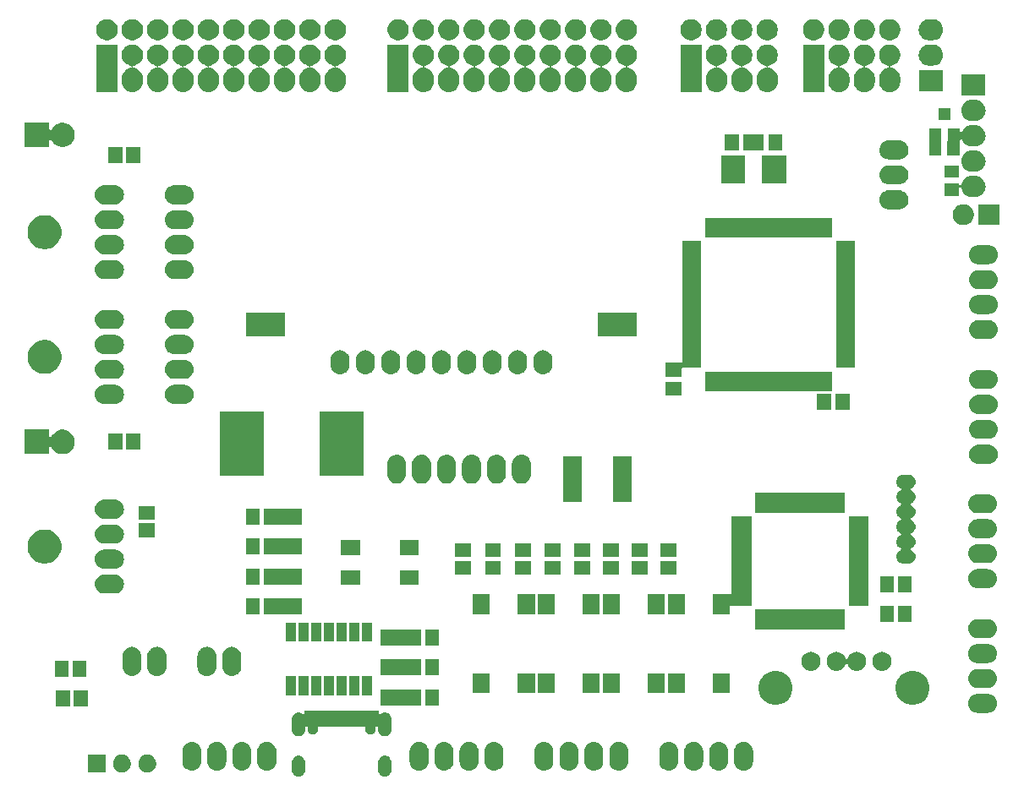
<source format=gbr>
G04 #@! TF.GenerationSoftware,KiCad,Pcbnew,(5.1.5)-3*
G04 #@! TF.CreationDate,2020-03-11T08:29:26+09:00*
G04 #@! TF.ProjectId,stm32f4_Centaurus,73746d33-3266-4345-9f43-656e74617572,rev?*
G04 #@! TF.SameCoordinates,Original*
G04 #@! TF.FileFunction,Soldermask,Top*
G04 #@! TF.FilePolarity,Negative*
%FSLAX46Y46*%
G04 Gerber Fmt 4.6, Leading zero omitted, Abs format (unit mm)*
G04 Created by KiCad (PCBNEW (5.1.5)-3) date 2020-03-11 08:29:26*
%MOMM*%
%LPD*%
G04 APERTURE LIST*
%ADD10C,0.100000*%
G04 APERTURE END LIST*
D10*
G36*
X89685997Y-134448280D02*
G01*
X89697422Y-134449405D01*
X89758684Y-134467989D01*
X89819947Y-134486573D01*
X89932867Y-134546930D01*
X90031843Y-134628157D01*
X90113070Y-134727132D01*
X90173427Y-134840052D01*
X90210595Y-134962578D01*
X90220000Y-135058068D01*
X90220000Y-135921932D01*
X90210595Y-136017422D01*
X90173427Y-136139948D01*
X90113070Y-136252868D01*
X90031843Y-136351843D01*
X89932868Y-136433070D01*
X89819948Y-136493427D01*
X89758685Y-136512011D01*
X89697423Y-136530595D01*
X89685998Y-136531720D01*
X89570000Y-136543145D01*
X89454003Y-136531720D01*
X89442578Y-136530595D01*
X89381316Y-136512011D01*
X89320053Y-136493427D01*
X89207133Y-136433070D01*
X89108158Y-136351843D01*
X89026931Y-136252868D01*
X88966574Y-136139948D01*
X88929405Y-136017422D01*
X88920000Y-135921932D01*
X88920000Y-135058069D01*
X88929405Y-134962579D01*
X88929406Y-134962577D01*
X88966573Y-134840054D01*
X88966573Y-134840053D01*
X89026930Y-134727133D01*
X89108157Y-134628157D01*
X89207132Y-134546930D01*
X89320052Y-134486573D01*
X89381315Y-134467989D01*
X89442577Y-134449405D01*
X89454002Y-134448280D01*
X89570000Y-134436855D01*
X89685997Y-134448280D01*
G37*
G36*
X81045997Y-134448280D02*
G01*
X81057422Y-134449405D01*
X81118684Y-134467989D01*
X81179947Y-134486573D01*
X81292867Y-134546930D01*
X81391843Y-134628157D01*
X81473070Y-134727132D01*
X81533427Y-134840052D01*
X81570595Y-134962578D01*
X81580000Y-135058068D01*
X81580000Y-135921932D01*
X81570595Y-136017422D01*
X81533427Y-136139948D01*
X81473070Y-136252868D01*
X81391843Y-136351843D01*
X81292868Y-136433070D01*
X81179948Y-136493427D01*
X81118685Y-136512011D01*
X81057423Y-136530595D01*
X81045998Y-136531720D01*
X80930000Y-136543145D01*
X80814003Y-136531720D01*
X80802578Y-136530595D01*
X80741316Y-136512011D01*
X80680053Y-136493427D01*
X80567133Y-136433070D01*
X80468158Y-136351843D01*
X80386931Y-136252868D01*
X80326574Y-136139948D01*
X80289405Y-136017422D01*
X80280000Y-135921932D01*
X80280000Y-135058069D01*
X80289405Y-134962579D01*
X80289406Y-134962577D01*
X80326573Y-134840054D01*
X80326573Y-134840053D01*
X80386930Y-134727133D01*
X80468157Y-134628157D01*
X80567132Y-134546930D01*
X80680052Y-134486573D01*
X80741315Y-134467989D01*
X80802577Y-134449405D01*
X80814002Y-134448280D01*
X80930000Y-134436855D01*
X81045997Y-134448280D01*
G37*
G36*
X63454220Y-134374519D02*
G01*
X63512083Y-134386029D01*
X63675599Y-134453760D01*
X63822760Y-134552090D01*
X63947910Y-134677240D01*
X64046240Y-134824401D01*
X64103476Y-134962579D01*
X64113971Y-134987918D01*
X64148500Y-135161504D01*
X64148500Y-135338496D01*
X64143166Y-135365309D01*
X64113971Y-135512083D01*
X64046240Y-135675599D01*
X63947910Y-135822760D01*
X63822760Y-135947910D01*
X63675599Y-136046240D01*
X63512083Y-136113971D01*
X63454220Y-136125481D01*
X63338496Y-136148500D01*
X63161504Y-136148500D01*
X63045780Y-136125481D01*
X62987917Y-136113971D01*
X62824401Y-136046240D01*
X62677240Y-135947910D01*
X62552090Y-135822760D01*
X62453760Y-135675599D01*
X62386029Y-135512083D01*
X62356834Y-135365309D01*
X62351500Y-135338496D01*
X62351500Y-135161504D01*
X62386029Y-134987918D01*
X62396525Y-134962579D01*
X62453760Y-134824401D01*
X62552090Y-134677240D01*
X62677240Y-134552090D01*
X62824401Y-134453760D01*
X62987917Y-134386029D01*
X63045780Y-134374519D01*
X63161504Y-134351500D01*
X63338496Y-134351500D01*
X63454220Y-134374519D01*
G37*
G36*
X65994220Y-134374519D02*
G01*
X66052083Y-134386029D01*
X66215599Y-134453760D01*
X66362760Y-134552090D01*
X66487910Y-134677240D01*
X66586240Y-134824401D01*
X66643476Y-134962579D01*
X66653971Y-134987918D01*
X66688500Y-135161504D01*
X66688500Y-135338496D01*
X66683166Y-135365309D01*
X66653971Y-135512083D01*
X66586240Y-135675599D01*
X66487910Y-135822760D01*
X66362760Y-135947910D01*
X66215599Y-136046240D01*
X66052083Y-136113971D01*
X65994220Y-136125481D01*
X65878496Y-136148500D01*
X65701504Y-136148500D01*
X65585780Y-136125481D01*
X65527917Y-136113971D01*
X65364401Y-136046240D01*
X65217240Y-135947910D01*
X65092090Y-135822760D01*
X64993760Y-135675599D01*
X64926029Y-135512083D01*
X64896834Y-135365309D01*
X64891500Y-135338496D01*
X64891500Y-135161504D01*
X64926029Y-134987918D01*
X64936525Y-134962579D01*
X64993760Y-134824401D01*
X65092090Y-134677240D01*
X65217240Y-134552090D01*
X65364401Y-134453760D01*
X65527917Y-134386029D01*
X65585780Y-134374519D01*
X65701504Y-134351500D01*
X65878496Y-134351500D01*
X65994220Y-134374519D01*
G37*
G36*
X61608500Y-136148500D02*
G01*
X59811500Y-136148500D01*
X59811500Y-134351500D01*
X61608500Y-134351500D01*
X61608500Y-136148500D01*
G37*
G36*
X98186231Y-133063746D02*
G01*
X98365307Y-133118068D01*
X98365310Y-133118069D01*
X98452831Y-133164850D01*
X98530345Y-133206282D01*
X98575290Y-133243168D01*
X98675002Y-133324998D01*
X98783073Y-133456685D01*
X98793718Y-133469655D01*
X98834780Y-133546477D01*
X98881932Y-133634691D01*
X98936254Y-133813769D01*
X98950000Y-133953334D01*
X98950000Y-135046666D01*
X98936254Y-135186231D01*
X98881932Y-135365309D01*
X98881931Y-135365310D01*
X98803480Y-135512082D01*
X98793717Y-135530346D01*
X98675002Y-135675002D01*
X98543315Y-135783073D01*
X98530345Y-135793718D01*
X98476015Y-135822758D01*
X98365309Y-135881932D01*
X98275770Y-135909093D01*
X98186232Y-135936254D01*
X98000000Y-135954596D01*
X97813769Y-135936254D01*
X97724231Y-135909093D01*
X97634692Y-135881932D01*
X97523986Y-135822758D01*
X97469656Y-135793718D01*
X97456686Y-135783073D01*
X97324999Y-135675002D01*
X97206284Y-135530346D01*
X97196522Y-135512082D01*
X97118069Y-135365308D01*
X97063747Y-135186232D01*
X97063747Y-135186231D01*
X97063746Y-135186229D01*
X97050000Y-135046666D01*
X97050000Y-133953335D01*
X97063746Y-133813770D01*
X97063747Y-133813768D01*
X97118068Y-133634693D01*
X97118069Y-133634690D01*
X97164850Y-133547169D01*
X97206282Y-133469655D01*
X97243168Y-133424710D01*
X97324998Y-133324998D01*
X97469654Y-133206283D01*
X97469653Y-133206283D01*
X97469655Y-133206282D01*
X97546477Y-133165220D01*
X97634691Y-133118068D01*
X97724230Y-133090907D01*
X97813768Y-133063746D01*
X98000000Y-133045404D01*
X98186231Y-133063746D01*
G37*
G36*
X77936231Y-133063746D02*
G01*
X78115307Y-133118068D01*
X78115310Y-133118069D01*
X78202831Y-133164850D01*
X78280345Y-133206282D01*
X78325290Y-133243168D01*
X78425002Y-133324998D01*
X78533073Y-133456685D01*
X78543718Y-133469655D01*
X78584780Y-133546477D01*
X78631932Y-133634691D01*
X78686254Y-133813769D01*
X78700000Y-133953334D01*
X78700000Y-135046666D01*
X78686254Y-135186231D01*
X78631932Y-135365309D01*
X78631931Y-135365310D01*
X78553480Y-135512082D01*
X78543717Y-135530346D01*
X78425002Y-135675002D01*
X78293315Y-135783073D01*
X78280345Y-135793718D01*
X78226015Y-135822758D01*
X78115309Y-135881932D01*
X78025770Y-135909093D01*
X77936232Y-135936254D01*
X77750000Y-135954596D01*
X77563769Y-135936254D01*
X77474231Y-135909093D01*
X77384692Y-135881932D01*
X77273986Y-135822758D01*
X77219656Y-135793718D01*
X77206686Y-135783073D01*
X77074999Y-135675002D01*
X76956284Y-135530346D01*
X76946522Y-135512082D01*
X76868069Y-135365308D01*
X76813747Y-135186232D01*
X76813747Y-135186231D01*
X76813746Y-135186229D01*
X76800000Y-135046666D01*
X76800000Y-133953335D01*
X76813746Y-133813770D01*
X76813747Y-133813768D01*
X76868068Y-133634693D01*
X76868069Y-133634690D01*
X76914850Y-133547169D01*
X76956282Y-133469655D01*
X76993168Y-133424710D01*
X77074998Y-133324998D01*
X77219654Y-133206283D01*
X77219653Y-133206283D01*
X77219655Y-133206282D01*
X77296477Y-133165220D01*
X77384691Y-133118068D01*
X77474230Y-133090907D01*
X77563768Y-133063746D01*
X77750000Y-133045404D01*
X77936231Y-133063746D01*
G37*
G36*
X72936231Y-133063746D02*
G01*
X73115307Y-133118068D01*
X73115310Y-133118069D01*
X73202831Y-133164850D01*
X73280345Y-133206282D01*
X73325290Y-133243168D01*
X73425002Y-133324998D01*
X73533073Y-133456685D01*
X73543718Y-133469655D01*
X73584780Y-133546477D01*
X73631932Y-133634691D01*
X73686254Y-133813769D01*
X73700000Y-133953334D01*
X73700000Y-135046666D01*
X73686254Y-135186231D01*
X73631932Y-135365309D01*
X73631931Y-135365310D01*
X73553480Y-135512082D01*
X73543717Y-135530346D01*
X73425002Y-135675002D01*
X73293315Y-135783073D01*
X73280345Y-135793718D01*
X73226015Y-135822758D01*
X73115309Y-135881932D01*
X73025770Y-135909093D01*
X72936232Y-135936254D01*
X72750000Y-135954596D01*
X72563769Y-135936254D01*
X72474231Y-135909093D01*
X72384692Y-135881932D01*
X72273986Y-135822758D01*
X72219656Y-135793718D01*
X72206686Y-135783073D01*
X72074999Y-135675002D01*
X71956284Y-135530346D01*
X71946522Y-135512082D01*
X71868069Y-135365308D01*
X71813747Y-135186232D01*
X71813747Y-135186231D01*
X71813746Y-135186229D01*
X71800000Y-135046666D01*
X71800000Y-133953335D01*
X71813746Y-133813770D01*
X71813747Y-133813768D01*
X71868068Y-133634693D01*
X71868069Y-133634690D01*
X71914850Y-133547169D01*
X71956282Y-133469655D01*
X71993168Y-133424710D01*
X72074998Y-133324998D01*
X72219654Y-133206283D01*
X72219653Y-133206283D01*
X72219655Y-133206282D01*
X72296477Y-133165220D01*
X72384691Y-133118068D01*
X72474230Y-133090907D01*
X72563768Y-133063746D01*
X72750000Y-133045404D01*
X72936231Y-133063746D01*
G37*
G36*
X70436231Y-133063746D02*
G01*
X70615307Y-133118068D01*
X70615310Y-133118069D01*
X70702831Y-133164850D01*
X70780345Y-133206282D01*
X70825290Y-133243168D01*
X70925002Y-133324998D01*
X71033073Y-133456685D01*
X71043718Y-133469655D01*
X71084780Y-133546477D01*
X71131932Y-133634691D01*
X71186254Y-133813769D01*
X71200000Y-133953334D01*
X71200000Y-135046666D01*
X71186254Y-135186231D01*
X71131932Y-135365309D01*
X71131931Y-135365310D01*
X71053480Y-135512082D01*
X71043717Y-135530346D01*
X70925002Y-135675002D01*
X70793315Y-135783073D01*
X70780345Y-135793718D01*
X70726015Y-135822758D01*
X70615309Y-135881932D01*
X70525770Y-135909093D01*
X70436232Y-135936254D01*
X70250000Y-135954596D01*
X70063769Y-135936254D01*
X69974231Y-135909093D01*
X69884692Y-135881932D01*
X69773986Y-135822758D01*
X69719656Y-135793718D01*
X69706686Y-135783073D01*
X69574999Y-135675002D01*
X69456284Y-135530346D01*
X69446522Y-135512082D01*
X69368069Y-135365308D01*
X69313747Y-135186232D01*
X69313747Y-135186231D01*
X69313746Y-135186229D01*
X69300000Y-135046666D01*
X69300000Y-133953335D01*
X69313746Y-133813770D01*
X69313747Y-133813768D01*
X69368068Y-133634693D01*
X69368069Y-133634690D01*
X69414850Y-133547169D01*
X69456282Y-133469655D01*
X69493168Y-133424710D01*
X69574998Y-133324998D01*
X69719654Y-133206283D01*
X69719653Y-133206283D01*
X69719655Y-133206282D01*
X69796477Y-133165220D01*
X69884691Y-133118068D01*
X69974230Y-133090907D01*
X70063768Y-133063746D01*
X70250000Y-133045404D01*
X70436231Y-133063746D01*
G37*
G36*
X108186231Y-133063746D02*
G01*
X108365307Y-133118068D01*
X108365310Y-133118069D01*
X108452831Y-133164850D01*
X108530345Y-133206282D01*
X108575290Y-133243168D01*
X108675002Y-133324998D01*
X108783073Y-133456685D01*
X108793718Y-133469655D01*
X108834780Y-133546477D01*
X108881932Y-133634691D01*
X108936254Y-133813769D01*
X108950000Y-133953334D01*
X108950000Y-135046666D01*
X108936254Y-135186231D01*
X108881932Y-135365309D01*
X108881931Y-135365310D01*
X108803480Y-135512082D01*
X108793717Y-135530346D01*
X108675002Y-135675002D01*
X108543315Y-135783073D01*
X108530345Y-135793718D01*
X108476015Y-135822758D01*
X108365309Y-135881932D01*
X108275770Y-135909093D01*
X108186232Y-135936254D01*
X108000000Y-135954596D01*
X107813769Y-135936254D01*
X107724231Y-135909093D01*
X107634692Y-135881932D01*
X107523986Y-135822758D01*
X107469656Y-135793718D01*
X107456686Y-135783073D01*
X107324999Y-135675002D01*
X107206284Y-135530346D01*
X107196522Y-135512082D01*
X107118069Y-135365308D01*
X107063747Y-135186232D01*
X107063747Y-135186231D01*
X107063746Y-135186229D01*
X107050000Y-135046666D01*
X107050000Y-133953335D01*
X107063746Y-133813770D01*
X107063747Y-133813768D01*
X107118068Y-133634693D01*
X107118069Y-133634690D01*
X107164850Y-133547169D01*
X107206282Y-133469655D01*
X107243168Y-133424710D01*
X107324998Y-133324998D01*
X107469654Y-133206283D01*
X107469653Y-133206283D01*
X107469655Y-133206282D01*
X107546477Y-133165220D01*
X107634691Y-133118068D01*
X107724230Y-133090907D01*
X107813768Y-133063746D01*
X108000000Y-133045404D01*
X108186231Y-133063746D01*
G37*
G36*
X100686231Y-133063746D02*
G01*
X100865307Y-133118068D01*
X100865310Y-133118069D01*
X100952831Y-133164850D01*
X101030345Y-133206282D01*
X101075290Y-133243168D01*
X101175002Y-133324998D01*
X101283073Y-133456685D01*
X101293718Y-133469655D01*
X101334780Y-133546477D01*
X101381932Y-133634691D01*
X101436254Y-133813769D01*
X101450000Y-133953334D01*
X101450000Y-135046666D01*
X101436254Y-135186231D01*
X101381932Y-135365309D01*
X101381931Y-135365310D01*
X101303480Y-135512082D01*
X101293717Y-135530346D01*
X101175002Y-135675002D01*
X101043315Y-135783073D01*
X101030345Y-135793718D01*
X100976015Y-135822758D01*
X100865309Y-135881932D01*
X100775770Y-135909093D01*
X100686232Y-135936254D01*
X100500000Y-135954596D01*
X100313769Y-135936254D01*
X100224231Y-135909093D01*
X100134692Y-135881932D01*
X100023986Y-135822758D01*
X99969656Y-135793718D01*
X99956686Y-135783073D01*
X99824999Y-135675002D01*
X99706284Y-135530346D01*
X99696522Y-135512082D01*
X99618069Y-135365308D01*
X99563747Y-135186232D01*
X99563747Y-135186231D01*
X99563746Y-135186229D01*
X99550000Y-135046666D01*
X99550000Y-133953335D01*
X99563746Y-133813770D01*
X99563747Y-133813768D01*
X99618068Y-133634693D01*
X99618069Y-133634690D01*
X99664850Y-133547169D01*
X99706282Y-133469655D01*
X99743168Y-133424710D01*
X99824998Y-133324998D01*
X99969654Y-133206283D01*
X99969653Y-133206283D01*
X99969655Y-133206282D01*
X100046477Y-133165220D01*
X100134691Y-133118068D01*
X100224230Y-133090907D01*
X100313768Y-133063746D01*
X100500000Y-133045404D01*
X100686231Y-133063746D01*
G37*
G36*
X75436231Y-133063746D02*
G01*
X75615307Y-133118068D01*
X75615310Y-133118069D01*
X75702831Y-133164850D01*
X75780345Y-133206282D01*
X75825290Y-133243168D01*
X75925002Y-133324998D01*
X76033073Y-133456685D01*
X76043718Y-133469655D01*
X76084780Y-133546477D01*
X76131932Y-133634691D01*
X76186254Y-133813769D01*
X76200000Y-133953334D01*
X76200000Y-135046666D01*
X76186254Y-135186231D01*
X76131932Y-135365309D01*
X76131931Y-135365310D01*
X76053480Y-135512082D01*
X76043717Y-135530346D01*
X75925002Y-135675002D01*
X75793315Y-135783073D01*
X75780345Y-135793718D01*
X75726015Y-135822758D01*
X75615309Y-135881932D01*
X75525770Y-135909093D01*
X75436232Y-135936254D01*
X75250000Y-135954596D01*
X75063769Y-135936254D01*
X74974231Y-135909093D01*
X74884692Y-135881932D01*
X74773986Y-135822758D01*
X74719656Y-135793718D01*
X74706686Y-135783073D01*
X74574999Y-135675002D01*
X74456284Y-135530346D01*
X74446522Y-135512082D01*
X74368069Y-135365308D01*
X74313747Y-135186232D01*
X74313747Y-135186231D01*
X74313746Y-135186229D01*
X74300000Y-135046666D01*
X74300000Y-133953335D01*
X74313746Y-133813770D01*
X74313747Y-133813768D01*
X74368068Y-133634693D01*
X74368069Y-133634690D01*
X74414850Y-133547169D01*
X74456282Y-133469655D01*
X74493168Y-133424710D01*
X74574998Y-133324998D01*
X74719654Y-133206283D01*
X74719653Y-133206283D01*
X74719655Y-133206282D01*
X74796477Y-133165220D01*
X74884691Y-133118068D01*
X74974230Y-133090907D01*
X75063768Y-133063746D01*
X75250000Y-133045404D01*
X75436231Y-133063746D01*
G37*
G36*
X95686231Y-133063746D02*
G01*
X95865307Y-133118068D01*
X95865310Y-133118069D01*
X95952831Y-133164850D01*
X96030345Y-133206282D01*
X96075290Y-133243168D01*
X96175002Y-133324998D01*
X96283073Y-133456685D01*
X96293718Y-133469655D01*
X96334780Y-133546477D01*
X96381932Y-133634691D01*
X96436254Y-133813769D01*
X96450000Y-133953334D01*
X96450000Y-135046666D01*
X96436254Y-135186231D01*
X96381932Y-135365309D01*
X96381931Y-135365310D01*
X96303480Y-135512082D01*
X96293717Y-135530346D01*
X96175002Y-135675002D01*
X96043315Y-135783073D01*
X96030345Y-135793718D01*
X95976015Y-135822758D01*
X95865309Y-135881932D01*
X95775770Y-135909093D01*
X95686232Y-135936254D01*
X95500000Y-135954596D01*
X95313769Y-135936254D01*
X95224231Y-135909093D01*
X95134692Y-135881932D01*
X95023986Y-135822758D01*
X94969656Y-135793718D01*
X94956686Y-135783073D01*
X94824999Y-135675002D01*
X94706284Y-135530346D01*
X94696522Y-135512082D01*
X94618069Y-135365308D01*
X94563747Y-135186232D01*
X94563747Y-135186231D01*
X94563746Y-135186229D01*
X94550000Y-135046666D01*
X94550000Y-133953335D01*
X94563746Y-133813770D01*
X94563747Y-133813768D01*
X94618068Y-133634693D01*
X94618069Y-133634690D01*
X94664850Y-133547169D01*
X94706282Y-133469655D01*
X94743168Y-133424710D01*
X94824998Y-133324998D01*
X94969654Y-133206283D01*
X94969653Y-133206283D01*
X94969655Y-133206282D01*
X95046477Y-133165220D01*
X95134691Y-133118068D01*
X95224230Y-133090907D01*
X95313768Y-133063746D01*
X95500000Y-133045404D01*
X95686231Y-133063746D01*
G37*
G36*
X93186231Y-133063746D02*
G01*
X93365307Y-133118068D01*
X93365310Y-133118069D01*
X93452831Y-133164850D01*
X93530345Y-133206282D01*
X93575290Y-133243168D01*
X93675002Y-133324998D01*
X93783073Y-133456685D01*
X93793718Y-133469655D01*
X93834780Y-133546477D01*
X93881932Y-133634691D01*
X93936254Y-133813769D01*
X93950000Y-133953334D01*
X93950000Y-135046666D01*
X93936254Y-135186231D01*
X93881932Y-135365309D01*
X93881931Y-135365310D01*
X93803480Y-135512082D01*
X93793717Y-135530346D01*
X93675002Y-135675002D01*
X93543315Y-135783073D01*
X93530345Y-135793718D01*
X93476015Y-135822758D01*
X93365309Y-135881932D01*
X93275770Y-135909093D01*
X93186232Y-135936254D01*
X93000000Y-135954596D01*
X92813769Y-135936254D01*
X92724231Y-135909093D01*
X92634692Y-135881932D01*
X92523986Y-135822758D01*
X92469656Y-135793718D01*
X92456686Y-135783073D01*
X92324999Y-135675002D01*
X92206284Y-135530346D01*
X92196522Y-135512082D01*
X92118069Y-135365308D01*
X92063747Y-135186232D01*
X92063747Y-135186231D01*
X92063746Y-135186229D01*
X92050000Y-135046666D01*
X92050000Y-133953335D01*
X92063746Y-133813770D01*
X92063747Y-133813768D01*
X92118068Y-133634693D01*
X92118069Y-133634690D01*
X92164850Y-133547169D01*
X92206282Y-133469655D01*
X92243168Y-133424710D01*
X92324998Y-133324998D01*
X92469654Y-133206283D01*
X92469653Y-133206283D01*
X92469655Y-133206282D01*
X92546477Y-133165220D01*
X92634691Y-133118068D01*
X92724230Y-133090907D01*
X92813768Y-133063746D01*
X93000000Y-133045404D01*
X93186231Y-133063746D01*
G37*
G36*
X105686231Y-133063746D02*
G01*
X105865307Y-133118068D01*
X105865310Y-133118069D01*
X105952831Y-133164850D01*
X106030345Y-133206282D01*
X106075290Y-133243168D01*
X106175002Y-133324998D01*
X106283073Y-133456685D01*
X106293718Y-133469655D01*
X106334780Y-133546477D01*
X106381932Y-133634691D01*
X106436254Y-133813769D01*
X106450000Y-133953334D01*
X106450000Y-135046666D01*
X106436254Y-135186231D01*
X106381932Y-135365309D01*
X106381931Y-135365310D01*
X106303480Y-135512082D01*
X106293717Y-135530346D01*
X106175002Y-135675002D01*
X106043315Y-135783073D01*
X106030345Y-135793718D01*
X105976015Y-135822758D01*
X105865309Y-135881932D01*
X105775770Y-135909093D01*
X105686232Y-135936254D01*
X105500000Y-135954596D01*
X105313769Y-135936254D01*
X105224231Y-135909093D01*
X105134692Y-135881932D01*
X105023986Y-135822758D01*
X104969656Y-135793718D01*
X104956686Y-135783073D01*
X104824999Y-135675002D01*
X104706284Y-135530346D01*
X104696522Y-135512082D01*
X104618069Y-135365308D01*
X104563747Y-135186232D01*
X104563747Y-135186231D01*
X104563746Y-135186229D01*
X104550000Y-135046666D01*
X104550000Y-133953335D01*
X104563746Y-133813770D01*
X104563747Y-133813768D01*
X104618068Y-133634693D01*
X104618069Y-133634690D01*
X104664850Y-133547169D01*
X104706282Y-133469655D01*
X104743168Y-133424710D01*
X104824998Y-133324998D01*
X104969654Y-133206283D01*
X104969653Y-133206283D01*
X104969655Y-133206282D01*
X105046477Y-133165220D01*
X105134691Y-133118068D01*
X105224230Y-133090907D01*
X105313768Y-133063746D01*
X105500000Y-133045404D01*
X105686231Y-133063746D01*
G37*
G36*
X110686231Y-133063746D02*
G01*
X110865307Y-133118068D01*
X110865310Y-133118069D01*
X110952831Y-133164850D01*
X111030345Y-133206282D01*
X111075290Y-133243168D01*
X111175002Y-133324998D01*
X111283073Y-133456685D01*
X111293718Y-133469655D01*
X111334780Y-133546477D01*
X111381932Y-133634691D01*
X111436254Y-133813769D01*
X111450000Y-133953334D01*
X111450000Y-135046666D01*
X111436254Y-135186231D01*
X111381932Y-135365309D01*
X111381931Y-135365310D01*
X111303480Y-135512082D01*
X111293717Y-135530346D01*
X111175002Y-135675002D01*
X111043315Y-135783073D01*
X111030345Y-135793718D01*
X110976015Y-135822758D01*
X110865309Y-135881932D01*
X110775770Y-135909093D01*
X110686232Y-135936254D01*
X110500000Y-135954596D01*
X110313769Y-135936254D01*
X110224231Y-135909093D01*
X110134692Y-135881932D01*
X110023986Y-135822758D01*
X109969656Y-135793718D01*
X109956686Y-135783073D01*
X109824999Y-135675002D01*
X109706284Y-135530346D01*
X109696522Y-135512082D01*
X109618069Y-135365308D01*
X109563747Y-135186232D01*
X109563747Y-135186231D01*
X109563746Y-135186229D01*
X109550000Y-135046666D01*
X109550000Y-133953335D01*
X109563746Y-133813770D01*
X109563747Y-133813768D01*
X109618068Y-133634693D01*
X109618069Y-133634690D01*
X109664850Y-133547169D01*
X109706282Y-133469655D01*
X109743168Y-133424710D01*
X109824998Y-133324998D01*
X109969654Y-133206283D01*
X109969653Y-133206283D01*
X109969655Y-133206282D01*
X110046477Y-133165220D01*
X110134691Y-133118068D01*
X110224230Y-133090907D01*
X110313768Y-133063746D01*
X110500000Y-133045404D01*
X110686231Y-133063746D01*
G37*
G36*
X113186231Y-133063746D02*
G01*
X113365307Y-133118068D01*
X113365310Y-133118069D01*
X113452831Y-133164850D01*
X113530345Y-133206282D01*
X113575290Y-133243168D01*
X113675002Y-133324998D01*
X113783073Y-133456685D01*
X113793718Y-133469655D01*
X113834780Y-133546477D01*
X113881932Y-133634691D01*
X113936254Y-133813769D01*
X113950000Y-133953334D01*
X113950000Y-135046666D01*
X113936254Y-135186231D01*
X113881932Y-135365309D01*
X113881931Y-135365310D01*
X113803480Y-135512082D01*
X113793717Y-135530346D01*
X113675002Y-135675002D01*
X113543315Y-135783073D01*
X113530345Y-135793718D01*
X113476015Y-135822758D01*
X113365309Y-135881932D01*
X113275770Y-135909093D01*
X113186232Y-135936254D01*
X113000000Y-135954596D01*
X112813769Y-135936254D01*
X112724231Y-135909093D01*
X112634692Y-135881932D01*
X112523986Y-135822758D01*
X112469656Y-135793718D01*
X112456686Y-135783073D01*
X112324999Y-135675002D01*
X112206284Y-135530346D01*
X112196522Y-135512082D01*
X112118069Y-135365308D01*
X112063747Y-135186232D01*
X112063747Y-135186231D01*
X112063746Y-135186229D01*
X112050000Y-135046666D01*
X112050000Y-133953335D01*
X112063746Y-133813770D01*
X112063747Y-133813768D01*
X112118068Y-133634693D01*
X112118069Y-133634690D01*
X112164850Y-133547169D01*
X112206282Y-133469655D01*
X112243168Y-133424710D01*
X112324998Y-133324998D01*
X112469654Y-133206283D01*
X112469653Y-133206283D01*
X112469655Y-133206282D01*
X112546477Y-133165220D01*
X112634691Y-133118068D01*
X112724230Y-133090907D01*
X112813768Y-133063746D01*
X113000000Y-133045404D01*
X113186231Y-133063746D01*
G37*
G36*
X125686231Y-133063746D02*
G01*
X125865307Y-133118068D01*
X125865310Y-133118069D01*
X125952831Y-133164850D01*
X126030345Y-133206282D01*
X126075290Y-133243168D01*
X126175002Y-133324998D01*
X126283073Y-133456685D01*
X126293718Y-133469655D01*
X126334780Y-133546477D01*
X126381932Y-133634691D01*
X126436254Y-133813769D01*
X126450000Y-133953334D01*
X126450000Y-135046666D01*
X126436254Y-135186231D01*
X126381932Y-135365309D01*
X126381931Y-135365310D01*
X126303480Y-135512082D01*
X126293717Y-135530346D01*
X126175002Y-135675002D01*
X126043315Y-135783073D01*
X126030345Y-135793718D01*
X125976015Y-135822758D01*
X125865309Y-135881932D01*
X125775770Y-135909093D01*
X125686232Y-135936254D01*
X125500000Y-135954596D01*
X125313769Y-135936254D01*
X125224231Y-135909093D01*
X125134692Y-135881932D01*
X125023986Y-135822758D01*
X124969656Y-135793718D01*
X124956686Y-135783073D01*
X124824999Y-135675002D01*
X124706284Y-135530346D01*
X124696522Y-135512082D01*
X124618069Y-135365308D01*
X124563747Y-135186232D01*
X124563747Y-135186231D01*
X124563746Y-135186229D01*
X124550000Y-135046666D01*
X124550000Y-133953335D01*
X124563746Y-133813770D01*
X124563747Y-133813768D01*
X124618068Y-133634693D01*
X124618069Y-133634690D01*
X124664850Y-133547169D01*
X124706282Y-133469655D01*
X124743168Y-133424710D01*
X124824998Y-133324998D01*
X124969654Y-133206283D01*
X124969653Y-133206283D01*
X124969655Y-133206282D01*
X125046477Y-133165220D01*
X125134691Y-133118068D01*
X125224230Y-133090907D01*
X125313768Y-133063746D01*
X125500000Y-133045404D01*
X125686231Y-133063746D01*
G37*
G36*
X123186231Y-133063746D02*
G01*
X123365307Y-133118068D01*
X123365310Y-133118069D01*
X123452831Y-133164850D01*
X123530345Y-133206282D01*
X123575290Y-133243168D01*
X123675002Y-133324998D01*
X123783073Y-133456685D01*
X123793718Y-133469655D01*
X123834780Y-133546477D01*
X123881932Y-133634691D01*
X123936254Y-133813769D01*
X123950000Y-133953334D01*
X123950000Y-135046666D01*
X123936254Y-135186231D01*
X123881932Y-135365309D01*
X123881931Y-135365310D01*
X123803480Y-135512082D01*
X123793717Y-135530346D01*
X123675002Y-135675002D01*
X123543315Y-135783073D01*
X123530345Y-135793718D01*
X123476015Y-135822758D01*
X123365309Y-135881932D01*
X123275770Y-135909093D01*
X123186232Y-135936254D01*
X123000000Y-135954596D01*
X122813769Y-135936254D01*
X122724231Y-135909093D01*
X122634692Y-135881932D01*
X122523986Y-135822758D01*
X122469656Y-135793718D01*
X122456686Y-135783073D01*
X122324999Y-135675002D01*
X122206284Y-135530346D01*
X122196522Y-135512082D01*
X122118069Y-135365308D01*
X122063747Y-135186232D01*
X122063747Y-135186231D01*
X122063746Y-135186229D01*
X122050000Y-135046666D01*
X122050000Y-133953335D01*
X122063746Y-133813770D01*
X122063747Y-133813768D01*
X122118068Y-133634693D01*
X122118069Y-133634690D01*
X122164850Y-133547169D01*
X122206282Y-133469655D01*
X122243168Y-133424710D01*
X122324998Y-133324998D01*
X122469654Y-133206283D01*
X122469653Y-133206283D01*
X122469655Y-133206282D01*
X122546477Y-133165220D01*
X122634691Y-133118068D01*
X122724230Y-133090907D01*
X122813768Y-133063746D01*
X123000000Y-133045404D01*
X123186231Y-133063746D01*
G37*
G36*
X120686231Y-133063746D02*
G01*
X120865307Y-133118068D01*
X120865310Y-133118069D01*
X120952831Y-133164850D01*
X121030345Y-133206282D01*
X121075290Y-133243168D01*
X121175002Y-133324998D01*
X121283073Y-133456685D01*
X121293718Y-133469655D01*
X121334780Y-133546477D01*
X121381932Y-133634691D01*
X121436254Y-133813769D01*
X121450000Y-133953334D01*
X121450000Y-135046666D01*
X121436254Y-135186231D01*
X121381932Y-135365309D01*
X121381931Y-135365310D01*
X121303480Y-135512082D01*
X121293717Y-135530346D01*
X121175002Y-135675002D01*
X121043315Y-135783073D01*
X121030345Y-135793718D01*
X120976015Y-135822758D01*
X120865309Y-135881932D01*
X120775770Y-135909093D01*
X120686232Y-135936254D01*
X120500000Y-135954596D01*
X120313769Y-135936254D01*
X120224231Y-135909093D01*
X120134692Y-135881932D01*
X120023986Y-135822758D01*
X119969656Y-135793718D01*
X119956686Y-135783073D01*
X119824999Y-135675002D01*
X119706284Y-135530346D01*
X119696522Y-135512082D01*
X119618069Y-135365308D01*
X119563747Y-135186232D01*
X119563747Y-135186231D01*
X119563746Y-135186229D01*
X119550000Y-135046666D01*
X119550000Y-133953335D01*
X119563746Y-133813770D01*
X119563747Y-133813768D01*
X119618068Y-133634693D01*
X119618069Y-133634690D01*
X119664850Y-133547169D01*
X119706282Y-133469655D01*
X119743168Y-133424710D01*
X119824998Y-133324998D01*
X119969654Y-133206283D01*
X119969653Y-133206283D01*
X119969655Y-133206282D01*
X120046477Y-133165220D01*
X120134691Y-133118068D01*
X120224230Y-133090907D01*
X120313768Y-133063746D01*
X120500000Y-133045404D01*
X120686231Y-133063746D01*
G37*
G36*
X118186231Y-133063746D02*
G01*
X118365307Y-133118068D01*
X118365310Y-133118069D01*
X118452831Y-133164850D01*
X118530345Y-133206282D01*
X118575290Y-133243168D01*
X118675002Y-133324998D01*
X118783073Y-133456685D01*
X118793718Y-133469655D01*
X118834780Y-133546477D01*
X118881932Y-133634691D01*
X118936254Y-133813769D01*
X118950000Y-133953334D01*
X118950000Y-135046666D01*
X118936254Y-135186231D01*
X118881932Y-135365309D01*
X118881931Y-135365310D01*
X118803480Y-135512082D01*
X118793717Y-135530346D01*
X118675002Y-135675002D01*
X118543315Y-135783073D01*
X118530345Y-135793718D01*
X118476015Y-135822758D01*
X118365309Y-135881932D01*
X118275770Y-135909093D01*
X118186232Y-135936254D01*
X118000000Y-135954596D01*
X117813769Y-135936254D01*
X117724231Y-135909093D01*
X117634692Y-135881932D01*
X117523986Y-135822758D01*
X117469656Y-135793718D01*
X117456686Y-135783073D01*
X117324999Y-135675002D01*
X117206284Y-135530346D01*
X117196522Y-135512082D01*
X117118069Y-135365308D01*
X117063747Y-135186232D01*
X117063747Y-135186231D01*
X117063746Y-135186229D01*
X117050000Y-135046666D01*
X117050000Y-133953335D01*
X117063746Y-133813770D01*
X117063747Y-133813768D01*
X117118068Y-133634693D01*
X117118069Y-133634690D01*
X117164850Y-133547169D01*
X117206282Y-133469655D01*
X117243168Y-133424710D01*
X117324998Y-133324998D01*
X117469654Y-133206283D01*
X117469653Y-133206283D01*
X117469655Y-133206282D01*
X117546477Y-133165220D01*
X117634691Y-133118068D01*
X117724230Y-133090907D01*
X117813768Y-133063746D01*
X118000000Y-133045404D01*
X118186231Y-133063746D01*
G37*
G36*
X88950000Y-130173666D02*
G01*
X88952402Y-130198052D01*
X88959515Y-130221501D01*
X88971066Y-130243112D01*
X88986611Y-130262054D01*
X89005553Y-130277599D01*
X89027164Y-130289150D01*
X89050613Y-130296263D01*
X89074999Y-130298665D01*
X89099385Y-130296263D01*
X89122834Y-130289150D01*
X89144445Y-130277599D01*
X89154272Y-130270312D01*
X89207132Y-130226930D01*
X89320052Y-130166573D01*
X89381315Y-130147989D01*
X89442577Y-130129405D01*
X89454002Y-130128280D01*
X89570000Y-130116855D01*
X89685997Y-130128280D01*
X89697422Y-130129405D01*
X89758684Y-130147989D01*
X89819947Y-130166573D01*
X89932867Y-130226930D01*
X90031843Y-130308157D01*
X90113070Y-130407132D01*
X90173427Y-130520052D01*
X90210595Y-130642578D01*
X90220000Y-130738068D01*
X90220000Y-131901932D01*
X90210595Y-131997422D01*
X90173427Y-132119948D01*
X90113070Y-132232868D01*
X90031843Y-132331843D01*
X89932868Y-132413070D01*
X89819948Y-132473427D01*
X89758685Y-132492011D01*
X89697423Y-132510595D01*
X89685998Y-132511720D01*
X89570000Y-132523145D01*
X89454003Y-132511720D01*
X89442578Y-132510595D01*
X89381316Y-132492011D01*
X89320053Y-132473427D01*
X89207133Y-132413070D01*
X89108158Y-132331843D01*
X89026931Y-132232868D01*
X88966574Y-132119948D01*
X88929406Y-131997422D01*
X88920001Y-131901932D01*
X88920001Y-131644997D01*
X88917599Y-131620613D01*
X88910486Y-131597164D01*
X88898935Y-131575553D01*
X88883390Y-131556611D01*
X88864448Y-131541066D01*
X88842837Y-131529515D01*
X88819388Y-131522402D01*
X88795002Y-131520000D01*
X88746412Y-131520000D01*
X88722026Y-131522402D01*
X88698577Y-131529515D01*
X88676966Y-131541066D01*
X88658024Y-131556611D01*
X88642479Y-131575553D01*
X88630928Y-131597164D01*
X88623815Y-131620613D01*
X88621413Y-131644999D01*
X88623815Y-131669385D01*
X88640000Y-131750753D01*
X88640000Y-131849247D01*
X88620786Y-131945843D01*
X88620785Y-131945845D01*
X88583094Y-132036839D01*
X88528375Y-132118731D01*
X88458731Y-132188375D01*
X88376839Y-132243094D01*
X88376838Y-132243095D01*
X88376837Y-132243095D01*
X88285843Y-132280786D01*
X88189247Y-132300000D01*
X88090753Y-132300000D01*
X87994157Y-132280786D01*
X87903163Y-132243095D01*
X87903162Y-132243095D01*
X87903161Y-132243094D01*
X87821269Y-132188375D01*
X87751625Y-132118731D01*
X87696906Y-132036839D01*
X87659215Y-131945845D01*
X87659214Y-131945843D01*
X87640000Y-131849247D01*
X87640000Y-131750753D01*
X87656185Y-131669385D01*
X87658587Y-131644999D01*
X87656185Y-131620613D01*
X87649072Y-131597164D01*
X87637521Y-131575553D01*
X87621975Y-131556611D01*
X87603034Y-131541066D01*
X87581423Y-131529515D01*
X87557974Y-131522402D01*
X87533588Y-131520000D01*
X82966412Y-131520000D01*
X82942026Y-131522402D01*
X82918577Y-131529515D01*
X82896966Y-131541066D01*
X82878024Y-131556611D01*
X82862479Y-131575553D01*
X82850928Y-131597164D01*
X82843815Y-131620613D01*
X82841413Y-131644999D01*
X82843815Y-131669385D01*
X82860000Y-131750753D01*
X82860000Y-131849247D01*
X82840786Y-131945843D01*
X82840785Y-131945845D01*
X82803094Y-132036839D01*
X82748375Y-132118731D01*
X82678731Y-132188375D01*
X82596839Y-132243094D01*
X82596838Y-132243095D01*
X82596837Y-132243095D01*
X82505843Y-132280786D01*
X82409247Y-132300000D01*
X82310753Y-132300000D01*
X82214157Y-132280786D01*
X82123163Y-132243095D01*
X82123162Y-132243095D01*
X82123161Y-132243094D01*
X82041269Y-132188375D01*
X81971625Y-132118731D01*
X81916906Y-132036839D01*
X81879215Y-131945845D01*
X81879214Y-131945843D01*
X81860000Y-131849247D01*
X81860000Y-131750753D01*
X81876185Y-131669385D01*
X81878587Y-131644999D01*
X81876185Y-131620613D01*
X81869072Y-131597164D01*
X81857521Y-131575553D01*
X81841975Y-131556611D01*
X81823034Y-131541066D01*
X81801423Y-131529515D01*
X81777974Y-131522402D01*
X81753588Y-131520000D01*
X81704999Y-131520000D01*
X81680613Y-131522402D01*
X81657164Y-131529515D01*
X81635553Y-131541066D01*
X81616611Y-131556611D01*
X81601066Y-131575553D01*
X81589515Y-131597164D01*
X81582402Y-131620613D01*
X81580000Y-131644999D01*
X81580000Y-131901932D01*
X81570595Y-131997422D01*
X81533427Y-132119948D01*
X81473070Y-132232868D01*
X81391843Y-132331843D01*
X81292868Y-132413070D01*
X81179948Y-132473427D01*
X81118685Y-132492011D01*
X81057423Y-132510595D01*
X81045998Y-132511720D01*
X80930000Y-132523145D01*
X80814003Y-132511720D01*
X80802578Y-132510595D01*
X80741316Y-132492011D01*
X80680053Y-132473427D01*
X80567133Y-132413070D01*
X80468158Y-132331843D01*
X80386931Y-132232868D01*
X80326574Y-132119948D01*
X80289406Y-131997422D01*
X80280001Y-131901932D01*
X80280000Y-130738069D01*
X80289405Y-130642579D01*
X80289406Y-130642577D01*
X80326573Y-130520054D01*
X80326573Y-130520053D01*
X80386930Y-130407133D01*
X80468157Y-130308157D01*
X80567132Y-130226930D01*
X80680052Y-130166573D01*
X80741315Y-130147989D01*
X80802577Y-130129405D01*
X80814002Y-130128280D01*
X80930000Y-130116855D01*
X81045997Y-130128280D01*
X81057422Y-130129405D01*
X81118684Y-130147989D01*
X81179947Y-130166573D01*
X81292867Y-130226930D01*
X81345709Y-130270296D01*
X81366078Y-130283906D01*
X81388717Y-130293283D01*
X81412750Y-130298063D01*
X81437254Y-130298063D01*
X81461287Y-130293282D01*
X81483926Y-130283905D01*
X81504300Y-130270291D01*
X81521627Y-130252964D01*
X81535241Y-130232589D01*
X81544618Y-130209950D01*
X81550000Y-130173666D01*
X81550000Y-129960000D01*
X88950000Y-129960000D01*
X88950000Y-130173666D01*
G37*
G36*
X150036448Y-128266873D02*
G01*
X150106232Y-128273746D01*
X150195770Y-128300907D01*
X150285309Y-128328068D01*
X150373523Y-128375220D01*
X150450345Y-128416282D01*
X150450347Y-128416283D01*
X150450346Y-128416283D01*
X150595002Y-128534998D01*
X150713717Y-128679654D01*
X150801932Y-128844691D01*
X150856254Y-129023769D01*
X150874596Y-129210000D01*
X150856254Y-129396231D01*
X150801932Y-129575309D01*
X150713717Y-129740346D01*
X150595002Y-129885002D01*
X150463316Y-129993073D01*
X150450345Y-130003718D01*
X150373523Y-130044780D01*
X150285309Y-130091932D01*
X150203148Y-130116855D01*
X150106232Y-130146254D01*
X150036448Y-130153127D01*
X149966666Y-130160000D01*
X148873334Y-130160000D01*
X148803552Y-130153127D01*
X148733768Y-130146254D01*
X148636852Y-130116855D01*
X148554691Y-130091932D01*
X148466477Y-130044780D01*
X148389655Y-130003718D01*
X148376685Y-129993073D01*
X148244998Y-129885002D01*
X148126283Y-129740346D01*
X148038068Y-129575309D01*
X147983746Y-129396231D01*
X147965404Y-129210000D01*
X147983746Y-129023769D01*
X148038068Y-128844691D01*
X148126283Y-128679654D01*
X148244998Y-128534998D01*
X148389654Y-128416283D01*
X148389653Y-128416283D01*
X148389655Y-128416282D01*
X148466477Y-128375220D01*
X148554691Y-128328068D01*
X148644230Y-128300907D01*
X148733768Y-128273746D01*
X148803552Y-128266873D01*
X148873334Y-128260000D01*
X149966666Y-128260000D01*
X150036448Y-128266873D01*
G37*
G36*
X58070000Y-129550000D02*
G01*
X56670000Y-129550000D01*
X56670000Y-127950000D01*
X58070000Y-127950000D01*
X58070000Y-129550000D01*
G37*
G36*
X59830000Y-129550000D02*
G01*
X58430000Y-129550000D01*
X58430000Y-127950000D01*
X59830000Y-127950000D01*
X59830000Y-129550000D01*
G37*
G36*
X95000000Y-129420000D02*
G01*
X93600000Y-129420000D01*
X93600000Y-127820000D01*
X95000000Y-127820000D01*
X95000000Y-129420000D01*
G37*
G36*
X93240000Y-129420000D02*
G01*
X89160000Y-129420000D01*
X89160000Y-127820000D01*
X93240000Y-127820000D01*
X93240000Y-129420000D01*
G37*
G36*
X129190693Y-126028214D02*
G01*
X129500049Y-126156354D01*
X129534921Y-126179655D01*
X129778464Y-126342385D01*
X130015235Y-126579156D01*
X130015236Y-126579158D01*
X130201266Y-126857571D01*
X130329406Y-127166927D01*
X130394730Y-127495336D01*
X130394730Y-127830184D01*
X130329406Y-128158593D01*
X130201266Y-128467949D01*
X130108882Y-128606211D01*
X130015235Y-128746364D01*
X129778464Y-128983135D01*
X129717652Y-129023768D01*
X129500049Y-129169166D01*
X129190693Y-129297306D01*
X128862284Y-129362630D01*
X128527436Y-129362630D01*
X128199027Y-129297306D01*
X127889671Y-129169166D01*
X127672068Y-129023768D01*
X127611256Y-128983135D01*
X127374485Y-128746364D01*
X127280838Y-128606211D01*
X127188454Y-128467949D01*
X127060314Y-128158593D01*
X126994990Y-127830184D01*
X126994990Y-127495336D01*
X127060314Y-127166927D01*
X127188454Y-126857571D01*
X127374484Y-126579158D01*
X127374485Y-126579156D01*
X127611256Y-126342385D01*
X127854799Y-126179655D01*
X127889671Y-126156354D01*
X128199027Y-126028214D01*
X128527436Y-125962890D01*
X128862284Y-125962890D01*
X129190693Y-126028214D01*
G37*
G36*
X142906693Y-126028214D02*
G01*
X143216049Y-126156354D01*
X143250921Y-126179655D01*
X143494464Y-126342385D01*
X143731235Y-126579156D01*
X143731236Y-126579158D01*
X143917266Y-126857571D01*
X144045406Y-127166927D01*
X144110730Y-127495336D01*
X144110730Y-127830184D01*
X144045406Y-128158593D01*
X143917266Y-128467949D01*
X143824882Y-128606211D01*
X143731235Y-128746364D01*
X143494464Y-128983135D01*
X143433652Y-129023768D01*
X143216049Y-129169166D01*
X142906693Y-129297306D01*
X142578284Y-129362630D01*
X142243436Y-129362630D01*
X141915027Y-129297306D01*
X141605671Y-129169166D01*
X141388068Y-129023768D01*
X141327256Y-128983135D01*
X141090485Y-128746364D01*
X140996838Y-128606211D01*
X140904454Y-128467949D01*
X140776314Y-128158593D01*
X140710990Y-127830184D01*
X140710990Y-127495336D01*
X140776314Y-127166927D01*
X140904454Y-126857571D01*
X141090484Y-126579158D01*
X141090485Y-126579156D01*
X141327256Y-126342385D01*
X141570799Y-126179655D01*
X141605671Y-126156354D01*
X141915027Y-126028214D01*
X142243436Y-125962890D01*
X142578284Y-125962890D01*
X142906693Y-126028214D01*
G37*
G36*
X83230000Y-128400000D02*
G01*
X82230000Y-128400000D01*
X82230000Y-126500000D01*
X83230000Y-126500000D01*
X83230000Y-128400000D01*
G37*
G36*
X84500000Y-128400000D02*
G01*
X83500000Y-128400000D01*
X83500000Y-126500000D01*
X84500000Y-126500000D01*
X84500000Y-128400000D01*
G37*
G36*
X88310000Y-128400000D02*
G01*
X87310000Y-128400000D01*
X87310000Y-126500000D01*
X88310000Y-126500000D01*
X88310000Y-128400000D01*
G37*
G36*
X85770000Y-128400000D02*
G01*
X84770000Y-128400000D01*
X84770000Y-126500000D01*
X85770000Y-126500000D01*
X85770000Y-128400000D01*
G37*
G36*
X81960000Y-128400000D02*
G01*
X80960000Y-128400000D01*
X80960000Y-126500000D01*
X81960000Y-126500000D01*
X81960000Y-128400000D01*
G37*
G36*
X80690000Y-128400000D02*
G01*
X79690000Y-128400000D01*
X79690000Y-126500000D01*
X80690000Y-126500000D01*
X80690000Y-128400000D01*
G37*
G36*
X87040000Y-128400000D02*
G01*
X86040000Y-128400000D01*
X86040000Y-126500000D01*
X87040000Y-126500000D01*
X87040000Y-128400000D01*
G37*
G36*
X104600000Y-128200000D02*
G01*
X102900000Y-128200000D01*
X102900000Y-126250000D01*
X104600000Y-126250000D01*
X104600000Y-128200000D01*
G37*
G36*
X100100000Y-128200000D02*
G01*
X98400000Y-128200000D01*
X98400000Y-126250000D01*
X100100000Y-126250000D01*
X100100000Y-128200000D01*
G37*
G36*
X106600000Y-128200000D02*
G01*
X104900000Y-128200000D01*
X104900000Y-126250000D01*
X106600000Y-126250000D01*
X106600000Y-128200000D01*
G37*
G36*
X111100000Y-128200000D02*
G01*
X109400000Y-128200000D01*
X109400000Y-126250000D01*
X111100000Y-126250000D01*
X111100000Y-128200000D01*
G37*
G36*
X124100000Y-128200000D02*
G01*
X122400000Y-128200000D01*
X122400000Y-126250000D01*
X124100000Y-126250000D01*
X124100000Y-128200000D01*
G37*
G36*
X119600000Y-128200000D02*
G01*
X117900000Y-128200000D01*
X117900000Y-126250000D01*
X119600000Y-126250000D01*
X119600000Y-128200000D01*
G37*
G36*
X113100000Y-128200000D02*
G01*
X111400000Y-128200000D01*
X111400000Y-126250000D01*
X113100000Y-126250000D01*
X113100000Y-128200000D01*
G37*
G36*
X117600000Y-128200000D02*
G01*
X115900000Y-128200000D01*
X115900000Y-126250000D01*
X117600000Y-126250000D01*
X117600000Y-128200000D01*
G37*
G36*
X150036448Y-125766873D02*
G01*
X150106232Y-125773746D01*
X150195770Y-125800907D01*
X150285309Y-125828068D01*
X150354979Y-125865308D01*
X150450345Y-125916282D01*
X150450347Y-125916283D01*
X150450346Y-125916283D01*
X150595002Y-126034998D01*
X150694595Y-126156354D01*
X150709899Y-126175001D01*
X150713717Y-126179654D01*
X150801932Y-126344691D01*
X150856254Y-126523769D01*
X150874596Y-126710000D01*
X150856254Y-126896231D01*
X150801932Y-127075309D01*
X150713717Y-127240346D01*
X150595002Y-127385002D01*
X150463315Y-127493073D01*
X150450345Y-127503718D01*
X150373523Y-127544780D01*
X150285309Y-127591932D01*
X150195770Y-127619093D01*
X150106232Y-127646254D01*
X150036448Y-127653127D01*
X149966666Y-127660000D01*
X148873334Y-127660000D01*
X148803552Y-127653127D01*
X148733768Y-127646254D01*
X148644230Y-127619093D01*
X148554691Y-127591932D01*
X148466477Y-127544780D01*
X148389655Y-127503718D01*
X148376684Y-127493073D01*
X148244998Y-127385002D01*
X148126283Y-127240346D01*
X148038068Y-127075309D01*
X147983746Y-126896231D01*
X147965404Y-126710000D01*
X147983746Y-126523769D01*
X148038068Y-126344691D01*
X148126283Y-126179654D01*
X148130102Y-126175001D01*
X148145405Y-126156354D01*
X148244998Y-126034998D01*
X148389654Y-125916283D01*
X148389653Y-125916283D01*
X148389655Y-125916282D01*
X148485021Y-125865308D01*
X148554691Y-125828068D01*
X148644230Y-125800907D01*
X148733768Y-125773746D01*
X148803552Y-125766873D01*
X148873334Y-125760000D01*
X149966666Y-125760000D01*
X150036448Y-125766873D01*
G37*
G36*
X59700000Y-126550000D02*
G01*
X58300000Y-126550000D01*
X58300000Y-124950000D01*
X59700000Y-124950000D01*
X59700000Y-126550000D01*
G37*
G36*
X57940000Y-126550000D02*
G01*
X56540000Y-126550000D01*
X56540000Y-124950000D01*
X57940000Y-124950000D01*
X57940000Y-126550000D01*
G37*
G36*
X74436231Y-123563746D02*
G01*
X74615307Y-123618068D01*
X74615310Y-123618069D01*
X74702831Y-123664850D01*
X74780345Y-123706282D01*
X74825290Y-123743168D01*
X74925002Y-123824998D01*
X75033073Y-123956685D01*
X75043718Y-123969655D01*
X75072642Y-124023768D01*
X75131932Y-124134691D01*
X75137600Y-124153376D01*
X75186254Y-124313768D01*
X75200000Y-124453335D01*
X75200000Y-125546665D01*
X75186254Y-125686232D01*
X75163877Y-125760000D01*
X75131932Y-125865309D01*
X75088625Y-125946330D01*
X75043718Y-126030345D01*
X75033073Y-126043315D01*
X74925002Y-126175002D01*
X74793315Y-126283073D01*
X74780345Y-126293718D01*
X74703523Y-126334780D01*
X74615309Y-126381932D01*
X74525770Y-126409093D01*
X74436232Y-126436254D01*
X74250000Y-126454596D01*
X74063769Y-126436254D01*
X73974231Y-126409093D01*
X73884692Y-126381932D01*
X73796478Y-126334780D01*
X73719656Y-126293718D01*
X73706686Y-126283073D01*
X73574999Y-126175002D01*
X73466928Y-126043316D01*
X73456283Y-126030345D01*
X73368069Y-125865308D01*
X73313747Y-125686232D01*
X73313747Y-125686231D01*
X73313746Y-125686229D01*
X73300000Y-125546666D01*
X73300000Y-124453335D01*
X73313746Y-124313770D01*
X73313747Y-124313768D01*
X73368068Y-124134693D01*
X73368069Y-124134690D01*
X73427358Y-124023768D01*
X73456282Y-123969655D01*
X73493168Y-123924710D01*
X73574998Y-123824998D01*
X73719654Y-123706283D01*
X73719653Y-123706283D01*
X73719655Y-123706282D01*
X73796477Y-123665220D01*
X73884691Y-123618068D01*
X73974230Y-123590907D01*
X74063768Y-123563746D01*
X74250000Y-123545404D01*
X74436231Y-123563746D01*
G37*
G36*
X66936231Y-123563746D02*
G01*
X67115307Y-123618068D01*
X67115310Y-123618069D01*
X67202831Y-123664850D01*
X67280345Y-123706282D01*
X67325290Y-123743168D01*
X67425002Y-123824998D01*
X67533073Y-123956685D01*
X67543718Y-123969655D01*
X67572642Y-124023768D01*
X67631932Y-124134691D01*
X67637600Y-124153376D01*
X67686254Y-124313768D01*
X67700000Y-124453335D01*
X67700000Y-125546665D01*
X67686254Y-125686232D01*
X67663877Y-125760000D01*
X67631932Y-125865309D01*
X67588625Y-125946330D01*
X67543718Y-126030345D01*
X67533073Y-126043315D01*
X67425002Y-126175002D01*
X67293315Y-126283073D01*
X67280345Y-126293718D01*
X67203523Y-126334780D01*
X67115309Y-126381932D01*
X67025770Y-126409093D01*
X66936232Y-126436254D01*
X66750000Y-126454596D01*
X66563769Y-126436254D01*
X66474231Y-126409093D01*
X66384692Y-126381932D01*
X66296478Y-126334780D01*
X66219656Y-126293718D01*
X66206686Y-126283073D01*
X66074999Y-126175002D01*
X65966928Y-126043316D01*
X65956283Y-126030345D01*
X65868069Y-125865308D01*
X65813747Y-125686232D01*
X65813747Y-125686231D01*
X65813746Y-125686229D01*
X65800000Y-125546666D01*
X65800000Y-124453335D01*
X65813746Y-124313770D01*
X65813747Y-124313768D01*
X65868068Y-124134693D01*
X65868069Y-124134690D01*
X65927358Y-124023768D01*
X65956282Y-123969655D01*
X65993168Y-123924710D01*
X66074998Y-123824998D01*
X66219654Y-123706283D01*
X66219653Y-123706283D01*
X66219655Y-123706282D01*
X66296477Y-123665220D01*
X66384691Y-123618068D01*
X66474230Y-123590907D01*
X66563768Y-123563746D01*
X66750000Y-123545404D01*
X66936231Y-123563746D01*
G37*
G36*
X71936231Y-123563746D02*
G01*
X72115307Y-123618068D01*
X72115310Y-123618069D01*
X72202831Y-123664850D01*
X72280345Y-123706282D01*
X72325290Y-123743168D01*
X72425002Y-123824998D01*
X72533073Y-123956685D01*
X72543718Y-123969655D01*
X72572642Y-124023768D01*
X72631932Y-124134691D01*
X72637600Y-124153376D01*
X72686254Y-124313768D01*
X72700000Y-124453335D01*
X72700000Y-125546665D01*
X72686254Y-125686232D01*
X72663877Y-125760000D01*
X72631932Y-125865309D01*
X72588625Y-125946330D01*
X72543718Y-126030345D01*
X72533073Y-126043315D01*
X72425002Y-126175002D01*
X72293315Y-126283073D01*
X72280345Y-126293718D01*
X72203523Y-126334780D01*
X72115309Y-126381932D01*
X72025770Y-126409093D01*
X71936232Y-126436254D01*
X71750000Y-126454596D01*
X71563769Y-126436254D01*
X71474231Y-126409093D01*
X71384692Y-126381932D01*
X71296478Y-126334780D01*
X71219656Y-126293718D01*
X71206686Y-126283073D01*
X71074999Y-126175002D01*
X70966928Y-126043316D01*
X70956283Y-126030345D01*
X70868069Y-125865308D01*
X70813747Y-125686232D01*
X70813747Y-125686231D01*
X70813746Y-125686229D01*
X70800000Y-125546666D01*
X70800000Y-124453335D01*
X70813746Y-124313770D01*
X70813747Y-124313768D01*
X70868068Y-124134693D01*
X70868069Y-124134690D01*
X70927358Y-124023768D01*
X70956282Y-123969655D01*
X70993168Y-123924710D01*
X71074998Y-123824998D01*
X71219654Y-123706283D01*
X71219653Y-123706283D01*
X71219655Y-123706282D01*
X71296477Y-123665220D01*
X71384691Y-123618068D01*
X71474230Y-123590907D01*
X71563768Y-123563746D01*
X71750000Y-123545404D01*
X71936231Y-123563746D01*
G37*
G36*
X64436231Y-123563746D02*
G01*
X64615307Y-123618068D01*
X64615310Y-123618069D01*
X64702831Y-123664850D01*
X64780345Y-123706282D01*
X64825290Y-123743168D01*
X64925002Y-123824998D01*
X65033073Y-123956685D01*
X65043718Y-123969655D01*
X65072642Y-124023768D01*
X65131932Y-124134691D01*
X65137600Y-124153376D01*
X65186254Y-124313768D01*
X65200000Y-124453335D01*
X65200000Y-125546665D01*
X65186254Y-125686232D01*
X65163877Y-125760000D01*
X65131932Y-125865309D01*
X65088625Y-125946330D01*
X65043718Y-126030345D01*
X65033073Y-126043315D01*
X64925002Y-126175002D01*
X64793315Y-126283073D01*
X64780345Y-126293718D01*
X64703523Y-126334780D01*
X64615309Y-126381932D01*
X64525770Y-126409093D01*
X64436232Y-126436254D01*
X64250000Y-126454596D01*
X64063769Y-126436254D01*
X63974231Y-126409093D01*
X63884692Y-126381932D01*
X63796478Y-126334780D01*
X63719656Y-126293718D01*
X63706686Y-126283073D01*
X63574999Y-126175002D01*
X63466928Y-126043316D01*
X63456283Y-126030345D01*
X63368069Y-125865308D01*
X63313747Y-125686232D01*
X63313747Y-125686231D01*
X63313746Y-125686229D01*
X63300000Y-125546666D01*
X63300000Y-124453335D01*
X63313746Y-124313770D01*
X63313747Y-124313768D01*
X63368068Y-124134693D01*
X63368069Y-124134690D01*
X63427358Y-124023768D01*
X63456282Y-123969655D01*
X63493168Y-123924710D01*
X63574998Y-123824998D01*
X63719654Y-123706283D01*
X63719653Y-123706283D01*
X63719655Y-123706282D01*
X63796477Y-123665220D01*
X63884691Y-123618068D01*
X63974230Y-123590907D01*
X64063768Y-123563746D01*
X64250000Y-123545404D01*
X64436231Y-123563746D01*
G37*
G36*
X93240000Y-126420000D02*
G01*
X89160000Y-126420000D01*
X89160000Y-124820000D01*
X93240000Y-124820000D01*
X93240000Y-126420000D01*
G37*
G36*
X95000000Y-126420000D02*
G01*
X93600000Y-126420000D01*
X93600000Y-124820000D01*
X95000000Y-124820000D01*
X95000000Y-126420000D01*
G37*
G36*
X132436307Y-124063455D02*
G01*
X132528131Y-124081720D01*
X132701124Y-124153376D01*
X132856813Y-124257404D01*
X132989216Y-124389807D01*
X133093244Y-124545496D01*
X133164900Y-124718489D01*
X133169564Y-124741938D01*
X133198022Y-124885001D01*
X133201430Y-124902137D01*
X133201430Y-125089383D01*
X133164900Y-125273031D01*
X133093244Y-125446024D01*
X132989216Y-125601713D01*
X132856813Y-125734116D01*
X132701124Y-125838144D01*
X132528131Y-125909800D01*
X132436307Y-125928065D01*
X132344484Y-125946330D01*
X132157236Y-125946330D01*
X132065413Y-125928065D01*
X131973589Y-125909800D01*
X131800596Y-125838144D01*
X131644907Y-125734116D01*
X131512504Y-125601713D01*
X131408476Y-125446024D01*
X131336820Y-125273031D01*
X131300290Y-125089383D01*
X131300290Y-124902137D01*
X131303699Y-124885001D01*
X131332156Y-124741938D01*
X131336820Y-124718489D01*
X131408476Y-124545496D01*
X131512504Y-124389807D01*
X131644907Y-124257404D01*
X131800596Y-124153376D01*
X131973589Y-124081720D01*
X132065413Y-124063455D01*
X132157236Y-124045190D01*
X132344484Y-124045190D01*
X132436307Y-124063455D01*
G37*
G36*
X139548307Y-124063455D02*
G01*
X139640131Y-124081720D01*
X139813124Y-124153376D01*
X139968813Y-124257404D01*
X140101216Y-124389807D01*
X140205244Y-124545496D01*
X140276900Y-124718489D01*
X140281564Y-124741938D01*
X140310022Y-124885001D01*
X140313430Y-124902137D01*
X140313430Y-125089383D01*
X140276900Y-125273031D01*
X140205244Y-125446024D01*
X140101216Y-125601713D01*
X139968813Y-125734116D01*
X139813124Y-125838144D01*
X139640131Y-125909800D01*
X139548307Y-125928065D01*
X139456484Y-125946330D01*
X139269236Y-125946330D01*
X139177413Y-125928065D01*
X139085589Y-125909800D01*
X138912596Y-125838144D01*
X138756907Y-125734116D01*
X138624504Y-125601713D01*
X138520476Y-125446024D01*
X138448820Y-125273031D01*
X138412290Y-125089383D01*
X138412290Y-124902137D01*
X138415699Y-124885001D01*
X138444156Y-124741938D01*
X138448820Y-124718489D01*
X138520476Y-124545496D01*
X138624504Y-124389807D01*
X138756907Y-124257404D01*
X138912596Y-124153376D01*
X139085589Y-124081720D01*
X139177413Y-124063455D01*
X139269236Y-124045190D01*
X139456484Y-124045190D01*
X139548307Y-124063455D01*
G37*
G36*
X134976307Y-124063455D02*
G01*
X135068131Y-124081720D01*
X135241124Y-124153376D01*
X135396813Y-124257404D01*
X135529216Y-124389807D01*
X135598726Y-124493836D01*
X135633245Y-124545497D01*
X135691376Y-124685840D01*
X135702927Y-124707450D01*
X135718472Y-124726392D01*
X135737414Y-124741938D01*
X135759025Y-124753489D01*
X135782473Y-124760602D01*
X135806860Y-124763004D01*
X135831246Y-124760602D01*
X135854695Y-124753489D01*
X135876305Y-124741938D01*
X135895247Y-124726393D01*
X135910793Y-124707451D01*
X135922344Y-124685840D01*
X135980475Y-124545497D01*
X136014994Y-124493836D01*
X136084504Y-124389807D01*
X136216907Y-124257404D01*
X136372596Y-124153376D01*
X136545589Y-124081720D01*
X136637413Y-124063455D01*
X136729236Y-124045190D01*
X136916484Y-124045190D01*
X137008307Y-124063455D01*
X137100131Y-124081720D01*
X137273124Y-124153376D01*
X137428813Y-124257404D01*
X137561216Y-124389807D01*
X137665244Y-124545496D01*
X137736900Y-124718489D01*
X137741564Y-124741938D01*
X137770022Y-124885001D01*
X137773430Y-124902137D01*
X137773430Y-125089383D01*
X137736900Y-125273031D01*
X137665244Y-125446024D01*
X137561216Y-125601713D01*
X137428813Y-125734116D01*
X137273124Y-125838144D01*
X137100131Y-125909800D01*
X137008307Y-125928065D01*
X136916484Y-125946330D01*
X136729236Y-125946330D01*
X136637413Y-125928065D01*
X136545589Y-125909800D01*
X136372596Y-125838144D01*
X136216907Y-125734116D01*
X136084504Y-125601713D01*
X135980476Y-125446024D01*
X135980475Y-125446023D01*
X135922344Y-125305680D01*
X135910793Y-125284070D01*
X135895248Y-125265128D01*
X135876306Y-125249582D01*
X135854695Y-125238031D01*
X135831247Y-125230918D01*
X135806860Y-125228516D01*
X135782474Y-125230918D01*
X135759025Y-125238031D01*
X135737415Y-125249582D01*
X135718473Y-125265127D01*
X135702927Y-125284069D01*
X135691376Y-125305680D01*
X135633245Y-125446023D01*
X135633244Y-125446024D01*
X135529216Y-125601713D01*
X135396813Y-125734116D01*
X135241124Y-125838144D01*
X135068131Y-125909800D01*
X134976307Y-125928065D01*
X134884484Y-125946330D01*
X134697236Y-125946330D01*
X134605413Y-125928065D01*
X134513589Y-125909800D01*
X134340596Y-125838144D01*
X134184907Y-125734116D01*
X134052504Y-125601713D01*
X133948476Y-125446024D01*
X133876820Y-125273031D01*
X133840290Y-125089383D01*
X133840290Y-124902137D01*
X133843699Y-124885001D01*
X133872156Y-124741938D01*
X133876820Y-124718489D01*
X133948476Y-124545496D01*
X134052504Y-124389807D01*
X134184907Y-124257404D01*
X134340596Y-124153376D01*
X134513589Y-124081720D01*
X134605413Y-124063455D01*
X134697236Y-124045190D01*
X134884484Y-124045190D01*
X134976307Y-124063455D01*
G37*
G36*
X150106232Y-123273746D02*
G01*
X150195770Y-123300907D01*
X150285309Y-123328068D01*
X150373523Y-123375220D01*
X150450345Y-123416282D01*
X150450347Y-123416283D01*
X150450346Y-123416283D01*
X150595002Y-123534998D01*
X150713717Y-123679654D01*
X150801932Y-123844691D01*
X150856254Y-124023769D01*
X150874596Y-124210000D01*
X150856254Y-124396231D01*
X150801932Y-124575309D01*
X150754780Y-124663523D01*
X150713718Y-124740345D01*
X150703073Y-124753315D01*
X150595002Y-124885002D01*
X150463316Y-124993073D01*
X150450345Y-125003718D01*
X150373523Y-125044780D01*
X150285309Y-125091932D01*
X150195770Y-125119093D01*
X150106232Y-125146254D01*
X149966666Y-125160000D01*
X148873334Y-125160000D01*
X148733768Y-125146254D01*
X148644230Y-125119093D01*
X148554691Y-125091932D01*
X148466477Y-125044780D01*
X148389655Y-125003718D01*
X148376684Y-124993073D01*
X148244998Y-124885002D01*
X148136927Y-124753315D01*
X148126282Y-124740345D01*
X148085220Y-124663523D01*
X148038068Y-124575309D01*
X147983746Y-124396231D01*
X147965404Y-124210000D01*
X147983746Y-124023769D01*
X148038068Y-123844691D01*
X148126283Y-123679654D01*
X148244998Y-123534998D01*
X148389654Y-123416283D01*
X148389653Y-123416283D01*
X148389655Y-123416282D01*
X148466477Y-123375220D01*
X148554691Y-123328068D01*
X148644230Y-123300907D01*
X148733768Y-123273746D01*
X148873334Y-123260000D01*
X149966666Y-123260000D01*
X150106232Y-123273746D01*
G37*
G36*
X93240000Y-123420000D02*
G01*
X89160000Y-123420000D01*
X89160000Y-121820000D01*
X93240000Y-121820000D01*
X93240000Y-123420000D01*
G37*
G36*
X95000000Y-123420000D02*
G01*
X93600000Y-123420000D01*
X93600000Y-121820000D01*
X95000000Y-121820000D01*
X95000000Y-123420000D01*
G37*
G36*
X84500000Y-123000000D02*
G01*
X83500000Y-123000000D01*
X83500000Y-121100000D01*
X84500000Y-121100000D01*
X84500000Y-123000000D01*
G37*
G36*
X85770000Y-123000000D02*
G01*
X84770000Y-123000000D01*
X84770000Y-121100000D01*
X85770000Y-121100000D01*
X85770000Y-123000000D01*
G37*
G36*
X87040000Y-123000000D02*
G01*
X86040000Y-123000000D01*
X86040000Y-121100000D01*
X87040000Y-121100000D01*
X87040000Y-123000000D01*
G37*
G36*
X83230000Y-123000000D02*
G01*
X82230000Y-123000000D01*
X82230000Y-121100000D01*
X83230000Y-121100000D01*
X83230000Y-123000000D01*
G37*
G36*
X80690000Y-123000000D02*
G01*
X79690000Y-123000000D01*
X79690000Y-121100000D01*
X80690000Y-121100000D01*
X80690000Y-123000000D01*
G37*
G36*
X81960000Y-123000000D02*
G01*
X80960000Y-123000000D01*
X80960000Y-121100000D01*
X81960000Y-121100000D01*
X81960000Y-123000000D01*
G37*
G36*
X88310000Y-123000000D02*
G01*
X87310000Y-123000000D01*
X87310000Y-121100000D01*
X88310000Y-121100000D01*
X88310000Y-123000000D01*
G37*
G36*
X150036448Y-120766873D02*
G01*
X150106232Y-120773746D01*
X150195770Y-120800907D01*
X150285309Y-120828068D01*
X150373523Y-120875220D01*
X150450345Y-120916282D01*
X150450347Y-120916283D01*
X150450346Y-120916283D01*
X150595002Y-121034998D01*
X150713717Y-121179654D01*
X150801932Y-121344691D01*
X150856254Y-121523769D01*
X150874596Y-121710000D01*
X150856254Y-121896231D01*
X150801932Y-122075309D01*
X150713717Y-122240346D01*
X150595002Y-122385002D01*
X150463315Y-122493073D01*
X150450345Y-122503718D01*
X150373523Y-122544780D01*
X150285309Y-122591932D01*
X150195770Y-122619093D01*
X150106232Y-122646254D01*
X149966666Y-122660000D01*
X148873334Y-122660000D01*
X148733768Y-122646254D01*
X148644230Y-122619093D01*
X148554691Y-122591932D01*
X148466477Y-122544780D01*
X148389655Y-122503718D01*
X148376684Y-122493073D01*
X148244998Y-122385002D01*
X148126283Y-122240346D01*
X148038068Y-122075309D01*
X147983746Y-121896231D01*
X147965404Y-121710000D01*
X147983746Y-121523769D01*
X148038068Y-121344691D01*
X148126283Y-121179654D01*
X148244998Y-121034998D01*
X148389654Y-120916283D01*
X148389653Y-120916283D01*
X148389655Y-120916282D01*
X148466477Y-120875220D01*
X148554691Y-120828068D01*
X148644230Y-120800907D01*
X148733768Y-120773746D01*
X148803552Y-120766873D01*
X148873334Y-120760000D01*
X149966666Y-120760000D01*
X150036448Y-120766873D01*
G37*
G36*
X135650000Y-121810000D02*
G01*
X126690000Y-121810000D01*
X126690000Y-119810000D01*
X135650000Y-119810000D01*
X135650000Y-121810000D01*
G37*
G36*
X142330000Y-121050000D02*
G01*
X140930000Y-121050000D01*
X140930000Y-119450000D01*
X142330000Y-119450000D01*
X142330000Y-121050000D01*
G37*
G36*
X140570000Y-121050000D02*
G01*
X139170000Y-121050000D01*
X139170000Y-119450000D01*
X140570000Y-119450000D01*
X140570000Y-121050000D01*
G37*
G36*
X81230000Y-120300000D02*
G01*
X77430000Y-120300000D01*
X77430000Y-118700000D01*
X81230000Y-118700000D01*
X81230000Y-120300000D01*
G37*
G36*
X77070000Y-120300000D02*
G01*
X75670000Y-120300000D01*
X75670000Y-118700000D01*
X77070000Y-118700000D01*
X77070000Y-120300000D01*
G37*
G36*
X119600000Y-120250000D02*
G01*
X117900000Y-120250000D01*
X117900000Y-118300000D01*
X119600000Y-118300000D01*
X119600000Y-120250000D01*
G37*
G36*
X117600000Y-120250000D02*
G01*
X115900000Y-120250000D01*
X115900000Y-118300000D01*
X117600000Y-118300000D01*
X117600000Y-120250000D01*
G37*
G36*
X126320000Y-119440000D02*
G01*
X124224999Y-119440000D01*
X124200613Y-119442402D01*
X124177164Y-119449515D01*
X124155553Y-119461066D01*
X124136611Y-119476611D01*
X124121066Y-119495553D01*
X124109515Y-119517164D01*
X124102402Y-119540613D01*
X124100000Y-119564999D01*
X124100000Y-120250000D01*
X122400000Y-120250000D01*
X122400000Y-118300000D01*
X124195001Y-118300000D01*
X124219387Y-118297598D01*
X124242836Y-118290485D01*
X124264447Y-118278934D01*
X124283389Y-118263389D01*
X124298934Y-118244447D01*
X124310485Y-118222836D01*
X124317598Y-118199387D01*
X124320000Y-118175001D01*
X124320000Y-110480000D01*
X126320000Y-110480000D01*
X126320000Y-119440000D01*
G37*
G36*
X100100000Y-120250000D02*
G01*
X98400000Y-120250000D01*
X98400000Y-118300000D01*
X100100000Y-118300000D01*
X100100000Y-120250000D01*
G37*
G36*
X104600000Y-120250000D02*
G01*
X102900000Y-120250000D01*
X102900000Y-118300000D01*
X104600000Y-118300000D01*
X104600000Y-120250000D01*
G37*
G36*
X111100000Y-120250000D02*
G01*
X109400000Y-120250000D01*
X109400000Y-118300000D01*
X111100000Y-118300000D01*
X111100000Y-120250000D01*
G37*
G36*
X113100000Y-120250000D02*
G01*
X111400000Y-120250000D01*
X111400000Y-118300000D01*
X113100000Y-118300000D01*
X113100000Y-120250000D01*
G37*
G36*
X106600000Y-120250000D02*
G01*
X104900000Y-120250000D01*
X104900000Y-118300000D01*
X106600000Y-118300000D01*
X106600000Y-120250000D01*
G37*
G36*
X138020000Y-119440000D02*
G01*
X136020000Y-119440000D01*
X136020000Y-110480000D01*
X138020000Y-110480000D01*
X138020000Y-119440000D01*
G37*
G36*
X62616448Y-116306873D02*
G01*
X62686232Y-116313746D01*
X62739814Y-116330000D01*
X62865309Y-116368068D01*
X62953523Y-116415220D01*
X63030345Y-116456282D01*
X63030347Y-116456283D01*
X63030346Y-116456283D01*
X63175002Y-116574998D01*
X63293717Y-116719654D01*
X63381932Y-116884691D01*
X63385433Y-116896232D01*
X63436254Y-117063768D01*
X63437391Y-117075309D01*
X63454596Y-117250000D01*
X63436254Y-117436231D01*
X63381932Y-117615309D01*
X63293717Y-117780346D01*
X63175002Y-117925002D01*
X63043315Y-118033073D01*
X63030345Y-118043718D01*
X62953523Y-118084780D01*
X62865309Y-118131932D01*
X62775770Y-118159093D01*
X62686232Y-118186254D01*
X62616448Y-118193127D01*
X62546666Y-118200000D01*
X61453334Y-118200000D01*
X61383552Y-118193127D01*
X61313768Y-118186254D01*
X61224230Y-118159093D01*
X61134691Y-118131932D01*
X61046477Y-118084780D01*
X60969655Y-118043718D01*
X60956685Y-118033073D01*
X60824998Y-117925002D01*
X60706283Y-117780346D01*
X60618068Y-117615309D01*
X60563746Y-117436231D01*
X60545404Y-117250000D01*
X60562609Y-117075309D01*
X60563746Y-117063768D01*
X60614567Y-116896232D01*
X60618068Y-116884691D01*
X60706283Y-116719654D01*
X60824998Y-116574998D01*
X60969654Y-116456283D01*
X60969653Y-116456283D01*
X60969655Y-116456282D01*
X61046477Y-116415220D01*
X61134691Y-116368068D01*
X61260186Y-116330000D01*
X61313768Y-116313746D01*
X61383552Y-116306873D01*
X61453334Y-116300000D01*
X62546666Y-116300000D01*
X62616448Y-116306873D01*
G37*
G36*
X142330000Y-118050000D02*
G01*
X140930000Y-118050000D01*
X140930000Y-116450000D01*
X142330000Y-116450000D01*
X142330000Y-118050000D01*
G37*
G36*
X140570000Y-118050000D02*
G01*
X139170000Y-118050000D01*
X139170000Y-116450000D01*
X140570000Y-116450000D01*
X140570000Y-118050000D01*
G37*
G36*
X150036448Y-115766873D02*
G01*
X150106232Y-115773746D01*
X150195770Y-115800907D01*
X150285309Y-115828068D01*
X150326340Y-115850000D01*
X150450345Y-115916282D01*
X150450347Y-115916283D01*
X150450346Y-115916283D01*
X150595002Y-116034998D01*
X150713717Y-116179654D01*
X150801932Y-116344691D01*
X150801932Y-116344692D01*
X150856254Y-116523768D01*
X150874596Y-116710000D01*
X150857391Y-116884692D01*
X150856254Y-116896231D01*
X150801932Y-117075309D01*
X150713717Y-117240346D01*
X150595002Y-117385002D01*
X150463315Y-117493073D01*
X150450345Y-117503718D01*
X150373523Y-117544780D01*
X150285309Y-117591932D01*
X150208244Y-117615309D01*
X150106232Y-117646254D01*
X149966666Y-117660000D01*
X148873334Y-117660000D01*
X148733768Y-117646254D01*
X148631756Y-117615309D01*
X148554691Y-117591932D01*
X148466477Y-117544780D01*
X148389655Y-117503718D01*
X148376685Y-117493073D01*
X148244998Y-117385002D01*
X148126283Y-117240346D01*
X148038068Y-117075309D01*
X147983746Y-116896231D01*
X147982610Y-116884692D01*
X147965404Y-116710000D01*
X147983746Y-116523768D01*
X148038068Y-116344692D01*
X148038068Y-116344691D01*
X148126283Y-116179654D01*
X148244998Y-116034998D01*
X148389654Y-115916283D01*
X148389653Y-115916283D01*
X148389655Y-115916282D01*
X148513660Y-115850000D01*
X148554691Y-115828068D01*
X148644230Y-115800907D01*
X148733768Y-115773746D01*
X148803552Y-115766873D01*
X148873334Y-115760000D01*
X149966666Y-115760000D01*
X150036448Y-115766873D01*
G37*
G36*
X87090000Y-117350000D02*
G01*
X85190000Y-117350000D01*
X85190000Y-115850000D01*
X87090000Y-115850000D01*
X87090000Y-117350000D01*
G37*
G36*
X92990000Y-117350000D02*
G01*
X91090000Y-117350000D01*
X91090000Y-115850000D01*
X92990000Y-115850000D01*
X92990000Y-117350000D01*
G37*
G36*
X81230000Y-117300000D02*
G01*
X77430000Y-117300000D01*
X77430000Y-115700000D01*
X81230000Y-115700000D01*
X81230000Y-117300000D01*
G37*
G36*
X77070000Y-117300000D02*
G01*
X75670000Y-117300000D01*
X75670000Y-115700000D01*
X77070000Y-115700000D01*
X77070000Y-117300000D01*
G37*
G36*
X118750000Y-116330000D02*
G01*
X117150000Y-116330000D01*
X117150000Y-114930000D01*
X118750000Y-114930000D01*
X118750000Y-116330000D01*
G37*
G36*
X104200000Y-116330000D02*
G01*
X102600000Y-116330000D01*
X102600000Y-114930000D01*
X104200000Y-114930000D01*
X104200000Y-116330000D01*
G37*
G36*
X101200000Y-116330000D02*
G01*
X99600000Y-116330000D01*
X99600000Y-114930000D01*
X101200000Y-114930000D01*
X101200000Y-116330000D01*
G37*
G36*
X98200000Y-116330000D02*
G01*
X96600000Y-116330000D01*
X96600000Y-114930000D01*
X98200000Y-114930000D01*
X98200000Y-116330000D01*
G37*
G36*
X110100000Y-116330000D02*
G01*
X108500000Y-116330000D01*
X108500000Y-114930000D01*
X110100000Y-114930000D01*
X110100000Y-116330000D01*
G37*
G36*
X107150000Y-116330000D02*
G01*
X105550000Y-116330000D01*
X105550000Y-114930000D01*
X107150000Y-114930000D01*
X107150000Y-116330000D01*
G37*
G36*
X115900000Y-116330000D02*
G01*
X114300000Y-116330000D01*
X114300000Y-114930000D01*
X115900000Y-114930000D01*
X115900000Y-116330000D01*
G37*
G36*
X113050000Y-116330000D02*
G01*
X111450000Y-116330000D01*
X111450000Y-114930000D01*
X113050000Y-114930000D01*
X113050000Y-116330000D01*
G37*
G36*
X62616448Y-113806873D02*
G01*
X62686232Y-113813746D01*
X62737500Y-113829298D01*
X62865309Y-113868068D01*
X62953402Y-113915155D01*
X63030345Y-113956282D01*
X63030347Y-113956283D01*
X63030346Y-113956283D01*
X63175002Y-114074998D01*
X63293717Y-114219654D01*
X63381932Y-114384691D01*
X63385433Y-114396232D01*
X63436254Y-114563768D01*
X63437391Y-114575309D01*
X63454596Y-114750000D01*
X63436254Y-114936231D01*
X63381932Y-115115309D01*
X63293717Y-115280346D01*
X63175002Y-115425002D01*
X63043315Y-115533073D01*
X63030345Y-115543718D01*
X62953523Y-115584780D01*
X62865309Y-115631932D01*
X62775770Y-115659093D01*
X62686232Y-115686254D01*
X62616448Y-115693127D01*
X62546666Y-115700000D01*
X61453334Y-115700000D01*
X61383552Y-115693127D01*
X61313768Y-115686254D01*
X61224230Y-115659093D01*
X61134691Y-115631932D01*
X61046477Y-115584780D01*
X60969655Y-115543718D01*
X60956685Y-115533073D01*
X60824998Y-115425002D01*
X60706283Y-115280346D01*
X60618068Y-115115309D01*
X60563746Y-114936231D01*
X60545404Y-114750000D01*
X60562609Y-114575309D01*
X60563746Y-114563768D01*
X60614567Y-114396232D01*
X60618068Y-114384691D01*
X60706283Y-114219654D01*
X60824998Y-114074998D01*
X60969654Y-113956283D01*
X60969653Y-113956283D01*
X60969655Y-113956282D01*
X61046598Y-113915155D01*
X61134691Y-113868068D01*
X61262500Y-113829298D01*
X61313768Y-113813746D01*
X61383552Y-113806873D01*
X61453334Y-113800000D01*
X62546666Y-113800000D01*
X62616448Y-113806873D01*
G37*
G36*
X55831654Y-111832665D02*
G01*
X55995872Y-111865330D01*
X56305252Y-111993479D01*
X56583687Y-112179523D01*
X56820477Y-112416313D01*
X57006521Y-112694748D01*
X57134670Y-113004128D01*
X57142545Y-113043718D01*
X57200000Y-113332563D01*
X57200000Y-113667437D01*
X57186014Y-113737748D01*
X57134670Y-113995872D01*
X57006521Y-114305252D01*
X56820477Y-114583687D01*
X56583687Y-114820477D01*
X56305252Y-115006521D01*
X55995872Y-115134670D01*
X55868529Y-115160000D01*
X55667437Y-115200000D01*
X55332563Y-115200000D01*
X55131471Y-115160000D01*
X55004128Y-115134670D01*
X54694748Y-115006521D01*
X54416313Y-114820477D01*
X54179523Y-114583687D01*
X53993479Y-114305252D01*
X53865330Y-113995872D01*
X53813986Y-113737748D01*
X53800000Y-113667437D01*
X53800000Y-113332563D01*
X53857455Y-113043718D01*
X53865330Y-113004128D01*
X53993479Y-112694748D01*
X54179523Y-112416313D01*
X54416313Y-112179523D01*
X54694748Y-111993479D01*
X55004128Y-111865330D01*
X55168346Y-111832665D01*
X55332563Y-111800000D01*
X55667437Y-111800000D01*
X55831654Y-111832665D01*
G37*
G36*
X142149224Y-106310128D02*
G01*
X142281175Y-106350155D01*
X142402781Y-106415155D01*
X142509370Y-106502630D01*
X142596845Y-106609219D01*
X142661845Y-106730825D01*
X142701872Y-106862776D01*
X142715387Y-107000000D01*
X142701872Y-107137224D01*
X142661845Y-107269175D01*
X142596845Y-107390781D01*
X142509370Y-107497370D01*
X142402781Y-107584845D01*
X142300032Y-107639766D01*
X142279664Y-107653375D01*
X142262337Y-107670702D01*
X142248724Y-107691076D01*
X142239346Y-107713715D01*
X142234566Y-107737748D01*
X142234566Y-107762252D01*
X142239346Y-107786285D01*
X142248724Y-107808924D01*
X142262338Y-107829299D01*
X142279665Y-107846626D01*
X142300032Y-107860234D01*
X142402781Y-107915155D01*
X142509370Y-108002630D01*
X142596845Y-108109219D01*
X142661845Y-108230825D01*
X142701872Y-108362776D01*
X142715387Y-108500000D01*
X142701872Y-108637224D01*
X142661845Y-108769175D01*
X142596845Y-108890781D01*
X142509370Y-108997370D01*
X142402781Y-109084845D01*
X142300032Y-109139766D01*
X142279664Y-109153375D01*
X142262337Y-109170702D01*
X142248724Y-109191076D01*
X142239346Y-109213715D01*
X142234566Y-109237748D01*
X142234566Y-109262252D01*
X142239346Y-109286285D01*
X142248724Y-109308924D01*
X142262338Y-109329299D01*
X142279665Y-109346626D01*
X142300032Y-109360234D01*
X142402781Y-109415155D01*
X142509370Y-109502630D01*
X142596845Y-109609219D01*
X142661845Y-109730825D01*
X142701872Y-109862776D01*
X142715387Y-110000000D01*
X142701872Y-110137224D01*
X142661845Y-110269175D01*
X142596845Y-110390781D01*
X142509370Y-110497370D01*
X142402781Y-110584845D01*
X142300032Y-110639766D01*
X142279664Y-110653375D01*
X142262337Y-110670702D01*
X142248724Y-110691076D01*
X142239346Y-110713715D01*
X142234566Y-110737748D01*
X142234566Y-110762252D01*
X142239346Y-110786285D01*
X142248724Y-110808924D01*
X142262338Y-110829299D01*
X142279665Y-110846626D01*
X142300032Y-110860234D01*
X142402781Y-110915155D01*
X142509370Y-111002630D01*
X142596845Y-111109219D01*
X142661845Y-111230825D01*
X142701872Y-111362776D01*
X142715387Y-111500000D01*
X142701872Y-111637224D01*
X142661845Y-111769175D01*
X142596845Y-111890781D01*
X142509370Y-111997370D01*
X142402781Y-112084845D01*
X142300032Y-112139766D01*
X142279664Y-112153375D01*
X142262337Y-112170702D01*
X142248724Y-112191076D01*
X142239346Y-112213715D01*
X142234566Y-112237748D01*
X142234566Y-112262252D01*
X142239346Y-112286285D01*
X142248724Y-112308924D01*
X142262338Y-112329299D01*
X142279665Y-112346626D01*
X142300032Y-112360234D01*
X142402781Y-112415155D01*
X142509370Y-112502630D01*
X142596845Y-112609219D01*
X142661845Y-112730825D01*
X142701872Y-112862776D01*
X142715387Y-113000000D01*
X142701872Y-113137224D01*
X142661845Y-113269175D01*
X142596845Y-113390781D01*
X142509370Y-113497370D01*
X142402781Y-113584845D01*
X142300032Y-113639766D01*
X142279664Y-113653375D01*
X142262337Y-113670702D01*
X142248724Y-113691076D01*
X142239346Y-113713715D01*
X142234566Y-113737748D01*
X142234566Y-113762252D01*
X142239346Y-113786285D01*
X142248724Y-113808924D01*
X142262338Y-113829299D01*
X142279665Y-113846626D01*
X142300032Y-113860234D01*
X142402781Y-113915155D01*
X142509370Y-114002630D01*
X142596845Y-114109219D01*
X142661845Y-114230825D01*
X142701872Y-114362776D01*
X142715387Y-114500000D01*
X142701872Y-114637224D01*
X142661845Y-114769175D01*
X142596845Y-114890781D01*
X142509370Y-114997370D01*
X142402781Y-115084845D01*
X142281175Y-115149845D01*
X142149224Y-115189872D01*
X142046390Y-115200000D01*
X141453610Y-115200000D01*
X141350776Y-115189872D01*
X141218825Y-115149845D01*
X141097219Y-115084845D01*
X140990630Y-114997370D01*
X140903155Y-114890781D01*
X140838155Y-114769175D01*
X140798128Y-114637224D01*
X140784613Y-114500000D01*
X140798128Y-114362776D01*
X140838155Y-114230825D01*
X140903155Y-114109219D01*
X140990630Y-114002630D01*
X141097219Y-113915155D01*
X141199968Y-113860234D01*
X141220336Y-113846625D01*
X141237663Y-113829298D01*
X141251276Y-113808924D01*
X141260654Y-113786285D01*
X141265434Y-113762252D01*
X141265434Y-113737748D01*
X141260654Y-113713715D01*
X141251276Y-113691076D01*
X141237662Y-113670701D01*
X141220335Y-113653374D01*
X141199968Y-113639766D01*
X141097219Y-113584845D01*
X140990630Y-113497370D01*
X140903155Y-113390781D01*
X140838155Y-113269175D01*
X140798128Y-113137224D01*
X140784613Y-113000000D01*
X140798128Y-112862776D01*
X140838155Y-112730825D01*
X140903155Y-112609219D01*
X140990630Y-112502630D01*
X141097219Y-112415155D01*
X141199968Y-112360234D01*
X141220336Y-112346625D01*
X141237663Y-112329298D01*
X141251276Y-112308924D01*
X141260654Y-112286285D01*
X141265434Y-112262252D01*
X141265434Y-112237748D01*
X141260654Y-112213715D01*
X141251276Y-112191076D01*
X141237662Y-112170701D01*
X141220335Y-112153374D01*
X141199968Y-112139766D01*
X141097219Y-112084845D01*
X140990630Y-111997370D01*
X140903155Y-111890781D01*
X140838155Y-111769175D01*
X140798128Y-111637224D01*
X140784613Y-111500000D01*
X140798128Y-111362776D01*
X140838155Y-111230825D01*
X140903155Y-111109219D01*
X140990630Y-111002630D01*
X141097219Y-110915155D01*
X141199968Y-110860234D01*
X141220336Y-110846625D01*
X141237663Y-110829298D01*
X141251276Y-110808924D01*
X141260654Y-110786285D01*
X141265434Y-110762252D01*
X141265434Y-110737748D01*
X141260654Y-110713715D01*
X141251276Y-110691076D01*
X141237662Y-110670701D01*
X141220335Y-110653374D01*
X141199968Y-110639766D01*
X141097219Y-110584845D01*
X140990630Y-110497370D01*
X140903155Y-110390781D01*
X140838155Y-110269175D01*
X140798128Y-110137224D01*
X140784613Y-110000000D01*
X140798128Y-109862776D01*
X140838155Y-109730825D01*
X140903155Y-109609219D01*
X140990630Y-109502630D01*
X141097219Y-109415155D01*
X141199968Y-109360234D01*
X141220336Y-109346625D01*
X141237663Y-109329298D01*
X141251276Y-109308924D01*
X141260654Y-109286285D01*
X141265434Y-109262252D01*
X141265434Y-109237748D01*
X141260654Y-109213715D01*
X141251276Y-109191076D01*
X141237662Y-109170701D01*
X141220335Y-109153374D01*
X141199968Y-109139766D01*
X141097219Y-109084845D01*
X140990630Y-108997370D01*
X140903155Y-108890781D01*
X140838155Y-108769175D01*
X140798128Y-108637224D01*
X140784613Y-108500000D01*
X140798128Y-108362776D01*
X140838155Y-108230825D01*
X140903155Y-108109219D01*
X140990630Y-108002630D01*
X141097219Y-107915155D01*
X141199968Y-107860234D01*
X141220336Y-107846625D01*
X141237663Y-107829298D01*
X141251276Y-107808924D01*
X141260654Y-107786285D01*
X141265434Y-107762252D01*
X141265434Y-107737748D01*
X141260654Y-107713715D01*
X141251276Y-107691076D01*
X141237662Y-107670701D01*
X141220335Y-107653374D01*
X141199968Y-107639766D01*
X141097219Y-107584845D01*
X140990630Y-107497370D01*
X140903155Y-107390781D01*
X140838155Y-107269175D01*
X140798128Y-107137224D01*
X140784613Y-107000000D01*
X140798128Y-106862776D01*
X140838155Y-106730825D01*
X140903155Y-106609219D01*
X140990630Y-106502630D01*
X141097219Y-106415155D01*
X141218825Y-106350155D01*
X141350776Y-106310128D01*
X141453610Y-106300000D01*
X142046390Y-106300000D01*
X142149224Y-106310128D01*
G37*
G36*
X150036448Y-113266873D02*
G01*
X150106232Y-113273746D01*
X150195770Y-113300907D01*
X150285309Y-113328068D01*
X150373523Y-113375220D01*
X150450345Y-113416282D01*
X150450347Y-113416283D01*
X150450346Y-113416283D01*
X150595002Y-113534998D01*
X150703073Y-113666685D01*
X150713718Y-113679655D01*
X150731923Y-113713715D01*
X150801932Y-113844691D01*
X150802519Y-113846626D01*
X150856254Y-114023768D01*
X150874596Y-114210000D01*
X150857391Y-114384692D01*
X150856254Y-114396231D01*
X150801932Y-114575309D01*
X150713717Y-114740346D01*
X150595002Y-114885002D01*
X150463316Y-114993073D01*
X150450345Y-115003718D01*
X150373523Y-115044780D01*
X150285309Y-115091932D01*
X150208244Y-115115309D01*
X150106232Y-115146254D01*
X149966666Y-115160000D01*
X148873334Y-115160000D01*
X148733768Y-115146254D01*
X148631756Y-115115309D01*
X148554691Y-115091932D01*
X148466477Y-115044780D01*
X148389655Y-115003718D01*
X148376684Y-114993073D01*
X148244998Y-114885002D01*
X148126283Y-114740346D01*
X148038068Y-114575309D01*
X147983746Y-114396231D01*
X147982610Y-114384692D01*
X147965404Y-114210000D01*
X147983746Y-114023768D01*
X148037481Y-113846626D01*
X148038068Y-113844691D01*
X148108077Y-113713715D01*
X148126282Y-113679655D01*
X148136927Y-113666685D01*
X148244998Y-113534998D01*
X148389654Y-113416283D01*
X148389653Y-113416283D01*
X148389655Y-113416282D01*
X148466477Y-113375220D01*
X148554691Y-113328068D01*
X148644230Y-113300907D01*
X148733768Y-113273746D01*
X148803552Y-113266873D01*
X148873334Y-113260000D01*
X149966666Y-113260000D01*
X150036448Y-113266873D01*
G37*
G36*
X113050000Y-114570000D02*
G01*
X111450000Y-114570000D01*
X111450000Y-113170000D01*
X113050000Y-113170000D01*
X113050000Y-114570000D01*
G37*
G36*
X118750000Y-114570000D02*
G01*
X117150000Y-114570000D01*
X117150000Y-113170000D01*
X118750000Y-113170000D01*
X118750000Y-114570000D01*
G37*
G36*
X101200000Y-114570000D02*
G01*
X99600000Y-114570000D01*
X99600000Y-113170000D01*
X101200000Y-113170000D01*
X101200000Y-114570000D01*
G37*
G36*
X110100000Y-114570000D02*
G01*
X108500000Y-114570000D01*
X108500000Y-113170000D01*
X110100000Y-113170000D01*
X110100000Y-114570000D01*
G37*
G36*
X104200000Y-114570000D02*
G01*
X102600000Y-114570000D01*
X102600000Y-113170000D01*
X104200000Y-113170000D01*
X104200000Y-114570000D01*
G37*
G36*
X98200000Y-114570000D02*
G01*
X96600000Y-114570000D01*
X96600000Y-113170000D01*
X98200000Y-113170000D01*
X98200000Y-114570000D01*
G37*
G36*
X115900000Y-114570000D02*
G01*
X114300000Y-114570000D01*
X114300000Y-113170000D01*
X115900000Y-113170000D01*
X115900000Y-114570000D01*
G37*
G36*
X107150000Y-114570000D02*
G01*
X105550000Y-114570000D01*
X105550000Y-113170000D01*
X107150000Y-113170000D01*
X107150000Y-114570000D01*
G37*
G36*
X87090000Y-114350000D02*
G01*
X85190000Y-114350000D01*
X85190000Y-112850000D01*
X87090000Y-112850000D01*
X87090000Y-114350000D01*
G37*
G36*
X92990000Y-114350000D02*
G01*
X91090000Y-114350000D01*
X91090000Y-112850000D01*
X92990000Y-112850000D01*
X92990000Y-114350000D01*
G37*
G36*
X77070000Y-114300000D02*
G01*
X75670000Y-114300000D01*
X75670000Y-112700000D01*
X77070000Y-112700000D01*
X77070000Y-114300000D01*
G37*
G36*
X81230000Y-114300000D02*
G01*
X77430000Y-114300000D01*
X77430000Y-112700000D01*
X81230000Y-112700000D01*
X81230000Y-114300000D01*
G37*
G36*
X62616448Y-111306873D02*
G01*
X62686232Y-111313746D01*
X62775770Y-111340907D01*
X62865309Y-111368068D01*
X62953523Y-111415220D01*
X63030345Y-111456282D01*
X63030347Y-111456283D01*
X63030346Y-111456283D01*
X63175002Y-111574998D01*
X63293717Y-111719654D01*
X63381932Y-111884691D01*
X63385433Y-111896232D01*
X63436254Y-112063768D01*
X63454596Y-112250000D01*
X63443739Y-112360239D01*
X63436254Y-112436231D01*
X63381932Y-112615309D01*
X63293717Y-112780346D01*
X63175002Y-112925002D01*
X63078583Y-113004130D01*
X63030345Y-113043718D01*
X62953523Y-113084780D01*
X62865309Y-113131932D01*
X62847863Y-113137224D01*
X62686232Y-113186254D01*
X62546666Y-113200000D01*
X61453334Y-113200000D01*
X61313768Y-113186254D01*
X61152137Y-113137224D01*
X61134691Y-113131932D01*
X61046477Y-113084780D01*
X60969655Y-113043718D01*
X60921417Y-113004130D01*
X60824998Y-112925002D01*
X60706283Y-112780346D01*
X60618068Y-112615309D01*
X60563746Y-112436231D01*
X60556262Y-112360239D01*
X60545404Y-112250000D01*
X60563746Y-112063768D01*
X60614567Y-111896232D01*
X60618068Y-111884691D01*
X60706283Y-111719654D01*
X60824998Y-111574998D01*
X60969654Y-111456283D01*
X60969653Y-111456283D01*
X60969655Y-111456282D01*
X61046477Y-111415220D01*
X61134691Y-111368068D01*
X61224230Y-111340907D01*
X61313768Y-111313746D01*
X61383552Y-111306873D01*
X61453334Y-111300000D01*
X62546666Y-111300000D01*
X62616448Y-111306873D01*
G37*
G36*
X150106232Y-110773746D02*
G01*
X150192780Y-110800000D01*
X150285309Y-110828068D01*
X150320026Y-110846625D01*
X150450345Y-110916282D01*
X150450347Y-110916283D01*
X150450346Y-110916283D01*
X150595002Y-111034998D01*
X150713717Y-111179654D01*
X150801932Y-111344691D01*
X150809023Y-111368068D01*
X150856254Y-111523768D01*
X150874596Y-111710000D01*
X150857391Y-111884692D01*
X150856254Y-111896231D01*
X150801932Y-112075309D01*
X150713717Y-112240346D01*
X150595002Y-112385002D01*
X150463315Y-112493073D01*
X150450345Y-112503718D01*
X150373523Y-112544780D01*
X150285309Y-112591932D01*
X150208244Y-112615309D01*
X150106232Y-112646254D01*
X149966666Y-112660000D01*
X148873334Y-112660000D01*
X148733768Y-112646254D01*
X148631756Y-112615309D01*
X148554691Y-112591932D01*
X148466477Y-112544780D01*
X148389655Y-112503718D01*
X148376684Y-112493073D01*
X148244998Y-112385002D01*
X148126283Y-112240346D01*
X148038068Y-112075309D01*
X147983746Y-111896231D01*
X147982610Y-111884692D01*
X147965404Y-111710000D01*
X147983746Y-111523768D01*
X148030977Y-111368068D01*
X148038068Y-111344691D01*
X148126283Y-111179654D01*
X148244998Y-111034998D01*
X148389654Y-110916283D01*
X148389653Y-110916283D01*
X148389655Y-110916282D01*
X148519974Y-110846625D01*
X148554691Y-110828068D01*
X148647220Y-110800000D01*
X148733768Y-110773746D01*
X148873334Y-110760000D01*
X149966666Y-110760000D01*
X150106232Y-110773746D01*
G37*
G36*
X66550000Y-112580000D02*
G01*
X64950000Y-112580000D01*
X64950000Y-111180000D01*
X66550000Y-111180000D01*
X66550000Y-112580000D01*
G37*
G36*
X81230000Y-111300000D02*
G01*
X77430000Y-111300000D01*
X77430000Y-109700000D01*
X81230000Y-109700000D01*
X81230000Y-111300000D01*
G37*
G36*
X77070000Y-111300000D02*
G01*
X75670000Y-111300000D01*
X75670000Y-109700000D01*
X77070000Y-109700000D01*
X77070000Y-111300000D01*
G37*
G36*
X66550000Y-110820000D02*
G01*
X64950000Y-110820000D01*
X64950000Y-109420000D01*
X66550000Y-109420000D01*
X66550000Y-110820000D01*
G37*
G36*
X62616448Y-108806873D02*
G01*
X62686232Y-108813746D01*
X62775770Y-108840907D01*
X62865309Y-108868068D01*
X62953523Y-108915220D01*
X63030345Y-108956282D01*
X63030347Y-108956283D01*
X63030346Y-108956283D01*
X63175002Y-109074998D01*
X63283073Y-109206684D01*
X63293718Y-109219655D01*
X63329332Y-109286285D01*
X63381932Y-109384691D01*
X63385433Y-109396232D01*
X63436254Y-109563768D01*
X63437391Y-109575309D01*
X63454596Y-109750000D01*
X63436254Y-109936231D01*
X63381932Y-110115309D01*
X63293717Y-110280346D01*
X63175002Y-110425002D01*
X63043315Y-110533073D01*
X63030345Y-110543718D01*
X62953523Y-110584780D01*
X62865309Y-110631932D01*
X62806257Y-110649845D01*
X62686232Y-110686254D01*
X62649497Y-110689872D01*
X62546666Y-110700000D01*
X61453334Y-110700000D01*
X61350503Y-110689872D01*
X61313768Y-110686254D01*
X61193743Y-110649845D01*
X61134691Y-110631932D01*
X61046477Y-110584780D01*
X60969655Y-110543718D01*
X60956685Y-110533073D01*
X60824998Y-110425002D01*
X60706283Y-110280346D01*
X60618068Y-110115309D01*
X60563746Y-109936231D01*
X60545404Y-109750000D01*
X60562609Y-109575309D01*
X60563746Y-109563768D01*
X60614567Y-109396232D01*
X60618068Y-109384691D01*
X60670668Y-109286285D01*
X60706282Y-109219655D01*
X60716927Y-109206685D01*
X60824998Y-109074998D01*
X60969654Y-108956283D01*
X60969653Y-108956283D01*
X60969655Y-108956282D01*
X61046477Y-108915220D01*
X61134691Y-108868068D01*
X61224230Y-108840907D01*
X61313768Y-108813746D01*
X61383552Y-108806873D01*
X61453334Y-108800000D01*
X62546666Y-108800000D01*
X62616448Y-108806873D01*
G37*
G36*
X150036448Y-108266873D02*
G01*
X150106232Y-108273746D01*
X150195770Y-108300907D01*
X150285309Y-108328068D01*
X150350242Y-108362776D01*
X150450345Y-108416282D01*
X150450347Y-108416283D01*
X150450346Y-108416283D01*
X150595002Y-108534998D01*
X150713717Y-108679654D01*
X150801932Y-108844691D01*
X150801932Y-108844692D01*
X150856254Y-109023768D01*
X150874596Y-109210000D01*
X150857391Y-109384692D01*
X150856254Y-109396231D01*
X150801932Y-109575309D01*
X150783805Y-109609221D01*
X150718807Y-109730825D01*
X150713717Y-109740346D01*
X150595002Y-109885002D01*
X150463315Y-109993073D01*
X150450345Y-110003718D01*
X150373523Y-110044780D01*
X150285309Y-110091932D01*
X150208244Y-110115309D01*
X150106232Y-110146254D01*
X149966666Y-110160000D01*
X148873334Y-110160000D01*
X148733768Y-110146254D01*
X148631756Y-110115309D01*
X148554691Y-110091932D01*
X148466477Y-110044780D01*
X148389655Y-110003718D01*
X148376685Y-109993073D01*
X148244998Y-109885002D01*
X148126283Y-109740346D01*
X148121194Y-109730825D01*
X148056195Y-109609221D01*
X148038068Y-109575309D01*
X147983746Y-109396231D01*
X147982610Y-109384692D01*
X147965404Y-109210000D01*
X147983746Y-109023768D01*
X148038068Y-108844692D01*
X148038068Y-108844691D01*
X148126283Y-108679654D01*
X148244998Y-108534998D01*
X148389654Y-108416283D01*
X148389653Y-108416283D01*
X148389655Y-108416282D01*
X148489758Y-108362776D01*
X148554691Y-108328068D01*
X148644230Y-108300907D01*
X148733768Y-108273746D01*
X148803552Y-108266873D01*
X148873334Y-108260000D01*
X149966666Y-108260000D01*
X150036448Y-108266873D01*
G37*
G36*
X135650000Y-110110000D02*
G01*
X126690000Y-110110000D01*
X126690000Y-108110000D01*
X135650000Y-108110000D01*
X135650000Y-110110000D01*
G37*
G36*
X109300000Y-109050000D02*
G01*
X107400000Y-109050000D01*
X107400000Y-104450000D01*
X109300000Y-104450000D01*
X109300000Y-109050000D01*
G37*
G36*
X114300000Y-109050000D02*
G01*
X112400000Y-109050000D01*
X112400000Y-104450000D01*
X114300000Y-104450000D01*
X114300000Y-109050000D01*
G37*
G36*
X90936231Y-104313746D02*
G01*
X91115307Y-104368068D01*
X91115310Y-104368069D01*
X91202831Y-104414850D01*
X91280345Y-104456282D01*
X91325290Y-104493168D01*
X91425002Y-104574998D01*
X91533073Y-104706684D01*
X91543718Y-104719655D01*
X91576157Y-104780345D01*
X91631932Y-104884691D01*
X91644160Y-104925001D01*
X91686254Y-105063768D01*
X91700000Y-105203335D01*
X91700000Y-106296665D01*
X91689823Y-106400000D01*
X91686254Y-106436231D01*
X91631932Y-106615309D01*
X91543717Y-106780346D01*
X91425002Y-106925002D01*
X91293316Y-107033073D01*
X91280345Y-107043718D01*
X91203523Y-107084780D01*
X91115309Y-107131932D01*
X91097863Y-107137224D01*
X90936232Y-107186254D01*
X90750000Y-107204596D01*
X90563769Y-107186254D01*
X90402138Y-107137224D01*
X90384692Y-107131932D01*
X90296478Y-107084780D01*
X90219656Y-107043718D01*
X90206685Y-107033073D01*
X90074999Y-106925002D01*
X89956284Y-106780346D01*
X89868070Y-106615310D01*
X89813746Y-106436229D01*
X89800000Y-106296666D01*
X89800000Y-105203335D01*
X89813746Y-105063770D01*
X89813747Y-105063768D01*
X89868068Y-104884693D01*
X89868069Y-104884690D01*
X89923843Y-104780345D01*
X89956282Y-104719655D01*
X89993168Y-104674710D01*
X90074998Y-104574998D01*
X90219654Y-104456283D01*
X90219653Y-104456283D01*
X90219655Y-104456282D01*
X90296477Y-104415220D01*
X90384691Y-104368068D01*
X90474230Y-104340907D01*
X90563768Y-104313746D01*
X90750000Y-104295404D01*
X90936231Y-104313746D01*
G37*
G36*
X93436231Y-104313746D02*
G01*
X93615307Y-104368068D01*
X93615310Y-104368069D01*
X93702831Y-104414850D01*
X93780345Y-104456282D01*
X93825290Y-104493168D01*
X93925002Y-104574998D01*
X94033073Y-104706684D01*
X94043718Y-104719655D01*
X94076157Y-104780345D01*
X94131932Y-104884691D01*
X94144160Y-104925001D01*
X94186254Y-105063768D01*
X94200000Y-105203335D01*
X94200000Y-106296665D01*
X94189823Y-106400000D01*
X94186254Y-106436231D01*
X94131932Y-106615309D01*
X94043717Y-106780346D01*
X93925002Y-106925002D01*
X93793316Y-107033073D01*
X93780345Y-107043718D01*
X93703523Y-107084780D01*
X93615309Y-107131932D01*
X93597863Y-107137224D01*
X93436232Y-107186254D01*
X93250000Y-107204596D01*
X93063769Y-107186254D01*
X92902138Y-107137224D01*
X92884692Y-107131932D01*
X92796478Y-107084780D01*
X92719656Y-107043718D01*
X92706685Y-107033073D01*
X92574999Y-106925002D01*
X92456284Y-106780346D01*
X92368070Y-106615310D01*
X92313746Y-106436229D01*
X92300000Y-106296666D01*
X92300000Y-105203335D01*
X92313746Y-105063770D01*
X92313747Y-105063768D01*
X92368068Y-104884693D01*
X92368069Y-104884690D01*
X92423843Y-104780345D01*
X92456282Y-104719655D01*
X92493168Y-104674710D01*
X92574998Y-104574998D01*
X92719654Y-104456283D01*
X92719653Y-104456283D01*
X92719655Y-104456282D01*
X92796477Y-104415220D01*
X92884691Y-104368068D01*
X92974230Y-104340907D01*
X93063768Y-104313746D01*
X93250000Y-104295404D01*
X93436231Y-104313746D01*
G37*
G36*
X95936231Y-104313746D02*
G01*
X96115307Y-104368068D01*
X96115310Y-104368069D01*
X96202831Y-104414850D01*
X96280345Y-104456282D01*
X96325290Y-104493168D01*
X96425002Y-104574998D01*
X96533073Y-104706684D01*
X96543718Y-104719655D01*
X96576157Y-104780345D01*
X96631932Y-104884691D01*
X96644160Y-104925001D01*
X96686254Y-105063768D01*
X96700000Y-105203335D01*
X96700000Y-106296665D01*
X96689823Y-106400000D01*
X96686254Y-106436231D01*
X96631932Y-106615309D01*
X96543717Y-106780346D01*
X96425002Y-106925002D01*
X96293316Y-107033073D01*
X96280345Y-107043718D01*
X96203523Y-107084780D01*
X96115309Y-107131932D01*
X96097863Y-107137224D01*
X95936232Y-107186254D01*
X95750000Y-107204596D01*
X95563769Y-107186254D01*
X95402138Y-107137224D01*
X95384692Y-107131932D01*
X95296478Y-107084780D01*
X95219656Y-107043718D01*
X95206685Y-107033073D01*
X95074999Y-106925002D01*
X94956284Y-106780346D01*
X94868070Y-106615310D01*
X94813746Y-106436229D01*
X94800000Y-106296666D01*
X94800000Y-105203335D01*
X94813746Y-105063770D01*
X94813747Y-105063768D01*
X94868068Y-104884693D01*
X94868069Y-104884690D01*
X94923843Y-104780345D01*
X94956282Y-104719655D01*
X94993168Y-104674710D01*
X95074998Y-104574998D01*
X95219654Y-104456283D01*
X95219653Y-104456283D01*
X95219655Y-104456282D01*
X95296477Y-104415220D01*
X95384691Y-104368068D01*
X95474230Y-104340907D01*
X95563768Y-104313746D01*
X95750000Y-104295404D01*
X95936231Y-104313746D01*
G37*
G36*
X98436231Y-104313746D02*
G01*
X98615307Y-104368068D01*
X98615310Y-104368069D01*
X98702831Y-104414850D01*
X98780345Y-104456282D01*
X98825290Y-104493168D01*
X98925002Y-104574998D01*
X99033073Y-104706684D01*
X99043718Y-104719655D01*
X99076157Y-104780345D01*
X99131932Y-104884691D01*
X99144160Y-104925001D01*
X99186254Y-105063768D01*
X99200000Y-105203335D01*
X99200000Y-106296665D01*
X99189823Y-106400000D01*
X99186254Y-106436231D01*
X99131932Y-106615309D01*
X99043717Y-106780346D01*
X98925002Y-106925002D01*
X98793316Y-107033073D01*
X98780345Y-107043718D01*
X98703523Y-107084780D01*
X98615309Y-107131932D01*
X98597863Y-107137224D01*
X98436232Y-107186254D01*
X98250000Y-107204596D01*
X98063769Y-107186254D01*
X97902138Y-107137224D01*
X97884692Y-107131932D01*
X97796478Y-107084780D01*
X97719656Y-107043718D01*
X97706685Y-107033073D01*
X97574999Y-106925002D01*
X97456284Y-106780346D01*
X97368070Y-106615310D01*
X97313746Y-106436229D01*
X97300000Y-106296666D01*
X97300000Y-105203335D01*
X97313746Y-105063770D01*
X97313747Y-105063768D01*
X97368068Y-104884693D01*
X97368069Y-104884690D01*
X97423843Y-104780345D01*
X97456282Y-104719655D01*
X97493168Y-104674710D01*
X97574998Y-104574998D01*
X97719654Y-104456283D01*
X97719653Y-104456283D01*
X97719655Y-104456282D01*
X97796477Y-104415220D01*
X97884691Y-104368068D01*
X97974230Y-104340907D01*
X98063768Y-104313746D01*
X98250000Y-104295404D01*
X98436231Y-104313746D01*
G37*
G36*
X100936231Y-104313746D02*
G01*
X101115307Y-104368068D01*
X101115310Y-104368069D01*
X101202831Y-104414850D01*
X101280345Y-104456282D01*
X101325290Y-104493168D01*
X101425002Y-104574998D01*
X101533073Y-104706684D01*
X101543718Y-104719655D01*
X101576157Y-104780345D01*
X101631932Y-104884691D01*
X101644160Y-104925001D01*
X101686254Y-105063768D01*
X101700000Y-105203335D01*
X101700000Y-106296665D01*
X101689823Y-106400000D01*
X101686254Y-106436231D01*
X101631932Y-106615309D01*
X101543717Y-106780346D01*
X101425002Y-106925002D01*
X101293316Y-107033073D01*
X101280345Y-107043718D01*
X101203523Y-107084780D01*
X101115309Y-107131932D01*
X101097863Y-107137224D01*
X100936232Y-107186254D01*
X100750000Y-107204596D01*
X100563769Y-107186254D01*
X100402138Y-107137224D01*
X100384692Y-107131932D01*
X100296478Y-107084780D01*
X100219656Y-107043718D01*
X100206685Y-107033073D01*
X100074999Y-106925002D01*
X99956284Y-106780346D01*
X99868070Y-106615310D01*
X99813746Y-106436229D01*
X99800000Y-106296666D01*
X99800000Y-105203335D01*
X99813746Y-105063770D01*
X99813747Y-105063768D01*
X99868068Y-104884693D01*
X99868069Y-104884690D01*
X99923843Y-104780345D01*
X99956282Y-104719655D01*
X99993168Y-104674710D01*
X100074998Y-104574998D01*
X100219654Y-104456283D01*
X100219653Y-104456283D01*
X100219655Y-104456282D01*
X100296477Y-104415220D01*
X100384691Y-104368068D01*
X100474230Y-104340907D01*
X100563768Y-104313746D01*
X100750000Y-104295404D01*
X100936231Y-104313746D01*
G37*
G36*
X103436231Y-104313746D02*
G01*
X103615307Y-104368068D01*
X103615310Y-104368069D01*
X103702831Y-104414850D01*
X103780345Y-104456282D01*
X103825290Y-104493168D01*
X103925002Y-104574998D01*
X104033073Y-104706684D01*
X104043718Y-104719655D01*
X104076157Y-104780345D01*
X104131932Y-104884691D01*
X104144160Y-104925001D01*
X104186254Y-105063768D01*
X104200000Y-105203335D01*
X104200000Y-106296665D01*
X104189823Y-106400000D01*
X104186254Y-106436231D01*
X104131932Y-106615309D01*
X104043717Y-106780346D01*
X103925002Y-106925002D01*
X103793316Y-107033073D01*
X103780345Y-107043718D01*
X103703523Y-107084780D01*
X103615309Y-107131932D01*
X103597863Y-107137224D01*
X103436232Y-107186254D01*
X103250000Y-107204596D01*
X103063769Y-107186254D01*
X102902138Y-107137224D01*
X102884692Y-107131932D01*
X102796478Y-107084780D01*
X102719656Y-107043718D01*
X102706685Y-107033073D01*
X102574999Y-106925002D01*
X102456284Y-106780346D01*
X102368070Y-106615310D01*
X102313746Y-106436229D01*
X102300000Y-106296666D01*
X102300000Y-105203335D01*
X102313746Y-105063770D01*
X102313747Y-105063768D01*
X102368068Y-104884693D01*
X102368069Y-104884690D01*
X102423843Y-104780345D01*
X102456282Y-104719655D01*
X102493168Y-104674710D01*
X102574998Y-104574998D01*
X102719654Y-104456283D01*
X102719653Y-104456283D01*
X102719655Y-104456282D01*
X102796477Y-104415220D01*
X102884691Y-104368068D01*
X102974230Y-104340907D01*
X103063768Y-104313746D01*
X103250000Y-104295404D01*
X103436231Y-104313746D01*
G37*
G36*
X87450000Y-106400000D02*
G01*
X83050000Y-106400000D01*
X83050000Y-100000000D01*
X87450000Y-100000000D01*
X87450000Y-106400000D01*
G37*
G36*
X77450000Y-106400000D02*
G01*
X73050000Y-106400000D01*
X73050000Y-100000000D01*
X77450000Y-100000000D01*
X77450000Y-106400000D01*
G37*
G36*
X150186232Y-103313746D02*
G01*
X150275770Y-103340907D01*
X150365309Y-103368068D01*
X150453523Y-103415220D01*
X150530345Y-103456282D01*
X150530347Y-103456283D01*
X150530346Y-103456283D01*
X150675002Y-103574998D01*
X150793717Y-103719654D01*
X150881932Y-103884691D01*
X150881932Y-103884692D01*
X150936254Y-104063768D01*
X150954596Y-104250000D01*
X150936254Y-104436232D01*
X150909093Y-104525770D01*
X150881932Y-104615309D01*
X150793717Y-104780346D01*
X150675002Y-104925002D01*
X150543315Y-105033073D01*
X150530345Y-105043718D01*
X150492834Y-105063768D01*
X150365309Y-105131932D01*
X150275770Y-105159093D01*
X150186232Y-105186254D01*
X150046666Y-105200000D01*
X148953334Y-105200000D01*
X148883552Y-105193127D01*
X148813768Y-105186254D01*
X148724230Y-105159093D01*
X148634691Y-105131932D01*
X148507166Y-105063768D01*
X148469655Y-105043718D01*
X148456684Y-105033073D01*
X148324998Y-104925002D01*
X148206283Y-104780346D01*
X148118068Y-104615309D01*
X148090907Y-104525770D01*
X148063746Y-104436232D01*
X148045404Y-104250000D01*
X148063746Y-104063768D01*
X148118068Y-103884692D01*
X148118068Y-103884691D01*
X148206283Y-103719654D01*
X148324998Y-103574998D01*
X148469654Y-103456283D01*
X148469653Y-103456283D01*
X148469655Y-103456282D01*
X148546477Y-103415220D01*
X148634691Y-103368068D01*
X148724230Y-103340907D01*
X148813768Y-103313746D01*
X148883552Y-103306873D01*
X148953334Y-103300000D01*
X150046666Y-103300000D01*
X150186232Y-103313746D01*
G37*
G36*
X55966000Y-102390445D02*
G01*
X55968402Y-102414831D01*
X55975515Y-102438280D01*
X55987066Y-102459891D01*
X56002611Y-102478833D01*
X56021553Y-102494378D01*
X56043164Y-102505929D01*
X56066613Y-102513042D01*
X56090999Y-102515444D01*
X56115385Y-102513042D01*
X56138834Y-102505929D01*
X56160445Y-102494378D01*
X56179387Y-102478833D01*
X56194932Y-102459891D01*
X56206483Y-102438280D01*
X56212394Y-102424010D01*
X56308387Y-102280346D01*
X56345471Y-102224845D01*
X56514845Y-102055471D01*
X56714008Y-101922395D01*
X56714010Y-101922394D01*
X56935307Y-101830729D01*
X57170233Y-101784000D01*
X57409767Y-101784000D01*
X57644693Y-101830729D01*
X57865990Y-101922394D01*
X57865992Y-101922395D01*
X58065155Y-102055471D01*
X58234529Y-102224845D01*
X58271613Y-102280346D01*
X58367606Y-102424010D01*
X58459271Y-102645307D01*
X58506000Y-102880233D01*
X58506000Y-103119767D01*
X58459271Y-103354693D01*
X58382468Y-103540110D01*
X58367605Y-103575992D01*
X58234529Y-103775155D01*
X58065155Y-103944529D01*
X57865992Y-104077605D01*
X57865991Y-104077606D01*
X57865990Y-104077606D01*
X57644693Y-104169271D01*
X57409767Y-104216000D01*
X57170233Y-104216000D01*
X56935307Y-104169271D01*
X56714010Y-104077606D01*
X56714009Y-104077606D01*
X56714008Y-104077605D01*
X56514845Y-103944529D01*
X56345471Y-103775155D01*
X56212395Y-103575992D01*
X56206483Y-103561720D01*
X56194932Y-103540109D01*
X56179386Y-103521167D01*
X56160444Y-103505622D01*
X56138834Y-103494071D01*
X56115385Y-103486958D01*
X56090999Y-103484556D01*
X56066613Y-103486958D01*
X56043164Y-103494071D01*
X56021553Y-103505622D01*
X56002611Y-103521168D01*
X55987066Y-103540110D01*
X55975515Y-103561720D01*
X55968402Y-103585169D01*
X55966000Y-103609555D01*
X55966000Y-104216000D01*
X53534000Y-104216000D01*
X53534000Y-101784000D01*
X55966000Y-101784000D01*
X55966000Y-102390445D01*
G37*
G36*
X63320000Y-103800000D02*
G01*
X61920000Y-103800000D01*
X61920000Y-102200000D01*
X63320000Y-102200000D01*
X63320000Y-103800000D01*
G37*
G36*
X65080000Y-103800000D02*
G01*
X63680000Y-103800000D01*
X63680000Y-102200000D01*
X65080000Y-102200000D01*
X65080000Y-103800000D01*
G37*
G36*
X150116448Y-100806873D02*
G01*
X150186232Y-100813746D01*
X150275770Y-100840907D01*
X150365309Y-100868068D01*
X150453523Y-100915220D01*
X150530345Y-100956282D01*
X150530347Y-100956283D01*
X150530346Y-100956283D01*
X150675002Y-101074998D01*
X150793717Y-101219654D01*
X150881932Y-101384691D01*
X150936254Y-101563769D01*
X150954596Y-101750000D01*
X150936254Y-101936231D01*
X150881932Y-102115309D01*
X150793717Y-102280346D01*
X150675002Y-102425002D01*
X150590466Y-102494378D01*
X150530345Y-102543718D01*
X150453523Y-102584780D01*
X150365309Y-102631932D01*
X150275770Y-102659093D01*
X150186232Y-102686254D01*
X150116448Y-102693127D01*
X150046666Y-102700000D01*
X148953334Y-102700000D01*
X148883552Y-102693127D01*
X148813768Y-102686254D01*
X148724230Y-102659093D01*
X148634691Y-102631932D01*
X148546477Y-102584780D01*
X148469655Y-102543718D01*
X148409534Y-102494378D01*
X148324998Y-102425002D01*
X148206283Y-102280346D01*
X148118068Y-102115309D01*
X148063746Y-101936231D01*
X148045404Y-101750000D01*
X148063746Y-101563769D01*
X148118068Y-101384691D01*
X148206283Y-101219654D01*
X148324998Y-101074998D01*
X148469654Y-100956283D01*
X148469653Y-100956283D01*
X148469655Y-100956282D01*
X148546477Y-100915220D01*
X148634691Y-100868068D01*
X148724230Y-100840907D01*
X148813768Y-100813746D01*
X148953334Y-100800000D01*
X150046666Y-100800000D01*
X150116448Y-100806873D01*
G37*
G36*
X150116448Y-98306873D02*
G01*
X150186232Y-98313746D01*
X150275770Y-98340907D01*
X150365309Y-98368068D01*
X150453523Y-98415220D01*
X150530345Y-98456282D01*
X150530347Y-98456283D01*
X150530346Y-98456283D01*
X150675002Y-98574998D01*
X150793717Y-98719654D01*
X150881932Y-98884691D01*
X150881932Y-98884692D01*
X150930172Y-99043717D01*
X150936254Y-99063769D01*
X150954596Y-99250000D01*
X150936254Y-99436231D01*
X150881932Y-99615309D01*
X150793717Y-99780346D01*
X150675002Y-99925002D01*
X150543316Y-100033073D01*
X150530345Y-100043718D01*
X150453523Y-100084780D01*
X150365309Y-100131932D01*
X150275770Y-100159093D01*
X150186232Y-100186254D01*
X150116448Y-100193127D01*
X150046666Y-100200000D01*
X148953334Y-100200000D01*
X148883552Y-100193127D01*
X148813768Y-100186254D01*
X148724230Y-100159093D01*
X148634691Y-100131932D01*
X148546477Y-100084780D01*
X148469655Y-100043718D01*
X148456684Y-100033073D01*
X148324998Y-99925002D01*
X148206283Y-99780346D01*
X148118068Y-99615309D01*
X148063746Y-99436231D01*
X148045404Y-99250000D01*
X148063746Y-99063769D01*
X148069829Y-99043717D01*
X148118068Y-98884692D01*
X148118068Y-98884691D01*
X148206283Y-98719654D01*
X148324998Y-98574998D01*
X148469654Y-98456283D01*
X148469653Y-98456283D01*
X148469655Y-98456282D01*
X148546477Y-98415220D01*
X148634691Y-98368068D01*
X148724230Y-98340907D01*
X148813768Y-98313746D01*
X148883552Y-98306873D01*
X148953334Y-98300000D01*
X150046666Y-98300000D01*
X150116448Y-98306873D01*
G37*
G36*
X136130000Y-99800000D02*
G01*
X134730000Y-99800000D01*
X134730000Y-98200000D01*
X136130000Y-98200000D01*
X136130000Y-99800000D01*
G37*
G36*
X134250000Y-99800000D02*
G01*
X132850000Y-99800000D01*
X132850000Y-98200000D01*
X134250000Y-98200000D01*
X134250000Y-99800000D01*
G37*
G36*
X69686232Y-97313746D02*
G01*
X69775770Y-97340907D01*
X69865309Y-97368068D01*
X69953523Y-97415220D01*
X70030345Y-97456282D01*
X70030347Y-97456283D01*
X70030346Y-97456283D01*
X70175002Y-97574998D01*
X70293717Y-97719654D01*
X70381932Y-97884691D01*
X70381932Y-97884692D01*
X70436254Y-98063768D01*
X70454596Y-98250000D01*
X70436254Y-98436232D01*
X70409093Y-98525770D01*
X70381932Y-98615309D01*
X70293717Y-98780346D01*
X70175002Y-98925002D01*
X70043316Y-99033073D01*
X70030345Y-99043718D01*
X69992834Y-99063768D01*
X69865309Y-99131932D01*
X69775770Y-99159093D01*
X69686232Y-99186254D01*
X69546666Y-99200000D01*
X68453334Y-99200000D01*
X68313768Y-99186254D01*
X68224230Y-99159093D01*
X68134691Y-99131932D01*
X68007166Y-99063768D01*
X67969655Y-99043718D01*
X67956684Y-99033073D01*
X67824998Y-98925002D01*
X67706283Y-98780346D01*
X67618068Y-98615309D01*
X67590907Y-98525770D01*
X67563746Y-98436232D01*
X67545404Y-98250000D01*
X67563746Y-98063768D01*
X67618068Y-97884692D01*
X67618068Y-97884691D01*
X67706283Y-97719654D01*
X67824998Y-97574998D01*
X67969654Y-97456283D01*
X67969653Y-97456283D01*
X67969655Y-97456282D01*
X68046477Y-97415220D01*
X68134691Y-97368068D01*
X68224230Y-97340907D01*
X68313768Y-97313746D01*
X68453334Y-97300000D01*
X69546666Y-97300000D01*
X69686232Y-97313746D01*
G37*
G36*
X62686232Y-97313746D02*
G01*
X62775770Y-97340907D01*
X62865309Y-97368068D01*
X62953523Y-97415220D01*
X63030345Y-97456282D01*
X63030347Y-97456283D01*
X63030346Y-97456283D01*
X63175002Y-97574998D01*
X63293717Y-97719654D01*
X63381932Y-97884691D01*
X63381932Y-97884692D01*
X63436254Y-98063768D01*
X63454596Y-98250000D01*
X63436254Y-98436232D01*
X63409093Y-98525770D01*
X63381932Y-98615309D01*
X63293717Y-98780346D01*
X63175002Y-98925002D01*
X63043316Y-99033073D01*
X63030345Y-99043718D01*
X62992834Y-99063768D01*
X62865309Y-99131932D01*
X62775770Y-99159093D01*
X62686232Y-99186254D01*
X62546666Y-99200000D01*
X61453334Y-99200000D01*
X61313768Y-99186254D01*
X61224230Y-99159093D01*
X61134691Y-99131932D01*
X61007166Y-99063768D01*
X60969655Y-99043718D01*
X60956684Y-99033073D01*
X60824998Y-98925002D01*
X60706283Y-98780346D01*
X60618068Y-98615309D01*
X60590907Y-98525770D01*
X60563746Y-98436232D01*
X60545404Y-98250000D01*
X60563746Y-98063768D01*
X60618068Y-97884692D01*
X60618068Y-97884691D01*
X60706283Y-97719654D01*
X60824998Y-97574998D01*
X60969654Y-97456283D01*
X60969653Y-97456283D01*
X60969655Y-97456282D01*
X61046477Y-97415220D01*
X61134691Y-97368068D01*
X61224230Y-97340907D01*
X61313768Y-97313746D01*
X61453334Y-97300000D01*
X62546666Y-97300000D01*
X62686232Y-97313746D01*
G37*
G36*
X119300000Y-98380000D02*
G01*
X117700000Y-98380000D01*
X117700000Y-96980000D01*
X119300000Y-96980000D01*
X119300000Y-98380000D01*
G37*
G36*
X134350000Y-97900000D02*
G01*
X121650000Y-97900000D01*
X121650000Y-96000000D01*
X134350000Y-96000000D01*
X134350000Y-97900000D01*
G37*
G36*
X150116448Y-95806873D02*
G01*
X150186232Y-95813746D01*
X150275770Y-95840907D01*
X150365309Y-95868068D01*
X150453523Y-95915220D01*
X150530345Y-95956282D01*
X150534878Y-95960002D01*
X150675002Y-96074998D01*
X150783073Y-96206685D01*
X150793718Y-96219655D01*
X150826157Y-96280345D01*
X150881932Y-96384691D01*
X150881932Y-96384692D01*
X150930172Y-96543717D01*
X150936254Y-96563769D01*
X150954596Y-96750000D01*
X150936254Y-96936231D01*
X150881932Y-97115309D01*
X150793717Y-97280346D01*
X150675002Y-97425002D01*
X150543316Y-97533073D01*
X150530345Y-97543718D01*
X150471824Y-97574998D01*
X150365309Y-97631932D01*
X150275770Y-97659093D01*
X150186232Y-97686254D01*
X150046666Y-97700000D01*
X148953334Y-97700000D01*
X148813768Y-97686254D01*
X148724230Y-97659093D01*
X148634691Y-97631932D01*
X148528176Y-97574998D01*
X148469655Y-97543718D01*
X148456685Y-97533073D01*
X148324998Y-97425002D01*
X148206283Y-97280346D01*
X148118068Y-97115309D01*
X148063746Y-96936231D01*
X148045404Y-96750000D01*
X148063746Y-96563769D01*
X148069829Y-96543717D01*
X148118068Y-96384692D01*
X148118068Y-96384691D01*
X148173843Y-96280345D01*
X148206282Y-96219655D01*
X148216927Y-96206684D01*
X148324998Y-96074998D01*
X148465122Y-95960002D01*
X148469655Y-95956282D01*
X148546477Y-95915220D01*
X148634691Y-95868068D01*
X148724230Y-95840907D01*
X148813768Y-95813746D01*
X148953334Y-95800000D01*
X150046666Y-95800000D01*
X150116448Y-95806873D01*
G37*
G36*
X62686232Y-94813746D02*
G01*
X62775770Y-94840907D01*
X62865309Y-94868068D01*
X62925049Y-94900000D01*
X63030345Y-94956282D01*
X63030347Y-94956283D01*
X63030346Y-94956283D01*
X63175002Y-95074998D01*
X63293717Y-95219654D01*
X63381932Y-95384691D01*
X63381932Y-95384692D01*
X63436254Y-95563768D01*
X63454596Y-95750000D01*
X63436254Y-95936232D01*
X63429044Y-95960001D01*
X63381932Y-96115309D01*
X63293717Y-96280346D01*
X63175002Y-96425002D01*
X63043315Y-96533073D01*
X63030345Y-96543718D01*
X62992834Y-96563768D01*
X62865309Y-96631932D01*
X62775770Y-96659093D01*
X62686232Y-96686254D01*
X62616448Y-96693127D01*
X62546666Y-96700000D01*
X61453334Y-96700000D01*
X61383552Y-96693127D01*
X61313768Y-96686254D01*
X61224230Y-96659093D01*
X61134691Y-96631932D01*
X61007166Y-96563768D01*
X60969655Y-96543718D01*
X60956685Y-96533073D01*
X60824998Y-96425002D01*
X60706283Y-96280346D01*
X60618068Y-96115309D01*
X60570956Y-95960001D01*
X60563746Y-95936232D01*
X60545404Y-95750000D01*
X60563746Y-95563768D01*
X60618068Y-95384692D01*
X60618068Y-95384691D01*
X60706283Y-95219654D01*
X60824998Y-95074998D01*
X60969654Y-94956283D01*
X60969653Y-94956283D01*
X60969655Y-94956282D01*
X61074951Y-94900000D01*
X61134691Y-94868068D01*
X61224230Y-94840907D01*
X61313768Y-94813746D01*
X61453334Y-94800000D01*
X62546666Y-94800000D01*
X62686232Y-94813746D01*
G37*
G36*
X69686232Y-94813746D02*
G01*
X69775770Y-94840907D01*
X69865309Y-94868068D01*
X69925049Y-94900000D01*
X70030345Y-94956282D01*
X70030347Y-94956283D01*
X70030346Y-94956283D01*
X70175002Y-95074998D01*
X70293717Y-95219654D01*
X70381932Y-95384691D01*
X70381932Y-95384692D01*
X70436254Y-95563768D01*
X70454596Y-95750000D01*
X70436254Y-95936232D01*
X70429044Y-95960001D01*
X70381932Y-96115309D01*
X70293717Y-96280346D01*
X70175002Y-96425002D01*
X70043315Y-96533073D01*
X70030345Y-96543718D01*
X69992834Y-96563768D01*
X69865309Y-96631932D01*
X69775770Y-96659093D01*
X69686232Y-96686254D01*
X69616448Y-96693127D01*
X69546666Y-96700000D01*
X68453334Y-96700000D01*
X68383552Y-96693127D01*
X68313768Y-96686254D01*
X68224230Y-96659093D01*
X68134691Y-96631932D01*
X68007166Y-96563768D01*
X67969655Y-96543718D01*
X67956685Y-96533073D01*
X67824998Y-96425002D01*
X67706283Y-96280346D01*
X67618068Y-96115309D01*
X67570956Y-95960001D01*
X67563746Y-95936232D01*
X67545404Y-95750000D01*
X67563746Y-95563768D01*
X67618068Y-95384692D01*
X67618068Y-95384691D01*
X67706283Y-95219654D01*
X67824998Y-95074998D01*
X67969654Y-94956283D01*
X67969653Y-94956283D01*
X67969655Y-94956282D01*
X68074951Y-94900000D01*
X68134691Y-94868068D01*
X68224230Y-94840907D01*
X68313768Y-94813746D01*
X68453334Y-94800000D01*
X69546666Y-94800000D01*
X69686232Y-94813746D01*
G37*
G36*
X121250000Y-95600000D02*
G01*
X119424999Y-95600000D01*
X119400613Y-95602402D01*
X119377164Y-95609515D01*
X119355553Y-95621066D01*
X119336611Y-95636611D01*
X119321066Y-95655553D01*
X119309515Y-95677164D01*
X119302402Y-95700613D01*
X119300000Y-95724999D01*
X119300000Y-96500000D01*
X117700000Y-96500000D01*
X117700000Y-95100000D01*
X119225001Y-95100000D01*
X119249387Y-95097598D01*
X119272836Y-95090485D01*
X119294447Y-95078934D01*
X119313389Y-95063389D01*
X119328934Y-95044447D01*
X119340485Y-95022836D01*
X119347598Y-94999387D01*
X119350000Y-94975001D01*
X119350000Y-82900000D01*
X121250000Y-82900000D01*
X121250000Y-95600000D01*
G37*
G36*
X97976231Y-93848746D02*
G01*
X98145193Y-93900000D01*
X98155310Y-93903069D01*
X98242831Y-93949850D01*
X98320345Y-93991282D01*
X98336000Y-94004130D01*
X98465002Y-94109998D01*
X98573073Y-94241685D01*
X98583718Y-94254655D01*
X98624780Y-94331477D01*
X98671932Y-94419691D01*
X98699093Y-94509230D01*
X98726254Y-94598768D01*
X98740000Y-94738335D01*
X98740000Y-95331665D01*
X98726254Y-95471232D01*
X98686464Y-95602402D01*
X98671931Y-95650310D01*
X98661843Y-95669184D01*
X98583718Y-95815345D01*
X98579506Y-95820477D01*
X98465002Y-95960002D01*
X98333315Y-96068073D01*
X98320345Y-96078718D01*
X98251890Y-96115308D01*
X98155309Y-96166932D01*
X98065770Y-96194093D01*
X97976232Y-96221254D01*
X97790000Y-96239596D01*
X97603769Y-96221254D01*
X97514231Y-96194093D01*
X97424692Y-96166932D01*
X97328111Y-96115308D01*
X97259656Y-96078718D01*
X97246686Y-96068073D01*
X97114999Y-95960002D01*
X96996284Y-95815346D01*
X96996283Y-95815344D01*
X96955221Y-95738524D01*
X96908068Y-95650309D01*
X96853746Y-95471231D01*
X96840000Y-95331666D01*
X96840000Y-94738335D01*
X96853746Y-94598770D01*
X96853747Y-94598768D01*
X96908068Y-94419693D01*
X96908069Y-94419690D01*
X96954850Y-94332169D01*
X96996282Y-94254655D01*
X97033168Y-94209710D01*
X97114998Y-94109998D01*
X97259654Y-93991283D01*
X97259653Y-93991283D01*
X97259655Y-93991282D01*
X97383658Y-93925001D01*
X97424691Y-93903068D01*
X97514230Y-93875907D01*
X97603768Y-93848746D01*
X97790000Y-93830404D01*
X97976231Y-93848746D01*
G37*
G36*
X85276231Y-93848746D02*
G01*
X85445193Y-93900000D01*
X85455310Y-93903069D01*
X85542831Y-93949850D01*
X85620345Y-93991282D01*
X85636000Y-94004130D01*
X85765002Y-94109998D01*
X85873073Y-94241685D01*
X85883718Y-94254655D01*
X85924780Y-94331477D01*
X85971932Y-94419691D01*
X85999093Y-94509230D01*
X86026254Y-94598768D01*
X86040000Y-94738335D01*
X86040000Y-95331665D01*
X86026254Y-95471232D01*
X85986464Y-95602402D01*
X85971931Y-95650310D01*
X85961843Y-95669184D01*
X85883718Y-95815345D01*
X85879506Y-95820477D01*
X85765002Y-95960002D01*
X85633315Y-96068073D01*
X85620345Y-96078718D01*
X85551890Y-96115308D01*
X85455309Y-96166932D01*
X85365770Y-96194093D01*
X85276232Y-96221254D01*
X85090000Y-96239596D01*
X84903769Y-96221254D01*
X84814231Y-96194093D01*
X84724692Y-96166932D01*
X84628111Y-96115308D01*
X84559656Y-96078718D01*
X84546686Y-96068073D01*
X84414999Y-95960002D01*
X84296284Y-95815346D01*
X84296283Y-95815344D01*
X84255221Y-95738524D01*
X84208068Y-95650309D01*
X84153746Y-95471231D01*
X84140000Y-95331666D01*
X84140000Y-94738335D01*
X84153746Y-94598770D01*
X84153747Y-94598768D01*
X84208068Y-94419693D01*
X84208069Y-94419690D01*
X84254850Y-94332169D01*
X84296282Y-94254655D01*
X84333168Y-94209710D01*
X84414998Y-94109998D01*
X84559654Y-93991283D01*
X84559653Y-93991283D01*
X84559655Y-93991282D01*
X84683658Y-93925001D01*
X84724691Y-93903068D01*
X84814230Y-93875907D01*
X84903768Y-93848746D01*
X85090000Y-93830404D01*
X85276231Y-93848746D01*
G37*
G36*
X87816231Y-93848746D02*
G01*
X87985193Y-93900000D01*
X87995310Y-93903069D01*
X88082831Y-93949850D01*
X88160345Y-93991282D01*
X88176000Y-94004130D01*
X88305002Y-94109998D01*
X88413073Y-94241685D01*
X88423718Y-94254655D01*
X88464780Y-94331477D01*
X88511932Y-94419691D01*
X88539093Y-94509230D01*
X88566254Y-94598768D01*
X88580000Y-94738335D01*
X88580000Y-95331665D01*
X88566254Y-95471232D01*
X88526464Y-95602402D01*
X88511931Y-95650310D01*
X88501843Y-95669184D01*
X88423718Y-95815345D01*
X88419506Y-95820477D01*
X88305002Y-95960002D01*
X88173315Y-96068073D01*
X88160345Y-96078718D01*
X88091890Y-96115308D01*
X87995309Y-96166932D01*
X87905770Y-96194093D01*
X87816232Y-96221254D01*
X87630000Y-96239596D01*
X87443769Y-96221254D01*
X87354231Y-96194093D01*
X87264692Y-96166932D01*
X87168111Y-96115308D01*
X87099656Y-96078718D01*
X87086686Y-96068073D01*
X86954999Y-95960002D01*
X86836284Y-95815346D01*
X86836283Y-95815344D01*
X86795221Y-95738524D01*
X86748068Y-95650309D01*
X86693746Y-95471231D01*
X86680000Y-95331666D01*
X86680000Y-94738335D01*
X86693746Y-94598770D01*
X86693747Y-94598768D01*
X86748068Y-94419693D01*
X86748069Y-94419690D01*
X86794850Y-94332169D01*
X86836282Y-94254655D01*
X86873168Y-94209710D01*
X86954998Y-94109998D01*
X87099654Y-93991283D01*
X87099653Y-93991283D01*
X87099655Y-93991282D01*
X87223658Y-93925001D01*
X87264691Y-93903068D01*
X87354230Y-93875907D01*
X87443768Y-93848746D01*
X87630000Y-93830404D01*
X87816231Y-93848746D01*
G37*
G36*
X90356231Y-93848746D02*
G01*
X90525193Y-93900000D01*
X90535310Y-93903069D01*
X90622831Y-93949850D01*
X90700345Y-93991282D01*
X90716000Y-94004130D01*
X90845002Y-94109998D01*
X90953073Y-94241685D01*
X90963718Y-94254655D01*
X91004780Y-94331477D01*
X91051932Y-94419691D01*
X91079093Y-94509230D01*
X91106254Y-94598768D01*
X91120000Y-94738335D01*
X91120000Y-95331665D01*
X91106254Y-95471232D01*
X91066464Y-95602402D01*
X91051931Y-95650310D01*
X91041843Y-95669184D01*
X90963718Y-95815345D01*
X90959506Y-95820477D01*
X90845002Y-95960002D01*
X90713315Y-96068073D01*
X90700345Y-96078718D01*
X90631890Y-96115308D01*
X90535309Y-96166932D01*
X90445770Y-96194093D01*
X90356232Y-96221254D01*
X90170000Y-96239596D01*
X89983769Y-96221254D01*
X89894231Y-96194093D01*
X89804692Y-96166932D01*
X89708111Y-96115308D01*
X89639656Y-96078718D01*
X89626686Y-96068073D01*
X89494999Y-95960002D01*
X89376284Y-95815346D01*
X89376283Y-95815344D01*
X89335221Y-95738524D01*
X89288068Y-95650309D01*
X89233746Y-95471231D01*
X89220000Y-95331666D01*
X89220000Y-94738335D01*
X89233746Y-94598770D01*
X89233747Y-94598768D01*
X89288068Y-94419693D01*
X89288069Y-94419690D01*
X89334850Y-94332169D01*
X89376282Y-94254655D01*
X89413168Y-94209710D01*
X89494998Y-94109998D01*
X89639654Y-93991283D01*
X89639653Y-93991283D01*
X89639655Y-93991282D01*
X89763658Y-93925001D01*
X89804691Y-93903068D01*
X89894230Y-93875907D01*
X89983768Y-93848746D01*
X90170000Y-93830404D01*
X90356231Y-93848746D01*
G37*
G36*
X92896231Y-93848746D02*
G01*
X93065193Y-93900000D01*
X93075310Y-93903069D01*
X93162831Y-93949850D01*
X93240345Y-93991282D01*
X93256000Y-94004130D01*
X93385002Y-94109998D01*
X93493073Y-94241685D01*
X93503718Y-94254655D01*
X93544780Y-94331477D01*
X93591932Y-94419691D01*
X93619093Y-94509230D01*
X93646254Y-94598768D01*
X93660000Y-94738335D01*
X93660000Y-95331665D01*
X93646254Y-95471232D01*
X93606464Y-95602402D01*
X93591931Y-95650310D01*
X93581843Y-95669184D01*
X93503718Y-95815345D01*
X93499506Y-95820477D01*
X93385002Y-95960002D01*
X93253315Y-96068073D01*
X93240345Y-96078718D01*
X93171890Y-96115308D01*
X93075309Y-96166932D01*
X92985770Y-96194093D01*
X92896232Y-96221254D01*
X92710000Y-96239596D01*
X92523769Y-96221254D01*
X92434231Y-96194093D01*
X92344692Y-96166932D01*
X92248111Y-96115308D01*
X92179656Y-96078718D01*
X92166686Y-96068073D01*
X92034999Y-95960002D01*
X91916284Y-95815346D01*
X91916283Y-95815344D01*
X91875221Y-95738524D01*
X91828068Y-95650309D01*
X91773746Y-95471231D01*
X91760000Y-95331666D01*
X91760000Y-94738335D01*
X91773746Y-94598770D01*
X91773747Y-94598768D01*
X91828068Y-94419693D01*
X91828069Y-94419690D01*
X91874850Y-94332169D01*
X91916282Y-94254655D01*
X91953168Y-94209710D01*
X92034998Y-94109998D01*
X92179654Y-93991283D01*
X92179653Y-93991283D01*
X92179655Y-93991282D01*
X92303658Y-93925001D01*
X92344691Y-93903068D01*
X92434230Y-93875907D01*
X92523768Y-93848746D01*
X92710000Y-93830404D01*
X92896231Y-93848746D01*
G37*
G36*
X95436231Y-93848746D02*
G01*
X95605193Y-93900000D01*
X95615310Y-93903069D01*
X95702831Y-93949850D01*
X95780345Y-93991282D01*
X95796000Y-94004130D01*
X95925002Y-94109998D01*
X96033073Y-94241685D01*
X96043718Y-94254655D01*
X96084780Y-94331477D01*
X96131932Y-94419691D01*
X96159093Y-94509230D01*
X96186254Y-94598768D01*
X96200000Y-94738335D01*
X96200000Y-95331665D01*
X96186254Y-95471232D01*
X96146464Y-95602402D01*
X96131931Y-95650310D01*
X96121843Y-95669184D01*
X96043718Y-95815345D01*
X96039506Y-95820477D01*
X95925002Y-95960002D01*
X95793315Y-96068073D01*
X95780345Y-96078718D01*
X95711890Y-96115308D01*
X95615309Y-96166932D01*
X95525770Y-96194093D01*
X95436232Y-96221254D01*
X95250000Y-96239596D01*
X95063769Y-96221254D01*
X94974231Y-96194093D01*
X94884692Y-96166932D01*
X94788111Y-96115308D01*
X94719656Y-96078718D01*
X94706686Y-96068073D01*
X94574999Y-95960002D01*
X94456284Y-95815346D01*
X94456283Y-95815344D01*
X94415221Y-95738524D01*
X94368068Y-95650309D01*
X94313746Y-95471231D01*
X94300000Y-95331666D01*
X94300000Y-94738335D01*
X94313746Y-94598770D01*
X94313747Y-94598768D01*
X94368068Y-94419693D01*
X94368069Y-94419690D01*
X94414850Y-94332169D01*
X94456282Y-94254655D01*
X94493168Y-94209710D01*
X94574998Y-94109998D01*
X94719654Y-93991283D01*
X94719653Y-93991283D01*
X94719655Y-93991282D01*
X94843658Y-93925001D01*
X94884691Y-93903068D01*
X94974230Y-93875907D01*
X95063768Y-93848746D01*
X95250000Y-93830404D01*
X95436231Y-93848746D01*
G37*
G36*
X105596231Y-93848746D02*
G01*
X105765193Y-93900000D01*
X105775310Y-93903069D01*
X105862831Y-93949850D01*
X105940345Y-93991282D01*
X105956000Y-94004130D01*
X106085002Y-94109998D01*
X106193073Y-94241685D01*
X106203718Y-94254655D01*
X106244780Y-94331477D01*
X106291932Y-94419691D01*
X106319093Y-94509230D01*
X106346254Y-94598768D01*
X106360000Y-94738335D01*
X106360000Y-95331665D01*
X106346254Y-95471232D01*
X106306464Y-95602402D01*
X106291931Y-95650310D01*
X106281843Y-95669184D01*
X106203718Y-95815345D01*
X106199506Y-95820477D01*
X106085002Y-95960002D01*
X105953315Y-96068073D01*
X105940345Y-96078718D01*
X105871890Y-96115308D01*
X105775309Y-96166932D01*
X105685770Y-96194093D01*
X105596232Y-96221254D01*
X105410000Y-96239596D01*
X105223769Y-96221254D01*
X105134231Y-96194093D01*
X105044692Y-96166932D01*
X104948111Y-96115308D01*
X104879656Y-96078718D01*
X104866686Y-96068073D01*
X104734999Y-95960002D01*
X104616284Y-95815346D01*
X104616283Y-95815344D01*
X104575221Y-95738524D01*
X104528068Y-95650309D01*
X104473746Y-95471231D01*
X104460000Y-95331666D01*
X104460000Y-94738335D01*
X104473746Y-94598770D01*
X104473747Y-94598768D01*
X104528068Y-94419693D01*
X104528069Y-94419690D01*
X104574850Y-94332169D01*
X104616282Y-94254655D01*
X104653168Y-94209710D01*
X104734998Y-94109998D01*
X104879654Y-93991283D01*
X104879653Y-93991283D01*
X104879655Y-93991282D01*
X105003658Y-93925001D01*
X105044691Y-93903068D01*
X105134230Y-93875907D01*
X105223768Y-93848746D01*
X105410000Y-93830404D01*
X105596231Y-93848746D01*
G37*
G36*
X103056231Y-93848746D02*
G01*
X103225193Y-93900000D01*
X103235310Y-93903069D01*
X103322831Y-93949850D01*
X103400345Y-93991282D01*
X103416000Y-94004130D01*
X103545002Y-94109998D01*
X103653073Y-94241685D01*
X103663718Y-94254655D01*
X103704780Y-94331477D01*
X103751932Y-94419691D01*
X103779093Y-94509230D01*
X103806254Y-94598768D01*
X103820000Y-94738335D01*
X103820000Y-95331665D01*
X103806254Y-95471232D01*
X103766464Y-95602402D01*
X103751931Y-95650310D01*
X103741843Y-95669184D01*
X103663718Y-95815345D01*
X103659506Y-95820477D01*
X103545002Y-95960002D01*
X103413315Y-96068073D01*
X103400345Y-96078718D01*
X103331890Y-96115308D01*
X103235309Y-96166932D01*
X103145770Y-96194093D01*
X103056232Y-96221254D01*
X102870000Y-96239596D01*
X102683769Y-96221254D01*
X102594231Y-96194093D01*
X102504692Y-96166932D01*
X102408111Y-96115308D01*
X102339656Y-96078718D01*
X102326686Y-96068073D01*
X102194999Y-95960002D01*
X102076284Y-95815346D01*
X102076283Y-95815344D01*
X102035221Y-95738524D01*
X101988068Y-95650309D01*
X101933746Y-95471231D01*
X101920000Y-95331666D01*
X101920000Y-94738335D01*
X101933746Y-94598770D01*
X101933747Y-94598768D01*
X101988068Y-94419693D01*
X101988069Y-94419690D01*
X102034850Y-94332169D01*
X102076282Y-94254655D01*
X102113168Y-94209710D01*
X102194998Y-94109998D01*
X102339654Y-93991283D01*
X102339653Y-93991283D01*
X102339655Y-93991282D01*
X102463658Y-93925001D01*
X102504691Y-93903068D01*
X102594230Y-93875907D01*
X102683768Y-93848746D01*
X102870000Y-93830404D01*
X103056231Y-93848746D01*
G37*
G36*
X100516231Y-93848746D02*
G01*
X100685193Y-93900000D01*
X100695310Y-93903069D01*
X100782831Y-93949850D01*
X100860345Y-93991282D01*
X100876000Y-94004130D01*
X101005002Y-94109998D01*
X101113073Y-94241685D01*
X101123718Y-94254655D01*
X101164780Y-94331477D01*
X101211932Y-94419691D01*
X101239093Y-94509230D01*
X101266254Y-94598768D01*
X101280000Y-94738335D01*
X101280000Y-95331665D01*
X101266254Y-95471232D01*
X101226464Y-95602402D01*
X101211931Y-95650310D01*
X101201843Y-95669184D01*
X101123718Y-95815345D01*
X101119506Y-95820477D01*
X101005002Y-95960002D01*
X100873315Y-96068073D01*
X100860345Y-96078718D01*
X100791890Y-96115308D01*
X100695309Y-96166932D01*
X100605770Y-96194093D01*
X100516232Y-96221254D01*
X100330000Y-96239596D01*
X100143769Y-96221254D01*
X100054231Y-96194093D01*
X99964692Y-96166932D01*
X99868111Y-96115308D01*
X99799656Y-96078718D01*
X99786686Y-96068073D01*
X99654999Y-95960002D01*
X99536284Y-95815346D01*
X99536283Y-95815344D01*
X99495221Y-95738524D01*
X99448068Y-95650309D01*
X99393746Y-95471231D01*
X99380000Y-95331666D01*
X99380000Y-94738335D01*
X99393746Y-94598770D01*
X99393747Y-94598768D01*
X99448068Y-94419693D01*
X99448069Y-94419690D01*
X99494850Y-94332169D01*
X99536282Y-94254655D01*
X99573168Y-94209710D01*
X99654998Y-94109998D01*
X99799654Y-93991283D01*
X99799653Y-93991283D01*
X99799655Y-93991282D01*
X99923658Y-93925001D01*
X99964691Y-93903068D01*
X100054230Y-93875907D01*
X100143768Y-93848746D01*
X100330000Y-93830404D01*
X100516231Y-93848746D01*
G37*
G36*
X55831653Y-92832665D02*
G01*
X55995872Y-92865330D01*
X56305252Y-92993479D01*
X56583687Y-93179523D01*
X56820477Y-93416313D01*
X57006521Y-93694748D01*
X57134670Y-94004128D01*
X57142545Y-94043718D01*
X57200000Y-94332563D01*
X57200000Y-94667437D01*
X57185897Y-94738335D01*
X57134670Y-94995872D01*
X57006521Y-95305252D01*
X56820477Y-95583687D01*
X56583687Y-95820477D01*
X56305252Y-96006521D01*
X55995872Y-96134670D01*
X55831653Y-96167335D01*
X55667437Y-96200000D01*
X55332563Y-96200000D01*
X55168347Y-96167335D01*
X55004128Y-96134670D01*
X54694748Y-96006521D01*
X54416313Y-95820477D01*
X54179523Y-95583687D01*
X53993479Y-95305252D01*
X53865330Y-94995872D01*
X53814103Y-94738335D01*
X53800000Y-94667437D01*
X53800000Y-94332563D01*
X53857455Y-94043718D01*
X53865330Y-94004128D01*
X53993479Y-93694748D01*
X54179523Y-93416313D01*
X54416313Y-93179523D01*
X54694748Y-92993479D01*
X55004128Y-92865330D01*
X55168347Y-92832665D01*
X55332563Y-92800000D01*
X55667437Y-92800000D01*
X55831653Y-92832665D01*
G37*
G36*
X136650000Y-95600000D02*
G01*
X134750000Y-95600000D01*
X134750000Y-82900000D01*
X136650000Y-82900000D01*
X136650000Y-95600000D01*
G37*
G36*
X62616448Y-92306873D02*
G01*
X62686232Y-92313746D01*
X62775770Y-92340907D01*
X62865309Y-92368068D01*
X62925049Y-92400000D01*
X63030345Y-92456282D01*
X63030347Y-92456283D01*
X63030346Y-92456283D01*
X63175002Y-92574998D01*
X63293717Y-92719654D01*
X63381932Y-92884691D01*
X63436254Y-93063769D01*
X63454596Y-93250000D01*
X63436254Y-93436231D01*
X63381932Y-93615309D01*
X63293717Y-93780346D01*
X63175002Y-93925002D01*
X63078583Y-94004130D01*
X63030345Y-94043718D01*
X62953523Y-94084780D01*
X62865309Y-94131932D01*
X62775770Y-94159093D01*
X62686232Y-94186254D01*
X62616448Y-94193127D01*
X62546666Y-94200000D01*
X61453334Y-94200000D01*
X61383552Y-94193127D01*
X61313768Y-94186254D01*
X61224230Y-94159093D01*
X61134691Y-94131932D01*
X61046477Y-94084780D01*
X60969655Y-94043718D01*
X60921417Y-94004130D01*
X60824998Y-93925002D01*
X60706283Y-93780346D01*
X60618068Y-93615309D01*
X60563746Y-93436231D01*
X60545404Y-93250000D01*
X60563746Y-93063769D01*
X60618068Y-92884691D01*
X60706283Y-92719654D01*
X60824998Y-92574998D01*
X60969654Y-92456283D01*
X60969653Y-92456283D01*
X60969655Y-92456282D01*
X61074951Y-92400000D01*
X61134691Y-92368068D01*
X61224230Y-92340907D01*
X61313768Y-92313746D01*
X61383552Y-92306873D01*
X61453334Y-92300000D01*
X62546666Y-92300000D01*
X62616448Y-92306873D01*
G37*
G36*
X69616448Y-92306873D02*
G01*
X69686232Y-92313746D01*
X69775770Y-92340907D01*
X69865309Y-92368068D01*
X69925049Y-92400000D01*
X70030345Y-92456282D01*
X70030347Y-92456283D01*
X70030346Y-92456283D01*
X70175002Y-92574998D01*
X70293717Y-92719654D01*
X70381932Y-92884691D01*
X70436254Y-93063769D01*
X70454596Y-93250000D01*
X70436254Y-93436231D01*
X70381932Y-93615309D01*
X70293717Y-93780346D01*
X70175002Y-93925002D01*
X70078583Y-94004130D01*
X70030345Y-94043718D01*
X69953523Y-94084780D01*
X69865309Y-94131932D01*
X69775770Y-94159093D01*
X69686232Y-94186254D01*
X69616448Y-94193127D01*
X69546666Y-94200000D01*
X68453334Y-94200000D01*
X68383552Y-94193127D01*
X68313768Y-94186254D01*
X68224230Y-94159093D01*
X68134691Y-94131932D01*
X68046477Y-94084780D01*
X67969655Y-94043718D01*
X67921417Y-94004130D01*
X67824998Y-93925002D01*
X67706283Y-93780346D01*
X67618068Y-93615309D01*
X67563746Y-93436231D01*
X67545404Y-93250000D01*
X67563746Y-93063769D01*
X67618068Y-92884691D01*
X67706283Y-92719654D01*
X67824998Y-92574998D01*
X67969654Y-92456283D01*
X67969653Y-92456283D01*
X67969655Y-92456282D01*
X68074951Y-92400000D01*
X68134691Y-92368068D01*
X68224230Y-92340907D01*
X68313768Y-92313746D01*
X68383552Y-92306873D01*
X68453334Y-92300000D01*
X69546666Y-92300000D01*
X69616448Y-92306873D01*
G37*
G36*
X150186232Y-90813746D02*
G01*
X150275770Y-90840907D01*
X150365309Y-90868068D01*
X150425049Y-90900000D01*
X150530345Y-90956282D01*
X150530347Y-90956283D01*
X150530346Y-90956283D01*
X150675002Y-91074998D01*
X150793717Y-91219654D01*
X150881932Y-91384691D01*
X150881932Y-91384692D01*
X150930172Y-91543717D01*
X150936254Y-91563769D01*
X150954596Y-91750000D01*
X150936254Y-91936231D01*
X150881932Y-92115309D01*
X150793717Y-92280346D01*
X150675002Y-92425002D01*
X150543315Y-92533073D01*
X150530345Y-92543718D01*
X150471824Y-92574998D01*
X150365309Y-92631932D01*
X150275770Y-92659093D01*
X150186232Y-92686254D01*
X150046666Y-92700000D01*
X148953334Y-92700000D01*
X148813768Y-92686254D01*
X148724230Y-92659093D01*
X148634691Y-92631932D01*
X148528176Y-92574998D01*
X148469655Y-92543718D01*
X148456685Y-92533073D01*
X148324998Y-92425002D01*
X148206283Y-92280346D01*
X148118068Y-92115309D01*
X148063746Y-91936231D01*
X148045404Y-91750000D01*
X148063746Y-91563769D01*
X148069829Y-91543717D01*
X148118068Y-91384692D01*
X148118068Y-91384691D01*
X148206283Y-91219654D01*
X148324998Y-91074998D01*
X148469654Y-90956283D01*
X148469653Y-90956283D01*
X148469655Y-90956282D01*
X148574951Y-90900000D01*
X148634691Y-90868068D01*
X148724230Y-90840907D01*
X148813768Y-90813746D01*
X148953334Y-90800000D01*
X150046666Y-90800000D01*
X150186232Y-90813746D01*
G37*
G36*
X79600000Y-92435000D02*
G01*
X75700000Y-92435000D01*
X75700000Y-90035000D01*
X79600000Y-90035000D01*
X79600000Y-92435000D01*
G37*
G36*
X114800000Y-92435000D02*
G01*
X110900000Y-92435000D01*
X110900000Y-90035000D01*
X114800000Y-90035000D01*
X114800000Y-92435000D01*
G37*
G36*
X69686232Y-89813746D02*
G01*
X69775770Y-89840907D01*
X69865309Y-89868068D01*
X69925049Y-89900000D01*
X70030345Y-89956282D01*
X70030347Y-89956283D01*
X70030346Y-89956283D01*
X70175002Y-90074998D01*
X70293717Y-90219654D01*
X70381932Y-90384691D01*
X70381932Y-90384692D01*
X70436254Y-90563768D01*
X70454596Y-90750000D01*
X70436254Y-90936232D01*
X70409093Y-91025770D01*
X70381932Y-91115309D01*
X70293717Y-91280346D01*
X70175002Y-91425002D01*
X70043316Y-91533073D01*
X70030345Y-91543718D01*
X69992834Y-91563768D01*
X69865309Y-91631932D01*
X69775770Y-91659093D01*
X69686232Y-91686254D01*
X69616448Y-91693127D01*
X69546666Y-91700000D01*
X68453334Y-91700000D01*
X68383552Y-91693127D01*
X68313768Y-91686254D01*
X68224230Y-91659093D01*
X68134691Y-91631932D01*
X68007166Y-91563768D01*
X67969655Y-91543718D01*
X67956684Y-91533073D01*
X67824998Y-91425002D01*
X67706283Y-91280346D01*
X67618068Y-91115309D01*
X67590907Y-91025770D01*
X67563746Y-90936232D01*
X67545404Y-90750000D01*
X67563746Y-90563768D01*
X67618068Y-90384692D01*
X67618068Y-90384691D01*
X67706283Y-90219654D01*
X67824998Y-90074998D01*
X67969654Y-89956283D01*
X67969653Y-89956283D01*
X67969655Y-89956282D01*
X68074951Y-89900000D01*
X68134691Y-89868068D01*
X68224230Y-89840907D01*
X68313768Y-89813746D01*
X68453334Y-89800000D01*
X69546666Y-89800000D01*
X69686232Y-89813746D01*
G37*
G36*
X62686232Y-89813746D02*
G01*
X62775770Y-89840907D01*
X62865309Y-89868068D01*
X62925049Y-89900000D01*
X63030345Y-89956282D01*
X63030347Y-89956283D01*
X63030346Y-89956283D01*
X63175002Y-90074998D01*
X63293717Y-90219654D01*
X63381932Y-90384691D01*
X63381932Y-90384692D01*
X63436254Y-90563768D01*
X63454596Y-90750000D01*
X63436254Y-90936232D01*
X63409093Y-91025770D01*
X63381932Y-91115309D01*
X63293717Y-91280346D01*
X63175002Y-91425002D01*
X63043316Y-91533073D01*
X63030345Y-91543718D01*
X62992834Y-91563768D01*
X62865309Y-91631932D01*
X62775770Y-91659093D01*
X62686232Y-91686254D01*
X62616448Y-91693127D01*
X62546666Y-91700000D01*
X61453334Y-91700000D01*
X61383552Y-91693127D01*
X61313768Y-91686254D01*
X61224230Y-91659093D01*
X61134691Y-91631932D01*
X61007166Y-91563768D01*
X60969655Y-91543718D01*
X60956684Y-91533073D01*
X60824998Y-91425002D01*
X60706283Y-91280346D01*
X60618068Y-91115309D01*
X60590907Y-91025770D01*
X60563746Y-90936232D01*
X60545404Y-90750000D01*
X60563746Y-90563768D01*
X60618068Y-90384692D01*
X60618068Y-90384691D01*
X60706283Y-90219654D01*
X60824998Y-90074998D01*
X60969654Y-89956283D01*
X60969653Y-89956283D01*
X60969655Y-89956282D01*
X61074951Y-89900000D01*
X61134691Y-89868068D01*
X61224230Y-89840907D01*
X61313768Y-89813746D01*
X61453334Y-89800000D01*
X62546666Y-89800000D01*
X62686232Y-89813746D01*
G37*
G36*
X150116448Y-88306873D02*
G01*
X150186232Y-88313746D01*
X150275770Y-88340907D01*
X150365309Y-88368068D01*
X150425049Y-88400000D01*
X150530345Y-88456282D01*
X150530347Y-88456283D01*
X150530346Y-88456283D01*
X150675002Y-88574998D01*
X150793717Y-88719654D01*
X150881932Y-88884691D01*
X150936254Y-89063769D01*
X150954596Y-89250000D01*
X150936254Y-89436231D01*
X150881932Y-89615309D01*
X150793717Y-89780346D01*
X150675002Y-89925002D01*
X150543315Y-90033073D01*
X150530345Y-90043718D01*
X150471824Y-90074998D01*
X150365309Y-90131932D01*
X150275770Y-90159093D01*
X150186232Y-90186254D01*
X150046666Y-90200000D01*
X148953334Y-90200000D01*
X148813768Y-90186254D01*
X148724230Y-90159093D01*
X148634691Y-90131932D01*
X148528176Y-90074998D01*
X148469655Y-90043718D01*
X148456684Y-90033073D01*
X148324998Y-89925002D01*
X148206283Y-89780346D01*
X148118068Y-89615309D01*
X148063746Y-89436231D01*
X148045404Y-89250000D01*
X148063746Y-89063769D01*
X148118068Y-88884691D01*
X148206283Y-88719654D01*
X148324998Y-88574998D01*
X148469654Y-88456283D01*
X148469653Y-88456283D01*
X148469655Y-88456282D01*
X148574951Y-88400000D01*
X148634691Y-88368068D01*
X148724230Y-88340907D01*
X148813768Y-88313746D01*
X148883552Y-88306873D01*
X148953334Y-88300000D01*
X150046666Y-88300000D01*
X150116448Y-88306873D01*
G37*
G36*
X150116448Y-85806873D02*
G01*
X150186232Y-85813746D01*
X150275770Y-85840907D01*
X150365309Y-85868068D01*
X150425049Y-85900000D01*
X150530345Y-85956282D01*
X150530347Y-85956283D01*
X150530346Y-85956283D01*
X150675002Y-86074998D01*
X150793717Y-86219654D01*
X150881932Y-86384691D01*
X150881932Y-86384692D01*
X150930172Y-86543717D01*
X150936254Y-86563769D01*
X150954596Y-86750000D01*
X150936254Y-86936231D01*
X150881932Y-87115309D01*
X150793717Y-87280346D01*
X150675002Y-87425002D01*
X150543315Y-87533073D01*
X150530345Y-87543718D01*
X150453523Y-87584780D01*
X150365309Y-87631932D01*
X150275770Y-87659093D01*
X150186232Y-87686254D01*
X150116448Y-87693127D01*
X150046666Y-87700000D01*
X148953334Y-87700000D01*
X148883552Y-87693127D01*
X148813768Y-87686254D01*
X148724230Y-87659093D01*
X148634691Y-87631932D01*
X148546477Y-87584780D01*
X148469655Y-87543718D01*
X148456684Y-87533073D01*
X148324998Y-87425002D01*
X148206283Y-87280346D01*
X148118068Y-87115309D01*
X148063746Y-86936231D01*
X148045404Y-86750000D01*
X148063746Y-86563769D01*
X148069829Y-86543717D01*
X148118068Y-86384692D01*
X148118068Y-86384691D01*
X148206283Y-86219654D01*
X148324998Y-86074998D01*
X148469654Y-85956283D01*
X148469653Y-85956283D01*
X148469655Y-85956282D01*
X148574951Y-85900000D01*
X148634691Y-85868068D01*
X148724230Y-85840907D01*
X148813768Y-85813746D01*
X148883552Y-85806873D01*
X148953334Y-85800000D01*
X150046666Y-85800000D01*
X150116448Y-85806873D01*
G37*
G36*
X62686232Y-84813746D02*
G01*
X62775770Y-84840907D01*
X62865309Y-84868068D01*
X62925049Y-84900000D01*
X63030345Y-84956282D01*
X63030347Y-84956283D01*
X63030346Y-84956283D01*
X63175002Y-85074998D01*
X63293717Y-85219654D01*
X63381932Y-85384691D01*
X63381932Y-85384692D01*
X63436254Y-85563768D01*
X63454596Y-85750000D01*
X63436254Y-85936232D01*
X63409093Y-86025770D01*
X63381932Y-86115309D01*
X63293717Y-86280346D01*
X63175002Y-86425002D01*
X63043316Y-86533073D01*
X63030345Y-86543718D01*
X62992834Y-86563768D01*
X62865309Y-86631932D01*
X62775770Y-86659093D01*
X62686232Y-86686254D01*
X62616448Y-86693127D01*
X62546666Y-86700000D01*
X61453334Y-86700000D01*
X61383552Y-86693127D01*
X61313768Y-86686254D01*
X61224230Y-86659093D01*
X61134691Y-86631932D01*
X61007166Y-86563768D01*
X60969655Y-86543718D01*
X60956684Y-86533073D01*
X60824998Y-86425002D01*
X60706283Y-86280346D01*
X60618068Y-86115309D01*
X60590907Y-86025770D01*
X60563746Y-85936232D01*
X60545404Y-85750000D01*
X60563746Y-85563768D01*
X60618068Y-85384692D01*
X60618068Y-85384691D01*
X60706283Y-85219654D01*
X60824998Y-85074998D01*
X60969654Y-84956283D01*
X60969653Y-84956283D01*
X60969655Y-84956282D01*
X61074951Y-84900000D01*
X61134691Y-84868068D01*
X61224230Y-84840907D01*
X61313768Y-84813746D01*
X61453334Y-84800000D01*
X62546666Y-84800000D01*
X62686232Y-84813746D01*
G37*
G36*
X69686232Y-84813746D02*
G01*
X69775770Y-84840907D01*
X69865309Y-84868068D01*
X69925049Y-84900000D01*
X70030345Y-84956282D01*
X70030347Y-84956283D01*
X70030346Y-84956283D01*
X70175002Y-85074998D01*
X70293717Y-85219654D01*
X70381932Y-85384691D01*
X70381932Y-85384692D01*
X70436254Y-85563768D01*
X70454596Y-85750000D01*
X70436254Y-85936232D01*
X70409093Y-86025770D01*
X70381932Y-86115309D01*
X70293717Y-86280346D01*
X70175002Y-86425002D01*
X70043316Y-86533073D01*
X70030345Y-86543718D01*
X69992834Y-86563768D01*
X69865309Y-86631932D01*
X69775770Y-86659093D01*
X69686232Y-86686254D01*
X69616448Y-86693127D01*
X69546666Y-86700000D01*
X68453334Y-86700000D01*
X68383552Y-86693127D01*
X68313768Y-86686254D01*
X68224230Y-86659093D01*
X68134691Y-86631932D01*
X68007166Y-86563768D01*
X67969655Y-86543718D01*
X67956684Y-86533073D01*
X67824998Y-86425002D01*
X67706283Y-86280346D01*
X67618068Y-86115309D01*
X67590907Y-86025770D01*
X67563746Y-85936232D01*
X67545404Y-85750000D01*
X67563746Y-85563768D01*
X67618068Y-85384692D01*
X67618068Y-85384691D01*
X67706283Y-85219654D01*
X67824998Y-85074998D01*
X67969654Y-84956283D01*
X67969653Y-84956283D01*
X67969655Y-84956282D01*
X68074951Y-84900000D01*
X68134691Y-84868068D01*
X68224230Y-84840907D01*
X68313768Y-84813746D01*
X68453334Y-84800000D01*
X69546666Y-84800000D01*
X69686232Y-84813746D01*
G37*
G36*
X150116448Y-83306873D02*
G01*
X150186232Y-83313746D01*
X150275770Y-83340907D01*
X150365309Y-83368068D01*
X150425049Y-83400000D01*
X150530345Y-83456282D01*
X150530347Y-83456283D01*
X150530346Y-83456283D01*
X150675002Y-83574998D01*
X150793717Y-83719654D01*
X150881932Y-83884691D01*
X150881932Y-83884692D01*
X150930172Y-84043717D01*
X150936254Y-84063769D01*
X150954596Y-84250000D01*
X150936254Y-84436231D01*
X150881932Y-84615309D01*
X150793717Y-84780346D01*
X150675002Y-84925002D01*
X150543315Y-85033073D01*
X150530345Y-85043718D01*
X150471824Y-85074998D01*
X150365309Y-85131932D01*
X150275770Y-85159093D01*
X150186232Y-85186254D01*
X150046666Y-85200000D01*
X148953334Y-85200000D01*
X148813768Y-85186254D01*
X148724230Y-85159093D01*
X148634691Y-85131932D01*
X148528176Y-85074998D01*
X148469655Y-85043718D01*
X148456685Y-85033073D01*
X148324998Y-84925002D01*
X148206283Y-84780346D01*
X148118068Y-84615309D01*
X148063746Y-84436231D01*
X148045404Y-84250000D01*
X148063746Y-84063769D01*
X148069829Y-84043717D01*
X148118068Y-83884692D01*
X148118068Y-83884691D01*
X148206283Y-83719654D01*
X148324998Y-83574998D01*
X148469654Y-83456283D01*
X148469653Y-83456283D01*
X148469655Y-83456282D01*
X148574951Y-83400000D01*
X148634691Y-83368068D01*
X148724230Y-83340907D01*
X148813768Y-83313746D01*
X148883552Y-83306873D01*
X148953334Y-83300000D01*
X150046666Y-83300000D01*
X150116448Y-83306873D01*
G37*
G36*
X69686232Y-82313746D02*
G01*
X69775770Y-82340907D01*
X69865309Y-82368068D01*
X69953523Y-82415220D01*
X70030345Y-82456282D01*
X70030347Y-82456283D01*
X70030346Y-82456283D01*
X70175002Y-82574998D01*
X70293717Y-82719654D01*
X70381932Y-82884691D01*
X70381932Y-82884692D01*
X70436254Y-83063768D01*
X70454596Y-83250000D01*
X70436254Y-83436232D01*
X70414932Y-83506521D01*
X70381932Y-83615309D01*
X70293717Y-83780346D01*
X70175002Y-83925002D01*
X70043316Y-84033073D01*
X70030345Y-84043718D01*
X69992834Y-84063768D01*
X69865309Y-84131932D01*
X69775770Y-84159093D01*
X69686232Y-84186254D01*
X69616448Y-84193127D01*
X69546666Y-84200000D01*
X68453334Y-84200000D01*
X68383552Y-84193127D01*
X68313768Y-84186254D01*
X68224230Y-84159093D01*
X68134691Y-84131932D01*
X68007166Y-84063768D01*
X67969655Y-84043718D01*
X67956684Y-84033073D01*
X67824998Y-83925002D01*
X67706283Y-83780346D01*
X67618068Y-83615309D01*
X67585068Y-83506521D01*
X67563746Y-83436232D01*
X67545404Y-83250000D01*
X67563746Y-83063768D01*
X67618068Y-82884692D01*
X67618068Y-82884691D01*
X67706283Y-82719654D01*
X67824998Y-82574998D01*
X67969654Y-82456283D01*
X67969653Y-82456283D01*
X67969655Y-82456282D01*
X68046477Y-82415220D01*
X68134691Y-82368068D01*
X68224230Y-82340907D01*
X68313768Y-82313746D01*
X68453334Y-82300000D01*
X69546666Y-82300000D01*
X69686232Y-82313746D01*
G37*
G36*
X62686232Y-82313746D02*
G01*
X62775770Y-82340907D01*
X62865309Y-82368068D01*
X62953523Y-82415220D01*
X63030345Y-82456282D01*
X63030347Y-82456283D01*
X63030346Y-82456283D01*
X63175002Y-82574998D01*
X63293717Y-82719654D01*
X63381932Y-82884691D01*
X63381932Y-82884692D01*
X63436254Y-83063768D01*
X63454596Y-83250000D01*
X63436254Y-83436232D01*
X63414932Y-83506521D01*
X63381932Y-83615309D01*
X63293717Y-83780346D01*
X63175002Y-83925002D01*
X63043316Y-84033073D01*
X63030345Y-84043718D01*
X62992834Y-84063768D01*
X62865309Y-84131932D01*
X62775770Y-84159093D01*
X62686232Y-84186254D01*
X62616448Y-84193127D01*
X62546666Y-84200000D01*
X61453334Y-84200000D01*
X61383552Y-84193127D01*
X61313768Y-84186254D01*
X61224230Y-84159093D01*
X61134691Y-84131932D01*
X61007166Y-84063768D01*
X60969655Y-84043718D01*
X60956684Y-84033073D01*
X60824998Y-83925002D01*
X60706283Y-83780346D01*
X60618068Y-83615309D01*
X60585068Y-83506521D01*
X60563746Y-83436232D01*
X60545404Y-83250000D01*
X60563746Y-83063768D01*
X60618068Y-82884692D01*
X60618068Y-82884691D01*
X60706283Y-82719654D01*
X60824998Y-82574998D01*
X60969654Y-82456283D01*
X60969653Y-82456283D01*
X60969655Y-82456282D01*
X61046477Y-82415220D01*
X61134691Y-82368068D01*
X61224230Y-82340907D01*
X61313768Y-82313746D01*
X61453334Y-82300000D01*
X62546666Y-82300000D01*
X62686232Y-82313746D01*
G37*
G36*
X55831653Y-80332665D02*
G01*
X55995872Y-80365330D01*
X56305252Y-80493479D01*
X56583687Y-80679523D01*
X56820477Y-80916313D01*
X57006521Y-81194748D01*
X57134670Y-81504128D01*
X57200000Y-81832565D01*
X57200000Y-82167435D01*
X57134670Y-82495872D01*
X57006521Y-82805252D01*
X56820477Y-83083687D01*
X56583687Y-83320477D01*
X56305252Y-83506521D01*
X55995872Y-83634670D01*
X55831653Y-83667335D01*
X55667437Y-83700000D01*
X55332563Y-83700000D01*
X55168347Y-83667335D01*
X55004128Y-83634670D01*
X54694748Y-83506521D01*
X54416313Y-83320477D01*
X54179523Y-83083687D01*
X53993479Y-82805252D01*
X53865330Y-82495872D01*
X53800000Y-82167435D01*
X53800000Y-81832565D01*
X53865330Y-81504128D01*
X53993479Y-81194748D01*
X54179523Y-80916313D01*
X54416313Y-80679523D01*
X54694748Y-80493479D01*
X55004128Y-80365330D01*
X55168347Y-80332665D01*
X55332563Y-80300000D01*
X55667437Y-80300000D01*
X55831653Y-80332665D01*
G37*
G36*
X134350000Y-82500000D02*
G01*
X121650000Y-82500000D01*
X121650000Y-80600000D01*
X134350000Y-80600000D01*
X134350000Y-82500000D01*
G37*
G36*
X69616448Y-79806873D02*
G01*
X69686232Y-79813746D01*
X69775770Y-79840907D01*
X69865309Y-79868068D01*
X69953523Y-79915220D01*
X70030345Y-79956282D01*
X70030347Y-79956283D01*
X70030346Y-79956283D01*
X70175002Y-80074998D01*
X70293717Y-80219654D01*
X70381932Y-80384691D01*
X70381932Y-80384692D01*
X70433981Y-80556274D01*
X70436254Y-80563769D01*
X70454596Y-80750000D01*
X70436254Y-80936231D01*
X70381932Y-81115309D01*
X70339469Y-81194750D01*
X70304780Y-81259650D01*
X70293717Y-81280346D01*
X70175002Y-81425002D01*
X70078583Y-81504130D01*
X70030345Y-81543718D01*
X69953523Y-81584780D01*
X69865309Y-81631932D01*
X69775770Y-81659093D01*
X69686232Y-81686254D01*
X69616448Y-81693127D01*
X69546666Y-81700000D01*
X68453334Y-81700000D01*
X68383552Y-81693127D01*
X68313768Y-81686254D01*
X68224230Y-81659093D01*
X68134691Y-81631932D01*
X68046477Y-81584780D01*
X67969655Y-81543718D01*
X67921417Y-81504130D01*
X67824998Y-81425002D01*
X67706283Y-81280346D01*
X67695221Y-81259650D01*
X67660531Y-81194750D01*
X67618068Y-81115309D01*
X67563746Y-80936231D01*
X67545404Y-80750000D01*
X67563746Y-80563769D01*
X67566020Y-80556274D01*
X67618068Y-80384692D01*
X67618068Y-80384691D01*
X67706283Y-80219654D01*
X67824998Y-80074998D01*
X67969654Y-79956283D01*
X67969653Y-79956283D01*
X67969655Y-79956282D01*
X68046477Y-79915220D01*
X68134691Y-79868068D01*
X68224230Y-79840907D01*
X68313768Y-79813746D01*
X68383552Y-79806873D01*
X68453334Y-79800000D01*
X69546666Y-79800000D01*
X69616448Y-79806873D01*
G37*
G36*
X62616448Y-79806873D02*
G01*
X62686232Y-79813746D01*
X62775770Y-79840907D01*
X62865309Y-79868068D01*
X62953523Y-79915220D01*
X63030345Y-79956282D01*
X63030347Y-79956283D01*
X63030346Y-79956283D01*
X63175002Y-80074998D01*
X63293717Y-80219654D01*
X63381932Y-80384691D01*
X63381932Y-80384692D01*
X63433981Y-80556274D01*
X63436254Y-80563769D01*
X63454596Y-80750000D01*
X63436254Y-80936231D01*
X63381932Y-81115309D01*
X63339469Y-81194750D01*
X63304780Y-81259650D01*
X63293717Y-81280346D01*
X63175002Y-81425002D01*
X63078583Y-81504130D01*
X63030345Y-81543718D01*
X62953523Y-81584780D01*
X62865309Y-81631932D01*
X62775770Y-81659093D01*
X62686232Y-81686254D01*
X62616448Y-81693127D01*
X62546666Y-81700000D01*
X61453334Y-81700000D01*
X61383552Y-81693127D01*
X61313768Y-81686254D01*
X61224230Y-81659093D01*
X61134691Y-81631932D01*
X61046477Y-81584780D01*
X60969655Y-81543718D01*
X60921417Y-81504130D01*
X60824998Y-81425002D01*
X60706283Y-81280346D01*
X60695221Y-81259650D01*
X60660531Y-81194750D01*
X60618068Y-81115309D01*
X60563746Y-80936231D01*
X60545404Y-80750000D01*
X60563746Y-80563769D01*
X60566020Y-80556274D01*
X60618068Y-80384692D01*
X60618068Y-80384691D01*
X60706283Y-80219654D01*
X60824998Y-80074998D01*
X60969654Y-79956283D01*
X60969653Y-79956283D01*
X60969655Y-79956282D01*
X61046477Y-79915220D01*
X61134691Y-79868068D01*
X61224230Y-79840907D01*
X61313768Y-79813746D01*
X61383552Y-79806873D01*
X61453334Y-79800000D01*
X62546666Y-79800000D01*
X62616448Y-79806873D01*
G37*
G36*
X147628687Y-79205027D02*
G01*
X147806274Y-79240350D01*
X147997362Y-79319502D01*
X148169336Y-79434411D01*
X148315589Y-79580664D01*
X148430498Y-79752638D01*
X148509650Y-79943726D01*
X148550000Y-80146584D01*
X148550000Y-80353416D01*
X148509650Y-80556274D01*
X148430498Y-80747362D01*
X148315589Y-80919336D01*
X148169336Y-81065589D01*
X147997362Y-81180498D01*
X147806274Y-81259650D01*
X147628687Y-81294973D01*
X147603417Y-81300000D01*
X147396583Y-81300000D01*
X147371313Y-81294973D01*
X147193726Y-81259650D01*
X147002638Y-81180498D01*
X146830664Y-81065589D01*
X146684411Y-80919336D01*
X146569502Y-80747362D01*
X146490350Y-80556274D01*
X146450000Y-80353416D01*
X146450000Y-80146584D01*
X146490350Y-79943726D01*
X146569502Y-79752638D01*
X146684411Y-79580664D01*
X146830664Y-79434411D01*
X147002638Y-79319502D01*
X147193726Y-79240350D01*
X147371313Y-79205027D01*
X147396583Y-79200000D01*
X147603417Y-79200000D01*
X147628687Y-79205027D01*
G37*
G36*
X151090000Y-81300000D02*
G01*
X148990000Y-81300000D01*
X148990000Y-79200000D01*
X151090000Y-79200000D01*
X151090000Y-81300000D01*
G37*
G36*
X141236232Y-77813746D02*
G01*
X141253522Y-77818991D01*
X141415309Y-77868068D01*
X141503523Y-77915220D01*
X141580345Y-77956282D01*
X141580347Y-77956283D01*
X141580346Y-77956283D01*
X141725002Y-78074998D01*
X141799452Y-78165717D01*
X141843718Y-78219655D01*
X141884780Y-78296477D01*
X141931932Y-78384691D01*
X141986254Y-78563769D01*
X142004596Y-78750000D01*
X141986254Y-78936231D01*
X141931932Y-79115309D01*
X141843717Y-79280346D01*
X141725002Y-79425002D01*
X141593316Y-79533073D01*
X141580345Y-79543718D01*
X141511224Y-79580664D01*
X141415309Y-79631932D01*
X141325770Y-79659093D01*
X141236232Y-79686254D01*
X141166448Y-79693127D01*
X141096666Y-79700000D01*
X140003334Y-79700000D01*
X139933552Y-79693127D01*
X139863768Y-79686254D01*
X139774230Y-79659093D01*
X139684691Y-79631932D01*
X139588776Y-79580664D01*
X139519655Y-79543718D01*
X139506685Y-79533073D01*
X139374998Y-79425002D01*
X139256283Y-79280346D01*
X139168068Y-79115309D01*
X139113746Y-78936231D01*
X139095404Y-78750000D01*
X139113746Y-78563769D01*
X139168068Y-78384691D01*
X139215220Y-78296477D01*
X139256282Y-78219655D01*
X139300548Y-78165717D01*
X139374998Y-78074998D01*
X139519654Y-77956283D01*
X139519653Y-77956283D01*
X139519655Y-77956282D01*
X139596477Y-77915220D01*
X139684691Y-77868068D01*
X139846478Y-77818991D01*
X139863768Y-77813746D01*
X140003334Y-77800000D01*
X141096666Y-77800000D01*
X141236232Y-77813746D01*
G37*
G36*
X62594000Y-77304662D02*
G01*
X62686232Y-77313746D01*
X62775770Y-77340907D01*
X62865309Y-77368068D01*
X62943757Y-77410000D01*
X63030345Y-77456282D01*
X63030347Y-77456283D01*
X63030346Y-77456283D01*
X63175002Y-77574998D01*
X63293717Y-77719654D01*
X63381932Y-77884691D01*
X63381932Y-77884692D01*
X63436254Y-78063768D01*
X63454596Y-78250000D01*
X63436254Y-78436232D01*
X63409093Y-78525770D01*
X63381932Y-78615309D01*
X63334780Y-78703523D01*
X63309938Y-78750000D01*
X63293717Y-78780346D01*
X63175002Y-78925002D01*
X63043316Y-79033073D01*
X63030345Y-79043718D01*
X62953523Y-79084780D01*
X62865309Y-79131932D01*
X62775770Y-79159093D01*
X62686232Y-79186254D01*
X62616448Y-79193127D01*
X62546666Y-79200000D01*
X61453334Y-79200000D01*
X61383552Y-79193127D01*
X61313768Y-79186254D01*
X61224230Y-79159093D01*
X61134691Y-79131932D01*
X61046477Y-79084780D01*
X60969655Y-79043718D01*
X60956684Y-79033073D01*
X60824998Y-78925002D01*
X60706283Y-78780346D01*
X60690063Y-78750000D01*
X60665220Y-78703523D01*
X60618068Y-78615309D01*
X60590907Y-78525770D01*
X60563746Y-78436232D01*
X60545404Y-78250000D01*
X60563746Y-78063768D01*
X60618068Y-77884692D01*
X60618068Y-77884691D01*
X60706283Y-77719654D01*
X60824998Y-77574998D01*
X60969654Y-77456283D01*
X60969653Y-77456283D01*
X60969655Y-77456282D01*
X61056243Y-77410000D01*
X61134691Y-77368068D01*
X61224230Y-77340907D01*
X61313768Y-77313746D01*
X61406000Y-77304662D01*
X61453334Y-77300000D01*
X62546666Y-77300000D01*
X62594000Y-77304662D01*
G37*
G36*
X69594000Y-77304662D02*
G01*
X69686232Y-77313746D01*
X69775770Y-77340907D01*
X69865309Y-77368068D01*
X69943757Y-77410000D01*
X70030345Y-77456282D01*
X70030347Y-77456283D01*
X70030346Y-77456283D01*
X70175002Y-77574998D01*
X70293717Y-77719654D01*
X70381932Y-77884691D01*
X70381932Y-77884692D01*
X70436254Y-78063768D01*
X70454596Y-78250000D01*
X70436254Y-78436232D01*
X70409093Y-78525770D01*
X70381932Y-78615309D01*
X70334780Y-78703523D01*
X70309938Y-78750000D01*
X70293717Y-78780346D01*
X70175002Y-78925002D01*
X70043316Y-79033073D01*
X70030345Y-79043718D01*
X69953523Y-79084780D01*
X69865309Y-79131932D01*
X69775770Y-79159093D01*
X69686232Y-79186254D01*
X69616448Y-79193127D01*
X69546666Y-79200000D01*
X68453334Y-79200000D01*
X68383552Y-79193127D01*
X68313768Y-79186254D01*
X68224230Y-79159093D01*
X68134691Y-79131932D01*
X68046477Y-79084780D01*
X67969655Y-79043718D01*
X67956684Y-79033073D01*
X67824998Y-78925002D01*
X67706283Y-78780346D01*
X67690063Y-78750000D01*
X67665220Y-78703523D01*
X67618068Y-78615309D01*
X67590907Y-78525770D01*
X67563746Y-78436232D01*
X67545404Y-78250000D01*
X67563746Y-78063768D01*
X67618068Y-77884692D01*
X67618068Y-77884691D01*
X67706283Y-77719654D01*
X67824998Y-77574998D01*
X67969654Y-77456283D01*
X67969653Y-77456283D01*
X67969655Y-77456282D01*
X68056243Y-77410000D01*
X68134691Y-77368068D01*
X68224230Y-77340907D01*
X68313768Y-77313746D01*
X68406000Y-77304662D01*
X68453334Y-77300000D01*
X69546666Y-77300000D01*
X69594000Y-77304662D01*
G37*
G36*
X148860900Y-76361789D02*
G01*
X149061394Y-76422608D01*
X149246159Y-76521367D01*
X149246162Y-76521369D01*
X149246163Y-76521370D01*
X149408118Y-76654282D01*
X149511574Y-76780345D01*
X149541033Y-76816241D01*
X149639792Y-77001006D01*
X149700611Y-77201500D01*
X149721146Y-77410000D01*
X149700611Y-77618500D01*
X149639792Y-77818994D01*
X149541033Y-78003759D01*
X149541031Y-78003762D01*
X149541030Y-78003763D01*
X149408118Y-78165718D01*
X149246163Y-78298630D01*
X149246159Y-78298633D01*
X149061394Y-78397392D01*
X148860900Y-78458211D01*
X148704651Y-78473600D01*
X148295349Y-78473600D01*
X148139100Y-78458211D01*
X147938606Y-78397392D01*
X147753841Y-78298633D01*
X147753837Y-78298630D01*
X147591882Y-78165718D01*
X147458970Y-78003763D01*
X147458969Y-78003762D01*
X147458967Y-78003759D01*
X147360208Y-77818994D01*
X147299369Y-77618433D01*
X147294616Y-77594537D01*
X147285238Y-77571898D01*
X147271625Y-77551524D01*
X147254298Y-77534197D01*
X147233923Y-77520583D01*
X147211284Y-77511205D01*
X147187251Y-77506425D01*
X147162747Y-77506425D01*
X147138714Y-77511205D01*
X147116075Y-77520583D01*
X147095701Y-77534196D01*
X147078374Y-77551523D01*
X147064760Y-77571898D01*
X147055382Y-77594537D01*
X147050602Y-77618570D01*
X147050000Y-77630822D01*
X147050000Y-78350000D01*
X145650000Y-78350000D01*
X145650000Y-77150000D01*
X147050000Y-77150000D01*
X147050000Y-77189178D01*
X147052402Y-77213564D01*
X147059515Y-77237013D01*
X147071066Y-77258624D01*
X147086611Y-77277566D01*
X147105553Y-77293111D01*
X147127164Y-77304662D01*
X147150613Y-77311775D01*
X147174999Y-77314177D01*
X147199385Y-77311775D01*
X147222834Y-77304662D01*
X147244445Y-77293111D01*
X147263387Y-77277566D01*
X147278932Y-77258624D01*
X147290483Y-77237013D01*
X147297596Y-77213564D01*
X147299382Y-77201522D01*
X147360208Y-77001006D01*
X147458967Y-76816241D01*
X147488426Y-76780345D01*
X147591882Y-76654282D01*
X147753837Y-76521370D01*
X147753838Y-76521369D01*
X147753841Y-76521367D01*
X147938606Y-76422608D01*
X148139100Y-76361789D01*
X148295349Y-76346400D01*
X148704651Y-76346400D01*
X148860900Y-76361789D01*
G37*
G36*
X141236232Y-75313746D02*
G01*
X141325770Y-75340907D01*
X141415309Y-75368068D01*
X141503523Y-75415220D01*
X141580345Y-75456282D01*
X141593316Y-75466927D01*
X141725002Y-75574998D01*
X141833073Y-75706684D01*
X141843718Y-75719655D01*
X141864552Y-75758633D01*
X141931932Y-75884691D01*
X141986254Y-76063769D01*
X142004596Y-76250000D01*
X141986254Y-76436231D01*
X141931932Y-76615309D01*
X141843717Y-76780346D01*
X141725002Y-76925002D01*
X141632386Y-77001009D01*
X141580345Y-77043718D01*
X141503523Y-77084780D01*
X141415309Y-77131932D01*
X141355746Y-77150000D01*
X141236232Y-77186254D01*
X141166448Y-77193127D01*
X141096666Y-77200000D01*
X140003334Y-77200000D01*
X139933552Y-77193127D01*
X139863768Y-77186254D01*
X139744254Y-77150000D01*
X139684691Y-77131932D01*
X139596477Y-77084780D01*
X139519655Y-77043718D01*
X139467614Y-77001009D01*
X139374998Y-76925002D01*
X139256283Y-76780346D01*
X139168068Y-76615309D01*
X139113746Y-76436231D01*
X139095404Y-76250000D01*
X139113746Y-76063769D01*
X139168068Y-75884691D01*
X139235448Y-75758633D01*
X139256282Y-75719655D01*
X139266927Y-75706684D01*
X139374998Y-75574998D01*
X139506684Y-75466927D01*
X139519655Y-75456282D01*
X139596477Y-75415220D01*
X139684691Y-75368068D01*
X139774230Y-75340907D01*
X139863768Y-75313746D01*
X140003334Y-75300000D01*
X141096666Y-75300000D01*
X141236232Y-75313746D01*
G37*
G36*
X125650000Y-77150000D02*
G01*
X123250000Y-77150000D01*
X123250000Y-74350000D01*
X125650000Y-74350000D01*
X125650000Y-77150000D01*
G37*
G36*
X129750000Y-77150000D02*
G01*
X127350000Y-77150000D01*
X127350000Y-74350000D01*
X129750000Y-74350000D01*
X129750000Y-77150000D01*
G37*
G36*
X147050000Y-76550000D02*
G01*
X145650000Y-76550000D01*
X145650000Y-75350000D01*
X147050000Y-75350000D01*
X147050000Y-76550000D01*
G37*
G36*
X148860900Y-73821789D02*
G01*
X149061394Y-73882608D01*
X149246159Y-73981367D01*
X149246162Y-73981369D01*
X149246163Y-73981370D01*
X149408118Y-74114282D01*
X149541030Y-74276237D01*
X149541033Y-74276241D01*
X149639792Y-74461006D01*
X149700611Y-74661500D01*
X149721146Y-74870000D01*
X149700611Y-75078500D01*
X149639792Y-75278994D01*
X149541033Y-75463759D01*
X149541031Y-75463762D01*
X149541030Y-75463763D01*
X149408118Y-75625718D01*
X149246163Y-75758630D01*
X149246159Y-75758633D01*
X149061394Y-75857392D01*
X148860900Y-75918211D01*
X148704651Y-75933600D01*
X148295349Y-75933600D01*
X148139100Y-75918211D01*
X147938606Y-75857392D01*
X147753841Y-75758633D01*
X147753837Y-75758630D01*
X147591882Y-75625718D01*
X147458970Y-75463763D01*
X147458969Y-75463762D01*
X147458967Y-75463759D01*
X147360208Y-75278994D01*
X147299389Y-75078500D01*
X147278854Y-74870000D01*
X147299389Y-74661500D01*
X147360208Y-74461006D01*
X147458967Y-74276241D01*
X147458970Y-74276237D01*
X147591882Y-74114282D01*
X147753837Y-73981370D01*
X147753838Y-73981369D01*
X147753841Y-73981367D01*
X147938606Y-73882608D01*
X148139100Y-73821789D01*
X148295349Y-73806400D01*
X148704651Y-73806400D01*
X148860900Y-73821789D01*
G37*
G36*
X63320000Y-75050000D02*
G01*
X61920000Y-75050000D01*
X61920000Y-73450000D01*
X63320000Y-73450000D01*
X63320000Y-75050000D01*
G37*
G36*
X65080000Y-75050000D02*
G01*
X63680000Y-75050000D01*
X63680000Y-73450000D01*
X65080000Y-73450000D01*
X65080000Y-75050000D01*
G37*
G36*
X141236232Y-72813746D02*
G01*
X141277920Y-72826392D01*
X141415309Y-72868068D01*
X141475049Y-72900000D01*
X141580345Y-72956282D01*
X141580347Y-72956283D01*
X141580346Y-72956283D01*
X141725002Y-73074998D01*
X141843717Y-73219654D01*
X141931932Y-73384691D01*
X141951743Y-73450000D01*
X141986254Y-73563768D01*
X142004596Y-73750000D01*
X141986254Y-73936232D01*
X141959093Y-74025770D01*
X141931932Y-74115309D01*
X141884780Y-74203523D01*
X141845912Y-74276241D01*
X141843717Y-74280346D01*
X141725002Y-74425002D01*
X141593316Y-74533073D01*
X141580345Y-74543718D01*
X141503523Y-74584780D01*
X141415309Y-74631932D01*
X141325770Y-74659093D01*
X141236232Y-74686254D01*
X141096666Y-74700000D01*
X140003334Y-74700000D01*
X139863768Y-74686254D01*
X139774230Y-74659093D01*
X139684691Y-74631932D01*
X139596477Y-74584780D01*
X139519655Y-74543718D01*
X139506684Y-74533073D01*
X139374998Y-74425002D01*
X139256283Y-74280346D01*
X139254089Y-74276241D01*
X139215220Y-74203523D01*
X139168068Y-74115309D01*
X139140907Y-74025770D01*
X139113746Y-73936232D01*
X139095404Y-73750000D01*
X139113746Y-73563768D01*
X139148257Y-73450000D01*
X139168068Y-73384691D01*
X139256283Y-73219654D01*
X139374998Y-73074998D01*
X139519654Y-72956283D01*
X139519653Y-72956283D01*
X139519655Y-72956282D01*
X139624951Y-72900000D01*
X139684691Y-72868068D01*
X139822080Y-72826392D01*
X139863768Y-72813746D01*
X140003334Y-72800000D01*
X141096666Y-72800000D01*
X141236232Y-72813746D01*
G37*
G36*
X148860900Y-71281789D02*
G01*
X149061394Y-71342608D01*
X149246159Y-71441367D01*
X149246162Y-71441369D01*
X149246163Y-71441370D01*
X149408118Y-71574282D01*
X149541030Y-71736237D01*
X149541033Y-71736241D01*
X149639792Y-71921006D01*
X149700611Y-72121500D01*
X149721146Y-72330000D01*
X149700611Y-72538500D01*
X149639792Y-72738994D01*
X149541033Y-72923759D01*
X149541031Y-72923762D01*
X149541030Y-72923763D01*
X149408118Y-73085718D01*
X149275530Y-73194529D01*
X149246159Y-73218633D01*
X149061394Y-73317392D01*
X148860900Y-73378211D01*
X148704651Y-73393600D01*
X148295349Y-73393600D01*
X148139100Y-73378211D01*
X147938606Y-73317392D01*
X147753841Y-73218633D01*
X147724470Y-73194529D01*
X147591882Y-73085718D01*
X147458970Y-72923763D01*
X147458969Y-72923762D01*
X147458967Y-72923759D01*
X147385288Y-72785916D01*
X147371674Y-72765541D01*
X147354347Y-72748214D01*
X147333973Y-72734601D01*
X147311334Y-72725223D01*
X147287301Y-72720443D01*
X147262797Y-72720443D01*
X147238763Y-72725224D01*
X147216125Y-72734601D01*
X147195750Y-72748215D01*
X147178423Y-72765542D01*
X147164810Y-72785916D01*
X147155432Y-72808555D01*
X147153166Y-72823835D01*
X147136611Y-72837421D01*
X147121066Y-72856363D01*
X147109515Y-72877974D01*
X147102402Y-72901423D01*
X147100000Y-72925809D01*
X147100000Y-74300000D01*
X145900000Y-74300000D01*
X145900000Y-72874336D01*
X145913339Y-72863389D01*
X145928884Y-72844447D01*
X145940435Y-72822836D01*
X145947548Y-72799387D01*
X145949950Y-72775001D01*
X145949950Y-71600710D01*
X147150050Y-71600710D01*
X147150050Y-71815160D01*
X147152452Y-71839546D01*
X147159565Y-71862995D01*
X147171116Y-71884606D01*
X147186661Y-71903548D01*
X147205603Y-71919093D01*
X147227214Y-71930644D01*
X147250663Y-71937757D01*
X147275049Y-71940159D01*
X147299435Y-71937757D01*
X147322884Y-71930644D01*
X147344495Y-71919093D01*
X147363437Y-71903548D01*
X147385288Y-71874084D01*
X147458967Y-71736241D01*
X147458970Y-71736237D01*
X147591882Y-71574282D01*
X147753837Y-71441370D01*
X147753838Y-71441369D01*
X147753841Y-71441367D01*
X147938606Y-71342608D01*
X148139100Y-71281789D01*
X148295349Y-71266400D01*
X148704651Y-71266400D01*
X148860900Y-71281789D01*
G37*
G36*
X145250050Y-72775001D02*
G01*
X145252452Y-72799387D01*
X145259565Y-72822836D01*
X145271116Y-72844447D01*
X145286661Y-72863389D01*
X145300000Y-72874336D01*
X145300000Y-74300000D01*
X144100000Y-74300000D01*
X144100000Y-72925809D01*
X144097598Y-72901423D01*
X144090485Y-72877974D01*
X144078934Y-72856363D01*
X144063389Y-72837421D01*
X144049950Y-72826392D01*
X144049950Y-71600710D01*
X145250050Y-71600710D01*
X145250050Y-72775001D01*
G37*
G36*
X125000000Y-73800000D02*
G01*
X123600000Y-73800000D01*
X123600000Y-72200000D01*
X125000000Y-72200000D01*
X125000000Y-73800000D01*
G37*
G36*
X129400000Y-73800000D02*
G01*
X128000000Y-73800000D01*
X128000000Y-72200000D01*
X129400000Y-72200000D01*
X129400000Y-73800000D01*
G37*
G36*
X127520000Y-73800000D02*
G01*
X125480000Y-73800000D01*
X125480000Y-72200000D01*
X127520000Y-72200000D01*
X127520000Y-73800000D01*
G37*
G36*
X55966000Y-71640445D02*
G01*
X55968402Y-71664831D01*
X55975515Y-71688280D01*
X55987066Y-71709891D01*
X56002611Y-71728833D01*
X56021553Y-71744378D01*
X56043164Y-71755929D01*
X56066613Y-71763042D01*
X56090999Y-71765444D01*
X56115385Y-71763042D01*
X56138834Y-71755929D01*
X56160445Y-71744378D01*
X56179387Y-71728833D01*
X56194932Y-71709891D01*
X56206483Y-71688280D01*
X56212394Y-71674010D01*
X56279030Y-71574282D01*
X56345471Y-71474845D01*
X56514845Y-71305471D01*
X56714008Y-71172395D01*
X56714010Y-71172394D01*
X56935307Y-71080729D01*
X57170233Y-71034000D01*
X57409767Y-71034000D01*
X57644693Y-71080729D01*
X57865990Y-71172394D01*
X57865992Y-71172395D01*
X58065155Y-71305471D01*
X58234529Y-71474845D01*
X58300970Y-71574282D01*
X58367606Y-71674010D01*
X58459271Y-71895307D01*
X58506000Y-72130233D01*
X58506000Y-72369767D01*
X58459271Y-72604693D01*
X58367606Y-72825990D01*
X58367605Y-72825992D01*
X58234529Y-73025155D01*
X58065155Y-73194529D01*
X57865992Y-73327605D01*
X57865991Y-73327606D01*
X57865990Y-73327606D01*
X57644693Y-73419271D01*
X57409767Y-73466000D01*
X57170233Y-73466000D01*
X56935307Y-73419271D01*
X56714010Y-73327606D01*
X56714009Y-73327606D01*
X56714008Y-73327605D01*
X56514845Y-73194529D01*
X56345471Y-73025155D01*
X56212395Y-72825992D01*
X56212394Y-72825990D01*
X56206483Y-72811720D01*
X56194932Y-72790109D01*
X56179386Y-72771167D01*
X56160444Y-72755622D01*
X56138834Y-72744071D01*
X56115385Y-72736958D01*
X56090999Y-72734556D01*
X56066613Y-72736958D01*
X56043164Y-72744071D01*
X56021553Y-72755622D01*
X56002611Y-72771168D01*
X55987066Y-72790110D01*
X55975515Y-72811720D01*
X55968402Y-72835169D01*
X55966000Y-72859555D01*
X55966000Y-73466000D01*
X53534000Y-73466000D01*
X53534000Y-71034000D01*
X55966000Y-71034000D01*
X55966000Y-71640445D01*
G37*
G36*
X148860900Y-68741789D02*
G01*
X149061394Y-68802608D01*
X149246159Y-68901367D01*
X149246162Y-68901369D01*
X149246163Y-68901370D01*
X149408118Y-69034282D01*
X149541030Y-69196237D01*
X149541033Y-69196241D01*
X149639792Y-69381006D01*
X149700611Y-69581500D01*
X149721146Y-69790000D01*
X149700611Y-69998500D01*
X149639792Y-70198994D01*
X149541033Y-70383759D01*
X149541031Y-70383762D01*
X149541030Y-70383763D01*
X149408118Y-70545718D01*
X149246163Y-70678630D01*
X149246159Y-70678633D01*
X149061394Y-70777392D01*
X148860900Y-70838211D01*
X148704651Y-70853600D01*
X148295349Y-70853600D01*
X148139100Y-70838211D01*
X147938606Y-70777392D01*
X147753841Y-70678633D01*
X147753837Y-70678630D01*
X147591882Y-70545718D01*
X147458970Y-70383763D01*
X147458969Y-70383762D01*
X147458967Y-70383759D01*
X147360208Y-70198994D01*
X147299389Y-69998500D01*
X147278854Y-69790000D01*
X147299389Y-69581500D01*
X147360208Y-69381006D01*
X147458967Y-69196241D01*
X147458970Y-69196237D01*
X147591882Y-69034282D01*
X147753837Y-68901370D01*
X147753838Y-68901369D01*
X147753841Y-68901367D01*
X147938606Y-68802608D01*
X148139100Y-68741789D01*
X148295349Y-68726400D01*
X148704651Y-68726400D01*
X148860900Y-68741789D01*
G37*
G36*
X146200050Y-70801830D02*
G01*
X144999950Y-70801830D01*
X144999950Y-69601730D01*
X146200050Y-69601730D01*
X146200050Y-70801830D01*
G37*
G36*
X149716000Y-68313600D02*
G01*
X147284000Y-68313600D01*
X147284000Y-66186400D01*
X149716000Y-66186400D01*
X149716000Y-68313600D01*
G37*
G36*
X98820240Y-63227273D02*
G01*
X99013802Y-63307449D01*
X99188005Y-63423848D01*
X99336152Y-63571995D01*
X99452551Y-63746198D01*
X99532727Y-63939760D01*
X99573600Y-64145243D01*
X99573600Y-64354757D01*
X99532727Y-64560240D01*
X99452551Y-64753802D01*
X99336152Y-64928005D01*
X99188005Y-65076152D01*
X99013802Y-65192551D01*
X98820241Y-65272727D01*
X98682771Y-65300071D01*
X98659322Y-65307184D01*
X98637712Y-65318735D01*
X98618770Y-65334280D01*
X98603224Y-65353222D01*
X98591673Y-65374833D01*
X98584560Y-65398282D01*
X98582158Y-65422668D01*
X98584560Y-65447054D01*
X98591673Y-65470503D01*
X98603224Y-65492113D01*
X98618769Y-65511055D01*
X98637711Y-65526601D01*
X98659322Y-65538152D01*
X98694904Y-65547065D01*
X98718499Y-65549389D01*
X98918993Y-65610208D01*
X99084799Y-65698834D01*
X99103763Y-65708970D01*
X99265718Y-65841882D01*
X99398630Y-66003837D01*
X99398633Y-66003841D01*
X99497392Y-66188606D01*
X99558211Y-66389100D01*
X99573600Y-66545349D01*
X99573600Y-66954650D01*
X99558211Y-67110899D01*
X99497392Y-67311393D01*
X99408766Y-67477199D01*
X99398630Y-67496163D01*
X99265718Y-67658118D01*
X99103763Y-67791030D01*
X99103759Y-67791033D01*
X98918994Y-67889792D01*
X98718500Y-67950611D01*
X98510000Y-67971146D01*
X98301501Y-67950611D01*
X98101007Y-67889792D01*
X97916242Y-67791033D01*
X97916238Y-67791030D01*
X97754283Y-67658118D01*
X97621370Y-67496163D01*
X97522608Y-67311393D01*
X97522607Y-67311392D01*
X97461789Y-67110900D01*
X97446400Y-66954651D01*
X97446400Y-66545350D01*
X97461789Y-66389101D01*
X97522608Y-66188607D01*
X97621369Y-66003839D01*
X97621370Y-66003837D01*
X97754282Y-65841882D01*
X97916237Y-65708970D01*
X97916238Y-65708969D01*
X97916241Y-65708967D01*
X98101006Y-65610208D01*
X98301500Y-65549389D01*
X98325096Y-65547065D01*
X98349129Y-65542284D01*
X98371768Y-65532907D01*
X98392142Y-65519293D01*
X98409469Y-65501966D01*
X98423083Y-65481592D01*
X98432460Y-65458953D01*
X98437240Y-65434919D01*
X98437240Y-65410415D01*
X98432459Y-65386382D01*
X98423082Y-65363743D01*
X98409468Y-65343369D01*
X98392141Y-65326042D01*
X98371767Y-65312428D01*
X98337229Y-65300071D01*
X98199759Y-65272727D01*
X98006198Y-65192551D01*
X97831995Y-65076152D01*
X97683848Y-64928005D01*
X97567449Y-64753802D01*
X97487273Y-64560240D01*
X97446400Y-64354757D01*
X97446400Y-64145243D01*
X97487273Y-63939760D01*
X97567449Y-63746198D01*
X97683848Y-63571995D01*
X97831995Y-63423848D01*
X98006198Y-63307449D01*
X98199760Y-63227273D01*
X98405243Y-63186400D01*
X98614757Y-63186400D01*
X98820240Y-63227273D01*
G37*
G36*
X67140240Y-63227273D02*
G01*
X67333802Y-63307449D01*
X67508005Y-63423848D01*
X67656152Y-63571995D01*
X67772551Y-63746198D01*
X67852727Y-63939760D01*
X67893600Y-64145243D01*
X67893600Y-64354757D01*
X67852727Y-64560240D01*
X67772551Y-64753802D01*
X67656152Y-64928005D01*
X67508005Y-65076152D01*
X67333802Y-65192551D01*
X67140241Y-65272727D01*
X67002771Y-65300071D01*
X66979322Y-65307184D01*
X66957712Y-65318735D01*
X66938770Y-65334280D01*
X66923224Y-65353222D01*
X66911673Y-65374833D01*
X66904560Y-65398282D01*
X66902158Y-65422668D01*
X66904560Y-65447054D01*
X66911673Y-65470503D01*
X66923224Y-65492113D01*
X66938769Y-65511055D01*
X66957711Y-65526601D01*
X66979322Y-65538152D01*
X67014904Y-65547065D01*
X67038499Y-65549389D01*
X67238993Y-65610208D01*
X67404799Y-65698834D01*
X67423763Y-65708970D01*
X67585718Y-65841882D01*
X67718630Y-66003837D01*
X67718633Y-66003841D01*
X67817392Y-66188606D01*
X67878211Y-66389100D01*
X67893600Y-66545349D01*
X67893600Y-66954650D01*
X67878211Y-67110899D01*
X67817392Y-67311393D01*
X67728766Y-67477199D01*
X67718630Y-67496163D01*
X67585718Y-67658118D01*
X67423763Y-67791030D01*
X67423759Y-67791033D01*
X67238994Y-67889792D01*
X67038500Y-67950611D01*
X66830000Y-67971146D01*
X66621501Y-67950611D01*
X66421007Y-67889792D01*
X66236242Y-67791033D01*
X66236238Y-67791030D01*
X66074283Y-67658118D01*
X65941370Y-67496163D01*
X65842608Y-67311393D01*
X65842607Y-67311392D01*
X65781789Y-67110900D01*
X65766400Y-66954651D01*
X65766400Y-66545350D01*
X65781789Y-66389101D01*
X65842608Y-66188607D01*
X65941369Y-66003839D01*
X65941370Y-66003837D01*
X66074282Y-65841882D01*
X66236237Y-65708970D01*
X66236238Y-65708969D01*
X66236241Y-65708967D01*
X66421006Y-65610208D01*
X66621500Y-65549389D01*
X66645096Y-65547065D01*
X66669129Y-65542284D01*
X66691768Y-65532907D01*
X66712142Y-65519293D01*
X66729469Y-65501966D01*
X66743083Y-65481592D01*
X66752460Y-65458953D01*
X66757240Y-65434919D01*
X66757240Y-65410415D01*
X66752459Y-65386382D01*
X66743082Y-65363743D01*
X66729468Y-65343369D01*
X66712141Y-65326042D01*
X66691767Y-65312428D01*
X66657229Y-65300071D01*
X66519759Y-65272727D01*
X66326198Y-65192551D01*
X66151995Y-65076152D01*
X66003848Y-64928005D01*
X65887449Y-64753802D01*
X65807273Y-64560240D01*
X65766400Y-64354757D01*
X65766400Y-64145243D01*
X65807273Y-63939760D01*
X65887449Y-63746198D01*
X66003848Y-63571995D01*
X66151995Y-63423848D01*
X66326198Y-63307449D01*
X66519760Y-63227273D01*
X66725243Y-63186400D01*
X66934757Y-63186400D01*
X67140240Y-63227273D01*
G37*
G36*
X69680240Y-63227273D02*
G01*
X69873802Y-63307449D01*
X70048005Y-63423848D01*
X70196152Y-63571995D01*
X70312551Y-63746198D01*
X70392727Y-63939760D01*
X70433600Y-64145243D01*
X70433600Y-64354757D01*
X70392727Y-64560240D01*
X70312551Y-64753802D01*
X70196152Y-64928005D01*
X70048005Y-65076152D01*
X69873802Y-65192551D01*
X69680241Y-65272727D01*
X69542771Y-65300071D01*
X69519322Y-65307184D01*
X69497712Y-65318735D01*
X69478770Y-65334280D01*
X69463224Y-65353222D01*
X69451673Y-65374833D01*
X69444560Y-65398282D01*
X69442158Y-65422668D01*
X69444560Y-65447054D01*
X69451673Y-65470503D01*
X69463224Y-65492113D01*
X69478769Y-65511055D01*
X69497711Y-65526601D01*
X69519322Y-65538152D01*
X69554904Y-65547065D01*
X69578499Y-65549389D01*
X69778993Y-65610208D01*
X69944799Y-65698834D01*
X69963763Y-65708970D01*
X70125718Y-65841882D01*
X70258630Y-66003837D01*
X70258633Y-66003841D01*
X70357392Y-66188606D01*
X70418211Y-66389100D01*
X70433600Y-66545349D01*
X70433600Y-66954650D01*
X70418211Y-67110899D01*
X70357392Y-67311393D01*
X70268766Y-67477199D01*
X70258630Y-67496163D01*
X70125718Y-67658118D01*
X69963763Y-67791030D01*
X69963759Y-67791033D01*
X69778994Y-67889792D01*
X69578500Y-67950611D01*
X69370000Y-67971146D01*
X69161501Y-67950611D01*
X68961007Y-67889792D01*
X68776242Y-67791033D01*
X68776238Y-67791030D01*
X68614283Y-67658118D01*
X68481370Y-67496163D01*
X68382608Y-67311393D01*
X68382607Y-67311392D01*
X68321789Y-67110900D01*
X68306400Y-66954651D01*
X68306400Y-66545350D01*
X68321789Y-66389101D01*
X68382608Y-66188607D01*
X68481369Y-66003839D01*
X68481370Y-66003837D01*
X68614282Y-65841882D01*
X68776237Y-65708970D01*
X68776238Y-65708969D01*
X68776241Y-65708967D01*
X68961006Y-65610208D01*
X69161500Y-65549389D01*
X69185096Y-65547065D01*
X69209129Y-65542284D01*
X69231768Y-65532907D01*
X69252142Y-65519293D01*
X69269469Y-65501966D01*
X69283083Y-65481592D01*
X69292460Y-65458953D01*
X69297240Y-65434919D01*
X69297240Y-65410415D01*
X69292459Y-65386382D01*
X69283082Y-65363743D01*
X69269468Y-65343369D01*
X69252141Y-65326042D01*
X69231767Y-65312428D01*
X69197229Y-65300071D01*
X69059759Y-65272727D01*
X68866198Y-65192551D01*
X68691995Y-65076152D01*
X68543848Y-64928005D01*
X68427449Y-64753802D01*
X68347273Y-64560240D01*
X68306400Y-64354757D01*
X68306400Y-64145243D01*
X68347273Y-63939760D01*
X68427449Y-63746198D01*
X68543848Y-63571995D01*
X68691995Y-63423848D01*
X68866198Y-63307449D01*
X69059760Y-63227273D01*
X69265243Y-63186400D01*
X69474757Y-63186400D01*
X69680240Y-63227273D01*
G37*
G36*
X72220240Y-63227273D02*
G01*
X72413802Y-63307449D01*
X72588005Y-63423848D01*
X72736152Y-63571995D01*
X72852551Y-63746198D01*
X72932727Y-63939760D01*
X72973600Y-64145243D01*
X72973600Y-64354757D01*
X72932727Y-64560240D01*
X72852551Y-64753802D01*
X72736152Y-64928005D01*
X72588005Y-65076152D01*
X72413802Y-65192551D01*
X72220241Y-65272727D01*
X72082771Y-65300071D01*
X72059322Y-65307184D01*
X72037712Y-65318735D01*
X72018770Y-65334280D01*
X72003224Y-65353222D01*
X71991673Y-65374833D01*
X71984560Y-65398282D01*
X71982158Y-65422668D01*
X71984560Y-65447054D01*
X71991673Y-65470503D01*
X72003224Y-65492113D01*
X72018769Y-65511055D01*
X72037711Y-65526601D01*
X72059322Y-65538152D01*
X72094904Y-65547065D01*
X72118499Y-65549389D01*
X72318993Y-65610208D01*
X72484799Y-65698834D01*
X72503763Y-65708970D01*
X72665718Y-65841882D01*
X72798630Y-66003837D01*
X72798633Y-66003841D01*
X72897392Y-66188606D01*
X72958211Y-66389100D01*
X72973600Y-66545349D01*
X72973600Y-66954650D01*
X72958211Y-67110899D01*
X72897392Y-67311393D01*
X72808766Y-67477199D01*
X72798630Y-67496163D01*
X72665718Y-67658118D01*
X72503763Y-67791030D01*
X72503759Y-67791033D01*
X72318994Y-67889792D01*
X72118500Y-67950611D01*
X71910000Y-67971146D01*
X71701501Y-67950611D01*
X71501007Y-67889792D01*
X71316242Y-67791033D01*
X71316238Y-67791030D01*
X71154283Y-67658118D01*
X71021370Y-67496163D01*
X70922608Y-67311393D01*
X70922607Y-67311392D01*
X70861789Y-67110900D01*
X70846400Y-66954651D01*
X70846400Y-66545350D01*
X70861789Y-66389101D01*
X70922608Y-66188607D01*
X71021369Y-66003839D01*
X71021370Y-66003837D01*
X71154282Y-65841882D01*
X71316237Y-65708970D01*
X71316238Y-65708969D01*
X71316241Y-65708967D01*
X71501006Y-65610208D01*
X71701500Y-65549389D01*
X71725096Y-65547065D01*
X71749129Y-65542284D01*
X71771768Y-65532907D01*
X71792142Y-65519293D01*
X71809469Y-65501966D01*
X71823083Y-65481592D01*
X71832460Y-65458953D01*
X71837240Y-65434919D01*
X71837240Y-65410415D01*
X71832459Y-65386382D01*
X71823082Y-65363743D01*
X71809468Y-65343369D01*
X71792141Y-65326042D01*
X71771767Y-65312428D01*
X71737229Y-65300071D01*
X71599759Y-65272727D01*
X71406198Y-65192551D01*
X71231995Y-65076152D01*
X71083848Y-64928005D01*
X70967449Y-64753802D01*
X70887273Y-64560240D01*
X70846400Y-64354757D01*
X70846400Y-64145243D01*
X70887273Y-63939760D01*
X70967449Y-63746198D01*
X71083848Y-63571995D01*
X71231995Y-63423848D01*
X71406198Y-63307449D01*
X71599760Y-63227273D01*
X71805243Y-63186400D01*
X72014757Y-63186400D01*
X72220240Y-63227273D01*
G37*
G36*
X74760240Y-63227273D02*
G01*
X74953802Y-63307449D01*
X75128005Y-63423848D01*
X75276152Y-63571995D01*
X75392551Y-63746198D01*
X75472727Y-63939760D01*
X75513600Y-64145243D01*
X75513600Y-64354757D01*
X75472727Y-64560240D01*
X75392551Y-64753802D01*
X75276152Y-64928005D01*
X75128005Y-65076152D01*
X74953802Y-65192551D01*
X74760241Y-65272727D01*
X74622771Y-65300071D01*
X74599322Y-65307184D01*
X74577712Y-65318735D01*
X74558770Y-65334280D01*
X74543224Y-65353222D01*
X74531673Y-65374833D01*
X74524560Y-65398282D01*
X74522158Y-65422668D01*
X74524560Y-65447054D01*
X74531673Y-65470503D01*
X74543224Y-65492113D01*
X74558769Y-65511055D01*
X74577711Y-65526601D01*
X74599322Y-65538152D01*
X74634904Y-65547065D01*
X74658499Y-65549389D01*
X74858993Y-65610208D01*
X75024799Y-65698834D01*
X75043763Y-65708970D01*
X75205718Y-65841882D01*
X75338630Y-66003837D01*
X75338633Y-66003841D01*
X75437392Y-66188606D01*
X75498211Y-66389100D01*
X75513600Y-66545349D01*
X75513600Y-66954650D01*
X75498211Y-67110899D01*
X75437392Y-67311393D01*
X75348766Y-67477199D01*
X75338630Y-67496163D01*
X75205718Y-67658118D01*
X75043763Y-67791030D01*
X75043759Y-67791033D01*
X74858994Y-67889792D01*
X74658500Y-67950611D01*
X74450000Y-67971146D01*
X74241501Y-67950611D01*
X74041007Y-67889792D01*
X73856242Y-67791033D01*
X73856238Y-67791030D01*
X73694283Y-67658118D01*
X73561370Y-67496163D01*
X73462608Y-67311393D01*
X73462607Y-67311392D01*
X73401789Y-67110900D01*
X73386400Y-66954651D01*
X73386400Y-66545350D01*
X73401789Y-66389101D01*
X73462608Y-66188607D01*
X73561369Y-66003839D01*
X73561370Y-66003837D01*
X73694282Y-65841882D01*
X73856237Y-65708970D01*
X73856238Y-65708969D01*
X73856241Y-65708967D01*
X74041006Y-65610208D01*
X74241500Y-65549389D01*
X74265096Y-65547065D01*
X74289129Y-65542284D01*
X74311768Y-65532907D01*
X74332142Y-65519293D01*
X74349469Y-65501966D01*
X74363083Y-65481592D01*
X74372460Y-65458953D01*
X74377240Y-65434919D01*
X74377240Y-65410415D01*
X74372459Y-65386382D01*
X74363082Y-65363743D01*
X74349468Y-65343369D01*
X74332141Y-65326042D01*
X74311767Y-65312428D01*
X74277229Y-65300071D01*
X74139759Y-65272727D01*
X73946198Y-65192551D01*
X73771995Y-65076152D01*
X73623848Y-64928005D01*
X73507449Y-64753802D01*
X73427273Y-64560240D01*
X73386400Y-64354757D01*
X73386400Y-64145243D01*
X73427273Y-63939760D01*
X73507449Y-63746198D01*
X73623848Y-63571995D01*
X73771995Y-63423848D01*
X73946198Y-63307449D01*
X74139760Y-63227273D01*
X74345243Y-63186400D01*
X74554757Y-63186400D01*
X74760240Y-63227273D01*
G37*
G36*
X135350240Y-63227273D02*
G01*
X135543802Y-63307449D01*
X135718005Y-63423848D01*
X135866152Y-63571995D01*
X135982551Y-63746198D01*
X136062727Y-63939760D01*
X136103600Y-64145243D01*
X136103600Y-64354757D01*
X136062727Y-64560240D01*
X135982551Y-64753802D01*
X135866152Y-64928005D01*
X135718005Y-65076152D01*
X135543802Y-65192551D01*
X135350241Y-65272727D01*
X135212771Y-65300071D01*
X135189322Y-65307184D01*
X135167712Y-65318735D01*
X135148770Y-65334280D01*
X135133224Y-65353222D01*
X135121673Y-65374833D01*
X135114560Y-65398282D01*
X135112158Y-65422668D01*
X135114560Y-65447054D01*
X135121673Y-65470503D01*
X135133224Y-65492113D01*
X135148769Y-65511055D01*
X135167711Y-65526601D01*
X135189322Y-65538152D01*
X135224904Y-65547065D01*
X135248499Y-65549389D01*
X135448993Y-65610208D01*
X135614799Y-65698834D01*
X135633763Y-65708970D01*
X135795718Y-65841882D01*
X135928630Y-66003837D01*
X135928633Y-66003841D01*
X136027392Y-66188606D01*
X136088211Y-66389100D01*
X136103600Y-66545349D01*
X136103600Y-66954650D01*
X136088211Y-67110899D01*
X136027392Y-67311393D01*
X135938766Y-67477199D01*
X135928630Y-67496163D01*
X135795718Y-67658118D01*
X135633763Y-67791030D01*
X135633759Y-67791033D01*
X135448994Y-67889792D01*
X135248500Y-67950611D01*
X135040000Y-67971146D01*
X134831501Y-67950611D01*
X134631007Y-67889792D01*
X134446242Y-67791033D01*
X134446238Y-67791030D01*
X134284283Y-67658118D01*
X134151370Y-67496163D01*
X134052608Y-67311393D01*
X134052607Y-67311392D01*
X133991789Y-67110900D01*
X133976400Y-66954651D01*
X133976400Y-66545350D01*
X133991789Y-66389101D01*
X134052608Y-66188607D01*
X134151369Y-66003839D01*
X134151370Y-66003837D01*
X134284282Y-65841882D01*
X134446237Y-65708970D01*
X134446238Y-65708969D01*
X134446241Y-65708967D01*
X134631006Y-65610208D01*
X134831500Y-65549389D01*
X134855096Y-65547065D01*
X134879129Y-65542284D01*
X134901768Y-65532907D01*
X134922142Y-65519293D01*
X134939469Y-65501966D01*
X134953083Y-65481592D01*
X134962460Y-65458953D01*
X134967240Y-65434919D01*
X134967240Y-65410415D01*
X134962459Y-65386382D01*
X134953082Y-65363743D01*
X134939468Y-65343369D01*
X134922141Y-65326042D01*
X134901767Y-65312428D01*
X134867229Y-65300071D01*
X134729759Y-65272727D01*
X134536198Y-65192551D01*
X134361995Y-65076152D01*
X134213848Y-64928005D01*
X134097449Y-64753802D01*
X134017273Y-64560240D01*
X133976400Y-64354757D01*
X133976400Y-64145243D01*
X134017273Y-63939760D01*
X134097449Y-63746198D01*
X134213848Y-63571995D01*
X134361995Y-63423848D01*
X134536198Y-63307449D01*
X134729760Y-63227273D01*
X134935243Y-63186400D01*
X135144757Y-63186400D01*
X135350240Y-63227273D01*
G37*
G36*
X77300240Y-63227273D02*
G01*
X77493802Y-63307449D01*
X77668005Y-63423848D01*
X77816152Y-63571995D01*
X77932551Y-63746198D01*
X78012727Y-63939760D01*
X78053600Y-64145243D01*
X78053600Y-64354757D01*
X78012727Y-64560240D01*
X77932551Y-64753802D01*
X77816152Y-64928005D01*
X77668005Y-65076152D01*
X77493802Y-65192551D01*
X77300241Y-65272727D01*
X77162771Y-65300071D01*
X77139322Y-65307184D01*
X77117712Y-65318735D01*
X77098770Y-65334280D01*
X77083224Y-65353222D01*
X77071673Y-65374833D01*
X77064560Y-65398282D01*
X77062158Y-65422668D01*
X77064560Y-65447054D01*
X77071673Y-65470503D01*
X77083224Y-65492113D01*
X77098769Y-65511055D01*
X77117711Y-65526601D01*
X77139322Y-65538152D01*
X77174904Y-65547065D01*
X77198499Y-65549389D01*
X77398993Y-65610208D01*
X77564799Y-65698834D01*
X77583763Y-65708970D01*
X77745718Y-65841882D01*
X77878630Y-66003837D01*
X77878633Y-66003841D01*
X77977392Y-66188606D01*
X78038211Y-66389100D01*
X78053600Y-66545349D01*
X78053600Y-66954650D01*
X78038211Y-67110899D01*
X77977392Y-67311393D01*
X77888766Y-67477199D01*
X77878630Y-67496163D01*
X77745718Y-67658118D01*
X77583763Y-67791030D01*
X77583759Y-67791033D01*
X77398994Y-67889792D01*
X77198500Y-67950611D01*
X76990000Y-67971146D01*
X76781501Y-67950611D01*
X76581007Y-67889792D01*
X76396242Y-67791033D01*
X76396238Y-67791030D01*
X76234283Y-67658118D01*
X76101370Y-67496163D01*
X76002608Y-67311393D01*
X76002607Y-67311392D01*
X75941789Y-67110900D01*
X75926400Y-66954651D01*
X75926400Y-66545350D01*
X75941789Y-66389101D01*
X76002608Y-66188607D01*
X76101369Y-66003839D01*
X76101370Y-66003837D01*
X76234282Y-65841882D01*
X76396237Y-65708970D01*
X76396238Y-65708969D01*
X76396241Y-65708967D01*
X76581006Y-65610208D01*
X76781500Y-65549389D01*
X76805096Y-65547065D01*
X76829129Y-65542284D01*
X76851768Y-65532907D01*
X76872142Y-65519293D01*
X76889469Y-65501966D01*
X76903083Y-65481592D01*
X76912460Y-65458953D01*
X76917240Y-65434919D01*
X76917240Y-65410415D01*
X76912459Y-65386382D01*
X76903082Y-65363743D01*
X76889468Y-65343369D01*
X76872141Y-65326042D01*
X76851767Y-65312428D01*
X76817229Y-65300071D01*
X76679759Y-65272727D01*
X76486198Y-65192551D01*
X76311995Y-65076152D01*
X76163848Y-64928005D01*
X76047449Y-64753802D01*
X75967273Y-64560240D01*
X75926400Y-64354757D01*
X75926400Y-64145243D01*
X75967273Y-63939760D01*
X76047449Y-63746198D01*
X76163848Y-63571995D01*
X76311995Y-63423848D01*
X76486198Y-63307449D01*
X76679760Y-63227273D01*
X76885243Y-63186400D01*
X77094757Y-63186400D01*
X77300240Y-63227273D01*
G37*
G36*
X79840240Y-63227273D02*
G01*
X80033802Y-63307449D01*
X80208005Y-63423848D01*
X80356152Y-63571995D01*
X80472551Y-63746198D01*
X80552727Y-63939760D01*
X80593600Y-64145243D01*
X80593600Y-64354757D01*
X80552727Y-64560240D01*
X80472551Y-64753802D01*
X80356152Y-64928005D01*
X80208005Y-65076152D01*
X80033802Y-65192551D01*
X79840241Y-65272727D01*
X79702771Y-65300071D01*
X79679322Y-65307184D01*
X79657712Y-65318735D01*
X79638770Y-65334280D01*
X79623224Y-65353222D01*
X79611673Y-65374833D01*
X79604560Y-65398282D01*
X79602158Y-65422668D01*
X79604560Y-65447054D01*
X79611673Y-65470503D01*
X79623224Y-65492113D01*
X79638769Y-65511055D01*
X79657711Y-65526601D01*
X79679322Y-65538152D01*
X79714904Y-65547065D01*
X79738499Y-65549389D01*
X79938993Y-65610208D01*
X80104799Y-65698834D01*
X80123763Y-65708970D01*
X80285718Y-65841882D01*
X80418630Y-66003837D01*
X80418633Y-66003841D01*
X80517392Y-66188606D01*
X80578211Y-66389100D01*
X80593600Y-66545349D01*
X80593600Y-66954650D01*
X80578211Y-67110899D01*
X80517392Y-67311393D01*
X80428766Y-67477199D01*
X80418630Y-67496163D01*
X80285718Y-67658118D01*
X80123763Y-67791030D01*
X80123759Y-67791033D01*
X79938994Y-67889792D01*
X79738500Y-67950611D01*
X79530000Y-67971146D01*
X79321501Y-67950611D01*
X79121007Y-67889792D01*
X78936242Y-67791033D01*
X78936238Y-67791030D01*
X78774283Y-67658118D01*
X78641370Y-67496163D01*
X78542608Y-67311393D01*
X78542607Y-67311392D01*
X78481789Y-67110900D01*
X78466400Y-66954651D01*
X78466400Y-66545350D01*
X78481789Y-66389101D01*
X78542608Y-66188607D01*
X78641369Y-66003839D01*
X78641370Y-66003837D01*
X78774282Y-65841882D01*
X78936237Y-65708970D01*
X78936238Y-65708969D01*
X78936241Y-65708967D01*
X79121006Y-65610208D01*
X79321500Y-65549389D01*
X79345096Y-65547065D01*
X79369129Y-65542284D01*
X79391768Y-65532907D01*
X79412142Y-65519293D01*
X79429469Y-65501966D01*
X79443083Y-65481592D01*
X79452460Y-65458953D01*
X79457240Y-65434919D01*
X79457240Y-65410415D01*
X79452459Y-65386382D01*
X79443082Y-65363743D01*
X79429468Y-65343369D01*
X79412141Y-65326042D01*
X79391767Y-65312428D01*
X79357229Y-65300071D01*
X79219759Y-65272727D01*
X79026198Y-65192551D01*
X78851995Y-65076152D01*
X78703848Y-64928005D01*
X78587449Y-64753802D01*
X78507273Y-64560240D01*
X78466400Y-64354757D01*
X78466400Y-64145243D01*
X78507273Y-63939760D01*
X78587449Y-63746198D01*
X78703848Y-63571995D01*
X78851995Y-63423848D01*
X79026198Y-63307449D01*
X79219760Y-63227273D01*
X79425243Y-63186400D01*
X79634757Y-63186400D01*
X79840240Y-63227273D01*
G37*
G36*
X82380240Y-63227273D02*
G01*
X82573802Y-63307449D01*
X82748005Y-63423848D01*
X82896152Y-63571995D01*
X83012551Y-63746198D01*
X83092727Y-63939760D01*
X83133600Y-64145243D01*
X83133600Y-64354757D01*
X83092727Y-64560240D01*
X83012551Y-64753802D01*
X82896152Y-64928005D01*
X82748005Y-65076152D01*
X82573802Y-65192551D01*
X82380241Y-65272727D01*
X82242771Y-65300071D01*
X82219322Y-65307184D01*
X82197712Y-65318735D01*
X82178770Y-65334280D01*
X82163224Y-65353222D01*
X82151673Y-65374833D01*
X82144560Y-65398282D01*
X82142158Y-65422668D01*
X82144560Y-65447054D01*
X82151673Y-65470503D01*
X82163224Y-65492113D01*
X82178769Y-65511055D01*
X82197711Y-65526601D01*
X82219322Y-65538152D01*
X82254904Y-65547065D01*
X82278499Y-65549389D01*
X82478993Y-65610208D01*
X82644799Y-65698834D01*
X82663763Y-65708970D01*
X82825718Y-65841882D01*
X82958630Y-66003837D01*
X82958633Y-66003841D01*
X83057392Y-66188606D01*
X83118211Y-66389100D01*
X83133600Y-66545349D01*
X83133600Y-66954650D01*
X83118211Y-67110899D01*
X83057392Y-67311393D01*
X82968766Y-67477199D01*
X82958630Y-67496163D01*
X82825718Y-67658118D01*
X82663763Y-67791030D01*
X82663759Y-67791033D01*
X82478994Y-67889792D01*
X82278500Y-67950611D01*
X82070000Y-67971146D01*
X81861501Y-67950611D01*
X81661007Y-67889792D01*
X81476242Y-67791033D01*
X81476238Y-67791030D01*
X81314283Y-67658118D01*
X81181370Y-67496163D01*
X81082608Y-67311393D01*
X81082607Y-67311392D01*
X81021789Y-67110900D01*
X81006400Y-66954651D01*
X81006400Y-66545350D01*
X81021789Y-66389101D01*
X81082608Y-66188607D01*
X81181369Y-66003839D01*
X81181370Y-66003837D01*
X81314282Y-65841882D01*
X81476237Y-65708970D01*
X81476238Y-65708969D01*
X81476241Y-65708967D01*
X81661006Y-65610208D01*
X81861500Y-65549389D01*
X81885096Y-65547065D01*
X81909129Y-65542284D01*
X81931768Y-65532907D01*
X81952142Y-65519293D01*
X81969469Y-65501966D01*
X81983083Y-65481592D01*
X81992460Y-65458953D01*
X81997240Y-65434919D01*
X81997240Y-65410415D01*
X81992459Y-65386382D01*
X81983082Y-65363743D01*
X81969468Y-65343369D01*
X81952141Y-65326042D01*
X81931767Y-65312428D01*
X81897229Y-65300071D01*
X81759759Y-65272727D01*
X81566198Y-65192551D01*
X81391995Y-65076152D01*
X81243848Y-64928005D01*
X81127449Y-64753802D01*
X81047273Y-64560240D01*
X81006400Y-64354757D01*
X81006400Y-64145243D01*
X81047273Y-63939760D01*
X81127449Y-63746198D01*
X81243848Y-63571995D01*
X81391995Y-63423848D01*
X81566198Y-63307449D01*
X81759760Y-63227273D01*
X81965243Y-63186400D01*
X82174757Y-63186400D01*
X82380240Y-63227273D01*
G37*
G36*
X84920240Y-63227273D02*
G01*
X85113802Y-63307449D01*
X85288005Y-63423848D01*
X85436152Y-63571995D01*
X85552551Y-63746198D01*
X85632727Y-63939760D01*
X85673600Y-64145243D01*
X85673600Y-64354757D01*
X85632727Y-64560240D01*
X85552551Y-64753802D01*
X85436152Y-64928005D01*
X85288005Y-65076152D01*
X85113802Y-65192551D01*
X84920241Y-65272727D01*
X84782771Y-65300071D01*
X84759322Y-65307184D01*
X84737712Y-65318735D01*
X84718770Y-65334280D01*
X84703224Y-65353222D01*
X84691673Y-65374833D01*
X84684560Y-65398282D01*
X84682158Y-65422668D01*
X84684560Y-65447054D01*
X84691673Y-65470503D01*
X84703224Y-65492113D01*
X84718769Y-65511055D01*
X84737711Y-65526601D01*
X84759322Y-65538152D01*
X84794904Y-65547065D01*
X84818499Y-65549389D01*
X85018993Y-65610208D01*
X85184799Y-65698834D01*
X85203763Y-65708970D01*
X85365718Y-65841882D01*
X85498630Y-66003837D01*
X85498633Y-66003841D01*
X85597392Y-66188606D01*
X85658211Y-66389100D01*
X85673600Y-66545349D01*
X85673600Y-66954650D01*
X85658211Y-67110899D01*
X85597392Y-67311393D01*
X85508766Y-67477199D01*
X85498630Y-67496163D01*
X85365718Y-67658118D01*
X85203763Y-67791030D01*
X85203759Y-67791033D01*
X85018994Y-67889792D01*
X84818500Y-67950611D01*
X84610000Y-67971146D01*
X84401501Y-67950611D01*
X84201007Y-67889792D01*
X84016242Y-67791033D01*
X84016238Y-67791030D01*
X83854283Y-67658118D01*
X83721370Y-67496163D01*
X83622608Y-67311393D01*
X83622607Y-67311392D01*
X83561789Y-67110900D01*
X83546400Y-66954651D01*
X83546400Y-66545350D01*
X83561789Y-66389101D01*
X83622608Y-66188607D01*
X83721369Y-66003839D01*
X83721370Y-66003837D01*
X83854282Y-65841882D01*
X84016237Y-65708970D01*
X84016238Y-65708969D01*
X84016241Y-65708967D01*
X84201006Y-65610208D01*
X84401500Y-65549389D01*
X84425096Y-65547065D01*
X84449129Y-65542284D01*
X84471768Y-65532907D01*
X84492142Y-65519293D01*
X84509469Y-65501966D01*
X84523083Y-65481592D01*
X84532460Y-65458953D01*
X84537240Y-65434919D01*
X84537240Y-65410415D01*
X84532459Y-65386382D01*
X84523082Y-65363743D01*
X84509468Y-65343369D01*
X84492141Y-65326042D01*
X84471767Y-65312428D01*
X84437229Y-65300071D01*
X84299759Y-65272727D01*
X84106198Y-65192551D01*
X83931995Y-65076152D01*
X83783848Y-64928005D01*
X83667449Y-64753802D01*
X83587273Y-64560240D01*
X83546400Y-64354757D01*
X83546400Y-64145243D01*
X83587273Y-63939760D01*
X83667449Y-63746198D01*
X83783848Y-63571995D01*
X83931995Y-63423848D01*
X84106198Y-63307449D01*
X84299760Y-63227273D01*
X84505243Y-63186400D01*
X84714757Y-63186400D01*
X84920240Y-63227273D01*
G37*
G36*
X101360240Y-63227273D02*
G01*
X101553802Y-63307449D01*
X101728005Y-63423848D01*
X101876152Y-63571995D01*
X101992551Y-63746198D01*
X102072727Y-63939760D01*
X102113600Y-64145243D01*
X102113600Y-64354757D01*
X102072727Y-64560240D01*
X101992551Y-64753802D01*
X101876152Y-64928005D01*
X101728005Y-65076152D01*
X101553802Y-65192551D01*
X101360241Y-65272727D01*
X101222771Y-65300071D01*
X101199322Y-65307184D01*
X101177712Y-65318735D01*
X101158770Y-65334280D01*
X101143224Y-65353222D01*
X101131673Y-65374833D01*
X101124560Y-65398282D01*
X101122158Y-65422668D01*
X101124560Y-65447054D01*
X101131673Y-65470503D01*
X101143224Y-65492113D01*
X101158769Y-65511055D01*
X101177711Y-65526601D01*
X101199322Y-65538152D01*
X101234904Y-65547065D01*
X101258499Y-65549389D01*
X101458993Y-65610208D01*
X101624799Y-65698834D01*
X101643763Y-65708970D01*
X101805718Y-65841882D01*
X101938630Y-66003837D01*
X101938633Y-66003841D01*
X102037392Y-66188606D01*
X102098211Y-66389100D01*
X102113600Y-66545349D01*
X102113600Y-66954650D01*
X102098211Y-67110899D01*
X102037392Y-67311393D01*
X101948766Y-67477199D01*
X101938630Y-67496163D01*
X101805718Y-67658118D01*
X101643763Y-67791030D01*
X101643759Y-67791033D01*
X101458994Y-67889792D01*
X101258500Y-67950611D01*
X101050000Y-67971146D01*
X100841501Y-67950611D01*
X100641007Y-67889792D01*
X100456242Y-67791033D01*
X100456238Y-67791030D01*
X100294283Y-67658118D01*
X100161370Y-67496163D01*
X100062608Y-67311393D01*
X100062607Y-67311392D01*
X100001789Y-67110900D01*
X99986400Y-66954651D01*
X99986400Y-66545350D01*
X100001789Y-66389101D01*
X100062608Y-66188607D01*
X100161369Y-66003839D01*
X100161370Y-66003837D01*
X100294282Y-65841882D01*
X100456237Y-65708970D01*
X100456238Y-65708969D01*
X100456241Y-65708967D01*
X100641006Y-65610208D01*
X100841500Y-65549389D01*
X100865096Y-65547065D01*
X100889129Y-65542284D01*
X100911768Y-65532907D01*
X100932142Y-65519293D01*
X100949469Y-65501966D01*
X100963083Y-65481592D01*
X100972460Y-65458953D01*
X100977240Y-65434919D01*
X100977240Y-65410415D01*
X100972459Y-65386382D01*
X100963082Y-65363743D01*
X100949468Y-65343369D01*
X100932141Y-65326042D01*
X100911767Y-65312428D01*
X100877229Y-65300071D01*
X100739759Y-65272727D01*
X100546198Y-65192551D01*
X100371995Y-65076152D01*
X100223848Y-64928005D01*
X100107449Y-64753802D01*
X100027273Y-64560240D01*
X99986400Y-64354757D01*
X99986400Y-64145243D01*
X100027273Y-63939760D01*
X100107449Y-63746198D01*
X100223848Y-63571995D01*
X100371995Y-63423848D01*
X100546198Y-63307449D01*
X100739760Y-63227273D01*
X100945243Y-63186400D01*
X101154757Y-63186400D01*
X101360240Y-63227273D01*
G37*
G36*
X140430240Y-63227273D02*
G01*
X140623802Y-63307449D01*
X140798005Y-63423848D01*
X140946152Y-63571995D01*
X141062551Y-63746198D01*
X141142727Y-63939760D01*
X141183600Y-64145243D01*
X141183600Y-64354757D01*
X141142727Y-64560240D01*
X141062551Y-64753802D01*
X140946152Y-64928005D01*
X140798005Y-65076152D01*
X140623802Y-65192551D01*
X140430241Y-65272727D01*
X140292771Y-65300071D01*
X140269322Y-65307184D01*
X140247712Y-65318735D01*
X140228770Y-65334280D01*
X140213224Y-65353222D01*
X140201673Y-65374833D01*
X140194560Y-65398282D01*
X140192158Y-65422668D01*
X140194560Y-65447054D01*
X140201673Y-65470503D01*
X140213224Y-65492113D01*
X140228769Y-65511055D01*
X140247711Y-65526601D01*
X140269322Y-65538152D01*
X140304904Y-65547065D01*
X140328499Y-65549389D01*
X140528993Y-65610208D01*
X140694799Y-65698834D01*
X140713763Y-65708970D01*
X140875718Y-65841882D01*
X141008630Y-66003837D01*
X141008633Y-66003841D01*
X141107392Y-66188606D01*
X141168211Y-66389100D01*
X141183600Y-66545349D01*
X141183600Y-66954650D01*
X141168211Y-67110899D01*
X141107392Y-67311393D01*
X141018766Y-67477199D01*
X141008630Y-67496163D01*
X140875718Y-67658118D01*
X140713763Y-67791030D01*
X140713759Y-67791033D01*
X140528994Y-67889792D01*
X140328500Y-67950611D01*
X140120000Y-67971146D01*
X139911501Y-67950611D01*
X139711007Y-67889792D01*
X139526242Y-67791033D01*
X139526238Y-67791030D01*
X139364283Y-67658118D01*
X139231370Y-67496163D01*
X139132608Y-67311393D01*
X139132607Y-67311392D01*
X139071789Y-67110900D01*
X139056400Y-66954651D01*
X139056400Y-66545350D01*
X139071789Y-66389101D01*
X139132608Y-66188607D01*
X139231369Y-66003839D01*
X139231370Y-66003837D01*
X139364282Y-65841882D01*
X139526237Y-65708970D01*
X139526238Y-65708969D01*
X139526241Y-65708967D01*
X139711006Y-65610208D01*
X139911500Y-65549389D01*
X139935096Y-65547065D01*
X139959129Y-65542284D01*
X139981768Y-65532907D01*
X140002142Y-65519293D01*
X140019469Y-65501966D01*
X140033083Y-65481592D01*
X140042460Y-65458953D01*
X140047240Y-65434919D01*
X140047240Y-65410415D01*
X140042459Y-65386382D01*
X140033082Y-65363743D01*
X140019468Y-65343369D01*
X140002141Y-65326042D01*
X139981767Y-65312428D01*
X139947229Y-65300071D01*
X139809759Y-65272727D01*
X139616198Y-65192551D01*
X139441995Y-65076152D01*
X139293848Y-64928005D01*
X139177449Y-64753802D01*
X139097273Y-64560240D01*
X139056400Y-64354757D01*
X139056400Y-64145243D01*
X139097273Y-63939760D01*
X139177449Y-63746198D01*
X139293848Y-63571995D01*
X139441995Y-63423848D01*
X139616198Y-63307449D01*
X139809760Y-63227273D01*
X140015243Y-63186400D01*
X140224757Y-63186400D01*
X140430240Y-63227273D01*
G37*
G36*
X96280240Y-63227273D02*
G01*
X96473802Y-63307449D01*
X96648005Y-63423848D01*
X96796152Y-63571995D01*
X96912551Y-63746198D01*
X96992727Y-63939760D01*
X97033600Y-64145243D01*
X97033600Y-64354757D01*
X96992727Y-64560240D01*
X96912551Y-64753802D01*
X96796152Y-64928005D01*
X96648005Y-65076152D01*
X96473802Y-65192551D01*
X96280241Y-65272727D01*
X96142771Y-65300071D01*
X96119322Y-65307184D01*
X96097712Y-65318735D01*
X96078770Y-65334280D01*
X96063224Y-65353222D01*
X96051673Y-65374833D01*
X96044560Y-65398282D01*
X96042158Y-65422668D01*
X96044560Y-65447054D01*
X96051673Y-65470503D01*
X96063224Y-65492113D01*
X96078769Y-65511055D01*
X96097711Y-65526601D01*
X96119322Y-65538152D01*
X96154904Y-65547065D01*
X96178499Y-65549389D01*
X96378993Y-65610208D01*
X96544799Y-65698834D01*
X96563763Y-65708970D01*
X96725718Y-65841882D01*
X96858630Y-66003837D01*
X96858633Y-66003841D01*
X96957392Y-66188606D01*
X97018211Y-66389100D01*
X97033600Y-66545349D01*
X97033600Y-66954650D01*
X97018211Y-67110899D01*
X96957392Y-67311393D01*
X96868766Y-67477199D01*
X96858630Y-67496163D01*
X96725718Y-67658118D01*
X96563763Y-67791030D01*
X96563759Y-67791033D01*
X96378994Y-67889792D01*
X96178500Y-67950611D01*
X95970000Y-67971146D01*
X95761501Y-67950611D01*
X95561007Y-67889792D01*
X95376242Y-67791033D01*
X95376238Y-67791030D01*
X95214283Y-67658118D01*
X95081370Y-67496163D01*
X94982608Y-67311393D01*
X94982607Y-67311392D01*
X94921789Y-67110900D01*
X94906400Y-66954651D01*
X94906400Y-66545350D01*
X94921789Y-66389101D01*
X94982608Y-66188607D01*
X95081369Y-66003839D01*
X95081370Y-66003837D01*
X95214282Y-65841882D01*
X95376237Y-65708970D01*
X95376238Y-65708969D01*
X95376241Y-65708967D01*
X95561006Y-65610208D01*
X95761500Y-65549389D01*
X95785096Y-65547065D01*
X95809129Y-65542284D01*
X95831768Y-65532907D01*
X95852142Y-65519293D01*
X95869469Y-65501966D01*
X95883083Y-65481592D01*
X95892460Y-65458953D01*
X95897240Y-65434919D01*
X95897240Y-65410415D01*
X95892459Y-65386382D01*
X95883082Y-65363743D01*
X95869468Y-65343369D01*
X95852141Y-65326042D01*
X95831767Y-65312428D01*
X95797229Y-65300071D01*
X95659759Y-65272727D01*
X95466198Y-65192551D01*
X95291995Y-65076152D01*
X95143848Y-64928005D01*
X95027449Y-64753802D01*
X94947273Y-64560240D01*
X94906400Y-64354757D01*
X94906400Y-64145243D01*
X94947273Y-63939760D01*
X95027449Y-63746198D01*
X95143848Y-63571995D01*
X95291995Y-63423848D01*
X95466198Y-63307449D01*
X95659760Y-63227273D01*
X95865243Y-63186400D01*
X96074757Y-63186400D01*
X96280240Y-63227273D01*
G37*
G36*
X64600240Y-63227273D02*
G01*
X64793802Y-63307449D01*
X64968005Y-63423848D01*
X65116152Y-63571995D01*
X65232551Y-63746198D01*
X65312727Y-63939760D01*
X65353600Y-64145243D01*
X65353600Y-64354757D01*
X65312727Y-64560240D01*
X65232551Y-64753802D01*
X65116152Y-64928005D01*
X64968005Y-65076152D01*
X64793802Y-65192551D01*
X64600241Y-65272727D01*
X64462771Y-65300071D01*
X64439322Y-65307184D01*
X64417712Y-65318735D01*
X64398770Y-65334280D01*
X64383224Y-65353222D01*
X64371673Y-65374833D01*
X64364560Y-65398282D01*
X64362158Y-65422668D01*
X64364560Y-65447054D01*
X64371673Y-65470503D01*
X64383224Y-65492113D01*
X64398769Y-65511055D01*
X64417711Y-65526601D01*
X64439322Y-65538152D01*
X64474904Y-65547065D01*
X64498499Y-65549389D01*
X64698993Y-65610208D01*
X64864799Y-65698834D01*
X64883763Y-65708970D01*
X65045718Y-65841882D01*
X65178630Y-66003837D01*
X65178633Y-66003841D01*
X65277392Y-66188606D01*
X65338211Y-66389100D01*
X65353600Y-66545349D01*
X65353600Y-66954650D01*
X65338211Y-67110899D01*
X65277392Y-67311393D01*
X65188766Y-67477199D01*
X65178630Y-67496163D01*
X65045718Y-67658118D01*
X64883763Y-67791030D01*
X64883759Y-67791033D01*
X64698994Y-67889792D01*
X64498500Y-67950611D01*
X64290000Y-67971146D01*
X64081501Y-67950611D01*
X63881007Y-67889792D01*
X63696242Y-67791033D01*
X63696238Y-67791030D01*
X63534283Y-67658118D01*
X63401370Y-67496163D01*
X63302608Y-67311393D01*
X63302607Y-67311392D01*
X63241789Y-67110900D01*
X63226400Y-66954651D01*
X63226400Y-66545350D01*
X63241789Y-66389101D01*
X63302608Y-66188607D01*
X63401369Y-66003839D01*
X63401370Y-66003837D01*
X63534282Y-65841882D01*
X63696237Y-65708970D01*
X63696238Y-65708969D01*
X63696241Y-65708967D01*
X63881006Y-65610208D01*
X64081500Y-65549389D01*
X64105096Y-65547065D01*
X64129129Y-65542284D01*
X64151768Y-65532907D01*
X64172142Y-65519293D01*
X64189469Y-65501966D01*
X64203083Y-65481592D01*
X64212460Y-65458953D01*
X64217240Y-65434919D01*
X64217240Y-65410415D01*
X64212459Y-65386382D01*
X64203082Y-65363743D01*
X64189468Y-65343369D01*
X64172141Y-65326042D01*
X64151767Y-65312428D01*
X64117229Y-65300071D01*
X63979759Y-65272727D01*
X63786198Y-65192551D01*
X63611995Y-65076152D01*
X63463848Y-64928005D01*
X63347449Y-64753802D01*
X63267273Y-64560240D01*
X63226400Y-64354757D01*
X63226400Y-64145243D01*
X63267273Y-63939760D01*
X63347449Y-63746198D01*
X63463848Y-63571995D01*
X63611995Y-63423848D01*
X63786198Y-63307449D01*
X63979760Y-63227273D01*
X64185243Y-63186400D01*
X64394757Y-63186400D01*
X64600240Y-63227273D01*
G37*
G36*
X103900240Y-63227273D02*
G01*
X104093802Y-63307449D01*
X104268005Y-63423848D01*
X104416152Y-63571995D01*
X104532551Y-63746198D01*
X104612727Y-63939760D01*
X104653600Y-64145243D01*
X104653600Y-64354757D01*
X104612727Y-64560240D01*
X104532551Y-64753802D01*
X104416152Y-64928005D01*
X104268005Y-65076152D01*
X104093802Y-65192551D01*
X103900241Y-65272727D01*
X103762771Y-65300071D01*
X103739322Y-65307184D01*
X103717712Y-65318735D01*
X103698770Y-65334280D01*
X103683224Y-65353222D01*
X103671673Y-65374833D01*
X103664560Y-65398282D01*
X103662158Y-65422668D01*
X103664560Y-65447054D01*
X103671673Y-65470503D01*
X103683224Y-65492113D01*
X103698769Y-65511055D01*
X103717711Y-65526601D01*
X103739322Y-65538152D01*
X103774904Y-65547065D01*
X103798499Y-65549389D01*
X103998993Y-65610208D01*
X104164799Y-65698834D01*
X104183763Y-65708970D01*
X104345718Y-65841882D01*
X104478630Y-66003837D01*
X104478633Y-66003841D01*
X104577392Y-66188606D01*
X104638211Y-66389100D01*
X104653600Y-66545349D01*
X104653600Y-66954650D01*
X104638211Y-67110899D01*
X104577392Y-67311393D01*
X104488766Y-67477199D01*
X104478630Y-67496163D01*
X104345718Y-67658118D01*
X104183763Y-67791030D01*
X104183759Y-67791033D01*
X103998994Y-67889792D01*
X103798500Y-67950611D01*
X103590000Y-67971146D01*
X103381501Y-67950611D01*
X103181007Y-67889792D01*
X102996242Y-67791033D01*
X102996238Y-67791030D01*
X102834283Y-67658118D01*
X102701370Y-67496163D01*
X102602608Y-67311393D01*
X102602607Y-67311392D01*
X102541789Y-67110900D01*
X102526400Y-66954651D01*
X102526400Y-66545350D01*
X102541789Y-66389101D01*
X102602608Y-66188607D01*
X102701369Y-66003839D01*
X102701370Y-66003837D01*
X102834282Y-65841882D01*
X102996237Y-65708970D01*
X102996238Y-65708969D01*
X102996241Y-65708967D01*
X103181006Y-65610208D01*
X103381500Y-65549389D01*
X103405096Y-65547065D01*
X103429129Y-65542284D01*
X103451768Y-65532907D01*
X103472142Y-65519293D01*
X103489469Y-65501966D01*
X103503083Y-65481592D01*
X103512460Y-65458953D01*
X103517240Y-65434919D01*
X103517240Y-65410415D01*
X103512459Y-65386382D01*
X103503082Y-65363743D01*
X103489468Y-65343369D01*
X103472141Y-65326042D01*
X103451767Y-65312428D01*
X103417229Y-65300071D01*
X103279759Y-65272727D01*
X103086198Y-65192551D01*
X102911995Y-65076152D01*
X102763848Y-64928005D01*
X102647449Y-64753802D01*
X102567273Y-64560240D01*
X102526400Y-64354757D01*
X102526400Y-64145243D01*
X102567273Y-63939760D01*
X102647449Y-63746198D01*
X102763848Y-63571995D01*
X102911995Y-63423848D01*
X103086198Y-63307449D01*
X103279760Y-63227273D01*
X103485243Y-63186400D01*
X103694757Y-63186400D01*
X103900240Y-63227273D01*
G37*
G36*
X106440240Y-63227273D02*
G01*
X106633802Y-63307449D01*
X106808005Y-63423848D01*
X106956152Y-63571995D01*
X107072551Y-63746198D01*
X107152727Y-63939760D01*
X107193600Y-64145243D01*
X107193600Y-64354757D01*
X107152727Y-64560240D01*
X107072551Y-64753802D01*
X106956152Y-64928005D01*
X106808005Y-65076152D01*
X106633802Y-65192551D01*
X106440241Y-65272727D01*
X106302771Y-65300071D01*
X106279322Y-65307184D01*
X106257712Y-65318735D01*
X106238770Y-65334280D01*
X106223224Y-65353222D01*
X106211673Y-65374833D01*
X106204560Y-65398282D01*
X106202158Y-65422668D01*
X106204560Y-65447054D01*
X106211673Y-65470503D01*
X106223224Y-65492113D01*
X106238769Y-65511055D01*
X106257711Y-65526601D01*
X106279322Y-65538152D01*
X106314904Y-65547065D01*
X106338499Y-65549389D01*
X106538993Y-65610208D01*
X106704799Y-65698834D01*
X106723763Y-65708970D01*
X106885718Y-65841882D01*
X107018630Y-66003837D01*
X107018633Y-66003841D01*
X107117392Y-66188606D01*
X107178211Y-66389100D01*
X107193600Y-66545349D01*
X107193600Y-66954650D01*
X107178211Y-67110899D01*
X107117392Y-67311393D01*
X107028766Y-67477199D01*
X107018630Y-67496163D01*
X106885718Y-67658118D01*
X106723763Y-67791030D01*
X106723759Y-67791033D01*
X106538994Y-67889792D01*
X106338500Y-67950611D01*
X106130000Y-67971146D01*
X105921501Y-67950611D01*
X105721007Y-6788979
... [48034 chars truncated]
</source>
